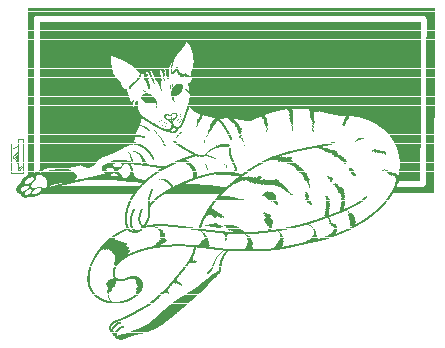
<source format=gts>
%MOIN*%
%OFA0B0*%
%FSLAX44Y44*%
%IPPOS*%
%LPD*%
%ADD10R,0.000428012570729587X0.000856025141459174*%
D10*
X00005515Y00003773D02*
X00005643Y00003773D01*
X00005489Y00003782D02*
X00005686Y00003782D01*
X00005464Y00003790D02*
X00005712Y00003790D01*
X00005455Y00003799D02*
X00005738Y00003799D01*
X00005438Y00003807D02*
X00005755Y00003807D01*
X00005429Y00003816D02*
X00005780Y00003816D01*
X00005421Y00003824D02*
X00005798Y00003824D01*
X00005412Y00003833D02*
X00005815Y00003833D01*
X00005404Y00003841D02*
X00005832Y00003841D01*
X00005404Y00003850D02*
X00005849Y00003850D01*
X00005395Y00003859D02*
X00005875Y00003859D01*
X00005387Y00003867D02*
X00005892Y00003867D01*
X00005378Y00003876D02*
X00005917Y00003876D01*
X00005370Y00003884D02*
X00005935Y00003884D01*
X00005352Y00003893D02*
X00005455Y00003893D01*
X00005464Y00003893D02*
X00005960Y00003893D01*
X00005344Y00003901D02*
X00005447Y00003901D01*
X00005472Y00003901D02*
X00005986Y00003901D01*
X00005335Y00003910D02*
X00005447Y00003910D01*
X00005489Y00003910D02*
X00006020Y00003910D01*
X00005327Y00003919D02*
X00005438Y00003919D01*
X00005498Y00003919D02*
X00006037Y00003919D01*
X00005318Y00003927D02*
X00005438Y00003927D01*
X00005532Y00003927D02*
X00006080Y00003927D01*
X00005318Y00003936D02*
X00005438Y00003936D01*
X00005549Y00003936D02*
X00006106Y00003936D01*
X00005310Y00003944D02*
X00005438Y00003944D01*
X00005601Y00003944D02*
X00006140Y00003944D01*
X00005310Y00003953D02*
X00005438Y00003953D01*
X00005678Y00003953D02*
X00006174Y00003953D01*
X00005301Y00003961D02*
X00005438Y00003961D01*
X00005712Y00003961D02*
X00006226Y00003961D01*
X00005301Y00003970D02*
X00005438Y00003970D01*
X00005729Y00003970D02*
X00006260Y00003970D01*
X00005292Y00003978D02*
X00005447Y00003978D01*
X00005755Y00003978D02*
X00006311Y00003978D01*
X00005275Y00003987D02*
X00005370Y00003987D01*
X00005378Y00003987D02*
X00005447Y00003987D01*
X00005780Y00003987D02*
X00006337Y00003987D01*
X00005258Y00003996D02*
X00005361Y00003996D01*
X00005387Y00003996D02*
X00005455Y00003996D01*
X00005806Y00003996D02*
X00006388Y00003996D01*
X00005250Y00004004D02*
X00005352Y00004004D01*
X00005387Y00004004D02*
X00005455Y00004004D01*
X00005823Y00004004D02*
X00006422Y00004004D01*
X00005250Y00004013D02*
X00005352Y00004013D01*
X00005387Y00004013D02*
X00005464Y00004013D01*
X00005849Y00004013D02*
X00006457Y00004013D01*
X00005241Y00004021D02*
X00005352Y00004021D01*
X00005395Y00004021D02*
X00005472Y00004021D01*
X00005866Y00004021D02*
X00006482Y00004021D01*
X00005233Y00004030D02*
X00005344Y00004030D01*
X00005395Y00004030D02*
X00005472Y00004030D01*
X00005892Y00004030D02*
X00006508Y00004030D01*
X00005224Y00004038D02*
X00005344Y00004038D01*
X00005404Y00004038D02*
X00005481Y00004038D01*
X00005909Y00004038D02*
X00006525Y00004038D01*
X00005224Y00004047D02*
X00005335Y00004047D01*
X00005412Y00004047D02*
X00005489Y00004047D01*
X00005934Y00004047D02*
X00006551Y00004047D01*
X00005215Y00004056D02*
X00005335Y00004056D01*
X00005412Y00004056D02*
X00005498Y00004056D01*
X00005960Y00004056D02*
X00006568Y00004056D01*
X00005215Y00004064D02*
X00005335Y00004064D01*
X00005421Y00004064D02*
X00005507Y00004064D01*
X00005977Y00004064D02*
X00006594Y00004064D01*
X00005215Y00004073D02*
X00005335Y00004073D01*
X00005429Y00004073D02*
X00005507Y00004073D01*
X00005994Y00004073D02*
X00006602Y00004073D01*
X00005207Y00004081D02*
X00005335Y00004081D01*
X00005438Y00004081D02*
X00005524Y00004081D01*
X00006020Y00004081D02*
X00006619Y00004081D01*
X00005207Y00004090D02*
X00005335Y00004090D01*
X00005438Y00004090D02*
X00005532Y00004090D01*
X00006046Y00004090D02*
X00006636Y00004090D01*
X00005207Y00004098D02*
X00005335Y00004098D01*
X00005447Y00004098D02*
X00005541Y00004098D01*
X00006071Y00004098D02*
X00006654Y00004098D01*
X00005207Y00004107D02*
X00005335Y00004107D01*
X00005455Y00004107D02*
X00005549Y00004107D01*
X00006089Y00004107D02*
X00006671Y00004107D01*
X00005198Y00004115D02*
X00005267Y00004115D01*
X00005275Y00004115D02*
X00005344Y00004115D01*
X00005464Y00004115D02*
X00005558Y00004115D01*
X00006114Y00004115D02*
X00006696Y00004115D01*
X00005198Y00004124D02*
X00005267Y00004124D01*
X00005275Y00004124D02*
X00005344Y00004124D01*
X00005472Y00004124D02*
X00005566Y00004124D01*
X00006131Y00004124D02*
X00006714Y00004124D01*
X00005198Y00004133D02*
X00005267Y00004133D01*
X00005284Y00004133D02*
X00005352Y00004133D01*
X00005481Y00004133D02*
X00005584Y00004133D01*
X00006157Y00004133D02*
X00006731Y00004133D01*
X00005198Y00004141D02*
X00005267Y00004141D01*
X00005284Y00004141D02*
X00005352Y00004141D01*
X00005489Y00004141D02*
X00005601Y00004141D01*
X00006174Y00004141D02*
X00006748Y00004141D01*
X00005198Y00004150D02*
X00005267Y00004150D01*
X00005292Y00004150D02*
X00005361Y00004150D01*
X00005498Y00004150D02*
X00005618Y00004150D01*
X00006200Y00004150D02*
X00006765Y00004150D01*
X00005198Y00004158D02*
X00005267Y00004158D01*
X00005292Y00004158D02*
X00005370Y00004158D01*
X00005506Y00004158D02*
X00005635Y00004158D01*
X00006217Y00004158D02*
X00006782Y00004158D01*
X00005198Y00004167D02*
X00005267Y00004167D01*
X00005301Y00004167D02*
X00005370Y00004167D01*
X00005524Y00004167D02*
X00005686Y00004167D01*
X00006234Y00004167D02*
X00006799Y00004167D01*
X00005198Y00004175D02*
X00005267Y00004175D01*
X00005301Y00004175D02*
X00005378Y00004175D01*
X00005532Y00004175D02*
X00005695Y00004175D01*
X00006251Y00004175D02*
X00006816Y00004175D01*
X00005198Y00004184D02*
X00005267Y00004184D01*
X00005310Y00004184D02*
X00005387Y00004184D01*
X00005549Y00004184D02*
X00005703Y00004184D01*
X00006277Y00004184D02*
X00006825Y00004184D01*
X00005198Y00004192D02*
X00005267Y00004192D01*
X00005310Y00004192D02*
X00005387Y00004192D01*
X00005558Y00004192D02*
X00005703Y00004192D01*
X00006294Y00004192D02*
X00006842Y00004192D01*
X00005198Y00004201D02*
X00005267Y00004201D01*
X00005318Y00004201D02*
X00005395Y00004201D01*
X00005584Y00004201D02*
X00005703Y00004201D01*
X00006311Y00004201D02*
X00006859Y00004201D01*
X00005207Y00004210D02*
X00005267Y00004210D01*
X00005318Y00004210D02*
X00005404Y00004210D01*
X00005601Y00004210D02*
X00005695Y00004210D01*
X00006328Y00004210D02*
X00006868Y00004210D01*
X00005207Y00004218D02*
X00005275Y00004218D01*
X00005327Y00004218D02*
X00005412Y00004218D01*
X00005626Y00004218D02*
X00005686Y00004218D01*
X00006345Y00004218D02*
X00006885Y00004218D01*
X00005207Y00004227D02*
X00005275Y00004227D01*
X00005335Y00004227D02*
X00005421Y00004227D01*
X00006362Y00004227D02*
X00006893Y00004227D01*
X00005215Y00004235D02*
X00005284Y00004235D01*
X00005344Y00004235D02*
X00005429Y00004235D01*
X00006380Y00004235D02*
X00006910Y00004235D01*
X00005215Y00004244D02*
X00005284Y00004244D01*
X00005352Y00004244D02*
X00005438Y00004244D01*
X00006397Y00004244D02*
X00006919Y00004244D01*
X00005215Y00004252D02*
X00005293Y00004252D01*
X00005361Y00004252D02*
X00005455Y00004252D01*
X00006414Y00004252D02*
X00006936Y00004252D01*
X00005224Y00004261D02*
X00005301Y00004261D01*
X00005370Y00004261D02*
X00005464Y00004261D01*
X00006431Y00004261D02*
X00006945Y00004261D01*
X00005233Y00004270D02*
X00005310Y00004270D01*
X00005370Y00004270D02*
X00005472Y00004270D01*
X00006448Y00004270D02*
X00006962Y00004270D01*
X00005233Y00004278D02*
X00005318Y00004278D01*
X00005378Y00004278D02*
X00005489Y00004278D01*
X00006457Y00004278D02*
X00006970Y00004278D01*
X00005241Y00004287D02*
X00005327Y00004287D01*
X00005387Y00004287D02*
X00005507Y00004287D01*
X00006474Y00004287D02*
X00006987Y00004287D01*
X00005250Y00004295D02*
X00005335Y00004295D01*
X00005404Y00004295D02*
X00005532Y00004295D01*
X00006482Y00004295D02*
X00006996Y00004295D01*
X00005250Y00004304D02*
X00005344Y00004304D01*
X00005412Y00004304D02*
X00005575Y00004304D01*
X00006499Y00004304D02*
X00007013Y00004304D01*
X00005258Y00004312D02*
X00005361Y00004312D01*
X00005421Y00004312D02*
X00005584Y00004312D01*
X00006508Y00004312D02*
X00007022Y00004312D01*
X00005267Y00004321D02*
X00005378Y00004321D01*
X00005438Y00004321D02*
X00005592Y00004321D01*
X00006517Y00004321D02*
X00007030Y00004321D01*
X00005275Y00004329D02*
X00005387Y00004329D01*
X00005447Y00004329D02*
X00005592Y00004329D01*
X00006534Y00004329D02*
X00007039Y00004329D01*
X00005284Y00004338D02*
X00005412Y00004338D01*
X00005472Y00004338D02*
X00005592Y00004338D01*
X00006542Y00004338D02*
X00007056Y00004338D01*
X00005292Y00004347D02*
X00005429Y00004347D01*
X00005489Y00004347D02*
X00005584Y00004347D01*
X00006551Y00004347D02*
X00007064Y00004347D01*
X00005310Y00004355D02*
X00005447Y00004355D01*
X00005532Y00004355D02*
X00005566Y00004355D01*
X00006568Y00004355D02*
X00007082Y00004355D01*
X00005318Y00004364D02*
X00005472Y00004364D01*
X00006576Y00004364D02*
X00007090Y00004364D01*
X00005335Y00004372D02*
X00005498Y00004372D01*
X00006585Y00004372D02*
X00007099Y00004372D01*
X00005344Y00004381D02*
X00005515Y00004381D01*
X00006594Y00004381D02*
X00007107Y00004381D01*
X00005361Y00004389D02*
X00005541Y00004389D01*
X00006611Y00004389D02*
X00007124Y00004389D01*
X00005378Y00004398D02*
X00005566Y00004398D01*
X00006619Y00004398D02*
X00007133Y00004398D01*
X00005404Y00004406D02*
X00005584Y00004406D01*
X00006628Y00004406D02*
X00007150Y00004406D01*
X00005421Y00004415D02*
X00005601Y00004415D01*
X00006636Y00004415D02*
X00007150Y00004415D01*
X00005438Y00004424D02*
X00005626Y00004424D01*
X00006654Y00004424D02*
X00007167Y00004424D01*
X00005464Y00004432D02*
X00005643Y00004432D01*
X00006662Y00004432D02*
X00007176Y00004432D01*
X00005481Y00004441D02*
X00005661Y00004441D01*
X00006671Y00004441D02*
X00007193Y00004441D01*
X00005506Y00004449D02*
X00005678Y00004449D01*
X00006679Y00004449D02*
X00007201Y00004449D01*
X00005532Y00004458D02*
X00005703Y00004458D01*
X00006696Y00004458D02*
X00007210Y00004458D01*
X00005549Y00004466D02*
X00005721Y00004466D01*
X00006705Y00004466D02*
X00007219Y00004466D01*
X00005575Y00004475D02*
X00005738Y00004475D01*
X00006713Y00004475D02*
X00007236Y00004475D01*
X00005592Y00004484D02*
X00005755Y00004484D01*
X00006722Y00004484D02*
X00007244Y00004484D01*
X00005609Y00004492D02*
X00005780Y00004492D01*
X00006731Y00004492D02*
X00007253Y00004492D01*
X00005626Y00004501D02*
X00005798Y00004501D01*
X00006739Y00004501D02*
X00007261Y00004501D01*
X00005652Y00004509D02*
X00005815Y00004509D01*
X00006748Y00004509D02*
X00007270Y00004509D01*
X00005669Y00004518D02*
X00005832Y00004518D01*
X00006756Y00004518D02*
X00007287Y00004518D01*
X00005686Y00004526D02*
X00005849Y00004526D01*
X00006765Y00004526D02*
X00007296Y00004526D01*
X00005703Y00004535D02*
X00005866Y00004535D01*
X00006782Y00004535D02*
X00007304Y00004535D01*
X00005729Y00004543D02*
X00005883Y00004543D01*
X00006791Y00004543D02*
X00007313Y00004543D01*
X00005738Y00004552D02*
X00005900Y00004552D01*
X00006799Y00004552D02*
X00007321Y00004552D01*
X00005763Y00004561D02*
X00005917Y00004561D01*
X00006808Y00004561D02*
X00007330Y00004561D01*
X00005780Y00004569D02*
X00005935Y00004569D01*
X00006816Y00004569D02*
X00007347Y00004569D01*
X00005798Y00004578D02*
X00005952Y00004578D01*
X00006833Y00004578D02*
X00007356Y00004578D01*
X00005806Y00004586D02*
X00005960Y00004586D01*
X00006842Y00004586D02*
X00007364Y00004586D01*
X00005832Y00004595D02*
X00005977Y00004595D01*
X00006850Y00004595D02*
X00007373Y00004595D01*
X00005849Y00004603D02*
X00005994Y00004603D01*
X00006859Y00004603D02*
X00007381Y00004603D01*
X00005866Y00004612D02*
X00006012Y00004612D01*
X00006868Y00004612D02*
X00007398Y00004612D01*
X00005883Y00004620D02*
X00006029Y00004620D01*
X00006876Y00004620D02*
X00007407Y00004620D01*
X00005900Y00004629D02*
X00006046Y00004629D01*
X00006885Y00004629D02*
X00007415Y00004629D01*
X00005917Y00004638D02*
X00006054Y00004638D01*
X00006893Y00004638D02*
X00007424Y00004638D01*
X00005934Y00004646D02*
X00006080Y00004646D01*
X00006902Y00004646D02*
X00007441Y00004646D01*
X00005943Y00004655D02*
X00006089Y00004655D01*
X00006910Y00004655D02*
X00007450Y00004655D01*
X00005969Y00004663D02*
X00006106Y00004663D01*
X00006919Y00004663D02*
X00007458Y00004663D01*
X00005986Y00004672D02*
X00006123Y00004672D01*
X00006927Y00004672D02*
X00007467Y00004672D01*
X00005994Y00004680D02*
X00006140Y00004680D01*
X00006936Y00004680D02*
X00007475Y00004680D01*
X00006012Y00004689D02*
X00006157Y00004689D01*
X00006945Y00004689D02*
X00007484Y00004689D01*
X00006029Y00004698D02*
X00006174Y00004698D01*
X00006962Y00004698D02*
X00007493Y00004698D01*
X00006046Y00004706D02*
X00006183Y00004706D01*
X00006970Y00004706D02*
X00007510Y00004706D01*
X00006063Y00004715D02*
X00006200Y00004715D01*
X00006979Y00004715D02*
X00007518Y00004715D01*
X00006071Y00004723D02*
X00006217Y00004723D01*
X00006987Y00004723D02*
X00007527Y00004723D01*
X00006097Y00004732D02*
X00006234Y00004732D01*
X00006996Y00004732D02*
X00007535Y00004732D01*
X00006106Y00004740D02*
X00006243Y00004740D01*
X00007005Y00004740D02*
X00007544Y00004740D01*
X00006123Y00004749D02*
X00006260Y00004749D01*
X00007013Y00004749D02*
X00007552Y00004749D01*
X00006140Y00004757D02*
X00006277Y00004757D01*
X00007022Y00004757D02*
X00007561Y00004757D01*
X00006157Y00004766D02*
X00006294Y00004766D01*
X00007030Y00004766D02*
X00007578Y00004766D01*
X00006166Y00004775D02*
X00006311Y00004775D01*
X00007047Y00004775D02*
X00007587Y00004775D01*
X00006183Y00004783D02*
X00006328Y00004783D01*
X00007056Y00004783D02*
X00007595Y00004783D01*
X00006200Y00004792D02*
X00006337Y00004792D01*
X00007064Y00004792D02*
X00007604Y00004792D01*
X00006217Y00004800D02*
X00006354Y00004800D01*
X00007073Y00004800D02*
X00007621Y00004800D01*
X00006226Y00004809D02*
X00006363Y00004809D01*
X00007082Y00004809D02*
X00007629Y00004809D01*
X00006243Y00004817D02*
X00006388Y00004817D01*
X00007090Y00004817D02*
X00007638Y00004817D01*
X00006260Y00004826D02*
X00006397Y00004826D01*
X00007099Y00004826D02*
X00007647Y00004826D01*
X00006277Y00004834D02*
X00006414Y00004834D01*
X00007116Y00004834D02*
X00007655Y00004834D01*
X00006285Y00004843D02*
X00006431Y00004843D01*
X00007124Y00004843D02*
X00007672Y00004843D01*
X00006303Y00004852D02*
X00006440Y00004852D01*
X00007133Y00004852D02*
X00007681Y00004852D01*
X00006320Y00004860D02*
X00006448Y00004860D01*
X00007141Y00004860D02*
X00007689Y00004860D01*
X00006337Y00004869D02*
X00006465Y00004869D01*
X00007150Y00004869D02*
X00007698Y00004869D01*
X00006345Y00004877D02*
X00006482Y00004877D01*
X00007167Y00004877D02*
X00007715Y00004877D01*
X00006362Y00004886D02*
X00006491Y00004886D01*
X00007176Y00004886D02*
X00007724Y00004886D01*
X00006380Y00004894D02*
X00006508Y00004894D01*
X00007184Y00004894D02*
X00007732Y00004894D01*
X00006397Y00004903D02*
X00006525Y00004903D01*
X00007193Y00004903D02*
X00007741Y00004903D01*
X00006414Y00004912D02*
X00006542Y00004912D01*
X00007201Y00004912D02*
X00007749Y00004912D01*
X00006431Y00004920D02*
X00006559Y00004920D01*
X00007219Y00004920D02*
X00007758Y00004920D01*
X00006440Y00004929D02*
X00006577Y00004929D01*
X00007227Y00004929D02*
X00007766Y00004929D01*
X00006457Y00004937D02*
X00006585Y00004937D01*
X00007236Y00004937D02*
X00007784Y00004937D01*
X00006465Y00004946D02*
X00006594Y00004946D01*
X00007253Y00004946D02*
X00007792Y00004946D01*
X00006482Y00004954D02*
X00006611Y00004954D01*
X00007261Y00004954D02*
X00007801Y00004954D01*
X00006491Y00004963D02*
X00006628Y00004963D01*
X00007270Y00004963D02*
X00007809Y00004963D01*
X00005275Y00004971D02*
X00005541Y00004971D01*
X00006508Y00004971D02*
X00006636Y00004971D01*
X00007287Y00004971D02*
X00007818Y00004971D01*
X00005215Y00004980D02*
X00005584Y00004980D01*
X00006517Y00004980D02*
X00006645Y00004980D01*
X00007296Y00004980D02*
X00007835Y00004980D01*
X00005164Y00004989D02*
X00005635Y00004989D01*
X00006534Y00004989D02*
X00006662Y00004989D01*
X00007304Y00004989D02*
X00007843Y00004989D01*
X00005138Y00004997D02*
X00005661Y00004997D01*
X00006542Y00004997D02*
X00006671Y00004997D01*
X00007313Y00004997D02*
X00007852Y00004997D01*
X00005104Y00005006D02*
X00005703Y00005006D01*
X00006559Y00005006D02*
X00006679Y00005006D01*
X00007330Y00005006D02*
X00007861Y00005006D01*
X00005078Y00005014D02*
X00005729Y00005014D01*
X00006568Y00005014D02*
X00006696Y00005014D01*
X00007338Y00005014D02*
X00007869Y00005014D01*
X00005053Y00005023D02*
X00005755Y00005023D01*
X00006576Y00005023D02*
X00006705Y00005023D01*
X00007347Y00005023D02*
X00007886Y00005023D01*
X00005027Y00005031D02*
X00005772Y00005031D01*
X00006585Y00005031D02*
X00006714Y00005031D01*
X00007364Y00005031D02*
X00007895Y00005031D01*
X00005001Y00005040D02*
X00005275Y00005040D01*
X00005549Y00005040D02*
X00005806Y00005040D01*
X00006594Y00005040D02*
X00006722Y00005040D01*
X00007373Y00005040D02*
X00007903Y00005040D01*
X00004984Y00005048D02*
X00005250Y00005048D01*
X00005584Y00005048D02*
X00005823Y00005048D01*
X00006602Y00005048D02*
X00006739Y00005048D01*
X00007390Y00005048D02*
X00007912Y00005048D01*
X00004967Y00005057D02*
X00005173Y00005057D01*
X00005215Y00005057D02*
X00005250Y00005057D01*
X00005626Y00005057D02*
X00005840Y00005057D01*
X00006611Y00005057D02*
X00006748Y00005057D01*
X00007398Y00005057D02*
X00007921Y00005057D01*
X00004950Y00005066D02*
X00005147Y00005066D01*
X00005215Y00005066D02*
X00005241Y00005066D01*
X00005661Y00005066D02*
X00005866Y00005066D01*
X00006619Y00005066D02*
X00006756Y00005066D01*
X00007407Y00005066D02*
X00007929Y00005066D01*
X00004933Y00005074D02*
X00005113Y00005074D01*
X00005215Y00005074D02*
X00005241Y00005074D01*
X00005695Y00005074D02*
X00005883Y00005074D01*
X00006636Y00005074D02*
X00006765Y00005074D01*
X00007424Y00005074D02*
X00007938Y00005074D01*
X00004916Y00005083D02*
X00005087Y00005083D01*
X00005207Y00005083D02*
X00005233Y00005083D01*
X00005720Y00005083D02*
X00005900Y00005083D01*
X00006645Y00005083D02*
X00006773Y00005083D01*
X00007433Y00005083D02*
X00007955Y00005083D01*
X00004899Y00005091D02*
X00005061Y00005091D01*
X00005198Y00005091D02*
X00005233Y00005091D01*
X00005746Y00005091D02*
X00005917Y00005091D01*
X00006654Y00005091D02*
X00006782Y00005091D01*
X00007441Y00005091D02*
X00007963Y00005091D01*
X00004882Y00005100D02*
X00005044Y00005100D01*
X00005198Y00005100D02*
X00005233Y00005100D01*
X00005772Y00005100D02*
X00005926Y00005100D01*
X00006662Y00005100D02*
X00006791Y00005100D01*
X00007458Y00005100D02*
X00007972Y00005100D01*
X00004873Y00005108D02*
X00005019Y00005108D01*
X00005198Y00005108D02*
X00005233Y00005108D01*
X00005789Y00005108D02*
X00005943Y00005108D01*
X00006679Y00005108D02*
X00006799Y00005108D01*
X00007467Y00005108D02*
X00007980Y00005108D01*
X00004856Y00005117D02*
X00005001Y00005117D01*
X00005190Y00005117D02*
X00005224Y00005117D01*
X00005806Y00005117D02*
X00005960Y00005117D01*
X00006688Y00005117D02*
X00006808Y00005117D01*
X00007484Y00005117D02*
X00007989Y00005117D01*
X00004839Y00005126D02*
X00004984Y00005126D01*
X00005190Y00005126D02*
X00005224Y00005126D01*
X00005832Y00005126D02*
X00005977Y00005126D01*
X00006696Y00005126D02*
X00006816Y00005126D01*
X00007492Y00005126D02*
X00008006Y00005126D01*
X00004830Y00005134D02*
X00004959Y00005134D01*
X00005181Y00005134D02*
X00005215Y00005134D01*
X00005849Y00005134D02*
X00005986Y00005134D01*
X00006705Y00005134D02*
X00006833Y00005134D01*
X00007510Y00005134D02*
X00008015Y00005134D01*
X00004813Y00005143D02*
X00004950Y00005143D01*
X00005181Y00005143D02*
X00005215Y00005143D01*
X00005866Y00005143D02*
X00006003Y00005143D01*
X00006713Y00005143D02*
X00006842Y00005143D01*
X00007518Y00005143D02*
X00008023Y00005143D01*
X00004805Y00005151D02*
X00004933Y00005151D01*
X00005173Y00005151D02*
X00005207Y00005151D01*
X00005883Y00005151D02*
X00006012Y00005151D01*
X00006722Y00005151D02*
X00006842Y00005151D01*
X00007535Y00005151D02*
X00008032Y00005151D01*
X00004796Y00005160D02*
X00004916Y00005160D01*
X00005173Y00005160D02*
X00005207Y00005160D01*
X00005900Y00005160D02*
X00006029Y00005160D01*
X00006739Y00005160D02*
X00006850Y00005160D01*
X00007544Y00005160D02*
X00008040Y00005160D01*
X00004779Y00005168D02*
X00004907Y00005168D01*
X00005173Y00005168D02*
X00005198Y00005168D01*
X00005909Y00005168D02*
X00006037Y00005168D01*
X00006748Y00005168D02*
X00006859Y00005168D01*
X00007561Y00005168D02*
X00008049Y00005168D01*
X00004770Y00005177D02*
X00004890Y00005177D01*
X00005164Y00005177D02*
X00005198Y00005177D01*
X00005926Y00005177D02*
X00006054Y00005177D01*
X00006756Y00005177D02*
X00006868Y00005177D01*
X00007569Y00005177D02*
X00008057Y00005177D01*
X00004762Y00005185D02*
X00004873Y00005185D01*
X00005164Y00005185D02*
X00005198Y00005185D01*
X00005943Y00005185D02*
X00006063Y00005185D01*
X00006765Y00005185D02*
X00006876Y00005185D01*
X00007587Y00005185D02*
X00008066Y00005185D01*
X00004745Y00005194D02*
X00004865Y00005194D01*
X00005164Y00005194D02*
X00005190Y00005194D01*
X00005952Y00005194D02*
X00006080Y00005194D01*
X00006773Y00005194D02*
X00006885Y00005194D01*
X00007595Y00005194D02*
X00008075Y00005194D01*
X00004736Y00005203D02*
X00004856Y00005203D01*
X00005164Y00005203D02*
X00005190Y00005203D01*
X00005969Y00005203D02*
X00006089Y00005203D01*
X00006782Y00005203D02*
X00006893Y00005203D01*
X00007612Y00005203D02*
X00008083Y00005203D01*
X00004727Y00005211D02*
X00004839Y00005211D01*
X00005164Y00005211D02*
X00005190Y00005211D01*
X00005986Y00005211D02*
X00006097Y00005211D01*
X00006791Y00005211D02*
X00006902Y00005211D01*
X00007621Y00005211D02*
X00008100Y00005211D01*
X00004719Y00005220D02*
X00004830Y00005220D01*
X00005155Y00005220D02*
X00005190Y00005220D01*
X00005994Y00005220D02*
X00006106Y00005220D01*
X00006808Y00005220D02*
X00006910Y00005220D01*
X00007638Y00005220D02*
X00008109Y00005220D01*
X00004710Y00005228D02*
X00004813Y00005228D01*
X00005155Y00005228D02*
X00005190Y00005228D01*
X00006012Y00005228D02*
X00006123Y00005228D01*
X00006816Y00005228D02*
X00006919Y00005228D01*
X00007647Y00005228D02*
X00008117Y00005228D01*
X00004702Y00005237D02*
X00004805Y00005237D01*
X00005147Y00005237D02*
X00005181Y00005237D01*
X00006020Y00005237D02*
X00006131Y00005237D01*
X00006825Y00005237D02*
X00006928Y00005237D01*
X00007664Y00005237D02*
X00008126Y00005237D01*
X00004693Y00005245D02*
X00004796Y00005245D01*
X00005147Y00005245D02*
X00005181Y00005245D01*
X00006029Y00005245D02*
X00006140Y00005245D01*
X00006833Y00005245D02*
X00006936Y00005245D01*
X00007193Y00005245D02*
X00007201Y00005245D01*
X00007681Y00005245D02*
X00008135Y00005245D01*
X00004685Y00005254D02*
X00004787Y00005254D01*
X00005138Y00005254D02*
X00005181Y00005254D01*
X00006046Y00005254D02*
X00006149Y00005254D01*
X00006842Y00005254D02*
X00006945Y00005254D01*
X00007193Y00005254D02*
X00007210Y00005254D01*
X00007689Y00005254D02*
X00008143Y00005254D01*
X00004676Y00005262D02*
X00004770Y00005262D01*
X00005130Y00005262D02*
X00005181Y00005262D01*
X00006054Y00005262D02*
X00006157Y00005262D01*
X00006850Y00005262D02*
X00006962Y00005262D01*
X00007201Y00005262D02*
X00007219Y00005262D01*
X00007706Y00005262D02*
X00008152Y00005262D01*
X00004668Y00005271D02*
X00004762Y00005271D01*
X00005130Y00005271D02*
X00005190Y00005271D01*
X00006063Y00005271D02*
X00006166Y00005271D01*
X00006859Y00005271D02*
X00006970Y00005271D01*
X00007201Y00005271D02*
X00007219Y00005271D01*
X00007715Y00005271D02*
X00008160Y00005271D01*
X00004659Y00005280D02*
X00004753Y00005280D01*
X00005138Y00005280D02*
X00005190Y00005280D01*
X00006063Y00005280D02*
X00006174Y00005280D01*
X00006876Y00005280D02*
X00006979Y00005280D01*
X00007184Y00005280D02*
X00007219Y00005280D01*
X00007732Y00005280D02*
X00008177Y00005280D01*
X00004650Y00005288D02*
X00004745Y00005288D01*
X00005138Y00005288D02*
X00005198Y00005288D01*
X00006071Y00005288D02*
X00006183Y00005288D01*
X00006885Y00005288D02*
X00006987Y00005288D01*
X00007176Y00005288D02*
X00007210Y00005288D01*
X00007749Y00005288D02*
X00008186Y00005288D01*
X00004642Y00005297D02*
X00004736Y00005297D01*
X00005147Y00005297D02*
X00005190Y00005297D01*
X00006071Y00005297D02*
X00006191Y00005297D01*
X00006893Y00005297D02*
X00006996Y00005297D01*
X00007176Y00005297D02*
X00007201Y00005297D01*
X00007758Y00005297D02*
X00008194Y00005297D01*
X00004633Y00005305D02*
X00004728Y00005305D01*
X00005147Y00005305D02*
X00005190Y00005305D01*
X00006080Y00005305D02*
X00006200Y00005305D01*
X00006902Y00005305D02*
X00007005Y00005305D01*
X00007167Y00005305D02*
X00007193Y00005305D01*
X00007775Y00005305D02*
X00008203Y00005305D01*
X00004625Y00005314D02*
X00004719Y00005314D01*
X00005130Y00005314D02*
X00005198Y00005314D01*
X00006089Y00005314D02*
X00006208Y00005314D01*
X00006910Y00005314D02*
X00007047Y00005314D01*
X00007124Y00005314D02*
X00007193Y00005314D01*
X00007792Y00005314D02*
X00008212Y00005314D01*
X00004625Y00005322D02*
X00004710Y00005322D01*
X00005130Y00005322D02*
X00005198Y00005322D01*
X00006089Y00005322D02*
X00006217Y00005322D01*
X00006919Y00005322D02*
X00007064Y00005322D01*
X00007124Y00005322D02*
X00007193Y00005322D01*
X00007801Y00005322D02*
X00008220Y00005322D01*
X00004616Y00005331D02*
X00004702Y00005331D01*
X00005121Y00005331D02*
X00005198Y00005331D01*
X00006097Y00005331D02*
X00006217Y00005331D01*
X00006927Y00005331D02*
X00007107Y00005331D01*
X00007116Y00005331D02*
X00007193Y00005331D01*
X00007818Y00005331D02*
X00008229Y00005331D01*
X00004608Y00005340D02*
X00004693Y00005340D01*
X00005130Y00005340D02*
X00005198Y00005340D01*
X00006106Y00005340D02*
X00006226Y00005340D01*
X00006936Y00005340D02*
X00007184Y00005340D01*
X00007835Y00005340D02*
X00008237Y00005340D01*
X00004599Y00005348D02*
X00004685Y00005348D01*
X00005130Y00005348D02*
X00005215Y00005348D01*
X00006106Y00005348D02*
X00006234Y00005348D01*
X00006953Y00005348D02*
X00007159Y00005348D01*
X00007843Y00005348D02*
X00008246Y00005348D01*
X00004599Y00005357D02*
X00004685Y00005357D01*
X00005130Y00005357D02*
X00005224Y00005357D01*
X00006106Y00005357D02*
X00006243Y00005357D01*
X00006962Y00005357D02*
X00007159Y00005357D01*
X00007861Y00005357D02*
X00008254Y00005357D01*
X00004591Y00005365D02*
X00004676Y00005365D01*
X00005121Y00005365D02*
X00005241Y00005365D01*
X00006106Y00005365D02*
X00006243Y00005365D01*
X00006970Y00005365D02*
X00007159Y00005365D01*
X00007878Y00005365D02*
X00008263Y00005365D01*
X00004582Y00005374D02*
X00004668Y00005374D01*
X00005121Y00005374D02*
X00005250Y00005374D01*
X00006106Y00005374D02*
X00006251Y00005374D01*
X00006979Y00005374D02*
X00007159Y00005374D01*
X00007895Y00005374D02*
X00008271Y00005374D01*
X00004582Y00005382D02*
X00004659Y00005382D01*
X00005121Y00005382D02*
X00005250Y00005382D01*
X00006106Y00005382D02*
X00006260Y00005382D01*
X00006987Y00005382D02*
X00007142Y00005382D01*
X00007912Y00005382D02*
X00008280Y00005382D01*
X00004573Y00005391D02*
X00004659Y00005391D01*
X00005121Y00005391D02*
X00005258Y00005391D01*
X00006114Y00005391D02*
X00006260Y00005391D01*
X00006996Y00005391D02*
X00007142Y00005391D01*
X00007920Y00005391D02*
X00008289Y00005391D01*
X00004565Y00005399D02*
X00004651Y00005399D01*
X00005130Y00005399D02*
X00005267Y00005399D01*
X00006123Y00005399D02*
X00006268Y00005399D01*
X00007005Y00005399D02*
X00007150Y00005399D01*
X00007938Y00005399D02*
X00008297Y00005399D01*
X00004565Y00005408D02*
X00004642Y00005408D01*
X00005130Y00005408D02*
X00005275Y00005408D01*
X00006123Y00005408D02*
X00006277Y00005408D01*
X00007013Y00005408D02*
X00007150Y00005408D01*
X00007946Y00005408D02*
X00008306Y00005408D01*
X00004565Y00005417D02*
X00004642Y00005417D01*
X00005138Y00005417D02*
X00005275Y00005417D01*
X00006114Y00005417D02*
X00006277Y00005417D01*
X00007022Y00005417D02*
X00007150Y00005417D01*
X00007963Y00005417D02*
X00008314Y00005417D01*
X00004556Y00005425D02*
X00004633Y00005425D01*
X00005147Y00005425D02*
X00005275Y00005425D01*
X00006106Y00005425D02*
X00006277Y00005425D01*
X00007030Y00005425D02*
X00007142Y00005425D01*
X00007972Y00005425D02*
X00008323Y00005425D01*
X00004548Y00005434D02*
X00004625Y00005434D01*
X00005147Y00005434D02*
X00005275Y00005434D01*
X00006089Y00005434D02*
X00006286Y00005434D01*
X00007039Y00005434D02*
X00007142Y00005434D01*
X00007997Y00005434D02*
X00008331Y00005434D01*
X00004548Y00005442D02*
X00004625Y00005442D01*
X00005147Y00005442D02*
X00005275Y00005442D01*
X00006089Y00005442D02*
X00006286Y00005442D01*
X00007047Y00005442D02*
X00007142Y00005442D01*
X00008006Y00005442D02*
X00008340Y00005442D01*
X00004539Y00005451D02*
X00004616Y00005451D01*
X00005155Y00005451D02*
X00005275Y00005451D01*
X00006089Y00005451D02*
X00006294Y00005451D01*
X00007056Y00005451D02*
X00007150Y00005451D01*
X00008015Y00005451D02*
X00008349Y00005451D01*
X00004539Y00005459D02*
X00004616Y00005459D01*
X00005155Y00005459D02*
X00005284Y00005459D01*
X00006089Y00005459D02*
X00006294Y00005459D01*
X00007064Y00005459D02*
X00007159Y00005459D01*
X00008032Y00005459D02*
X00008357Y00005459D01*
X00004531Y00005468D02*
X00004608Y00005468D01*
X00005155Y00005468D02*
X00005284Y00005468D01*
X00006089Y00005468D02*
X00006303Y00005468D01*
X00007073Y00005468D02*
X00007167Y00005468D01*
X00008040Y00005468D02*
X00008366Y00005468D01*
X00004531Y00005477D02*
X00004608Y00005477D01*
X00005155Y00005477D02*
X00005293Y00005477D01*
X00006089Y00005477D02*
X00006303Y00005477D01*
X00007082Y00005477D02*
X00007176Y00005477D01*
X00008057Y00005477D02*
X00008374Y00005477D01*
X00004531Y00005485D02*
X00004599Y00005485D01*
X00005147Y00005485D02*
X00005301Y00005485D01*
X00006097Y00005485D02*
X00006311Y00005485D01*
X00007090Y00005485D02*
X00007184Y00005485D01*
X00008066Y00005485D02*
X00008383Y00005485D01*
X00004522Y00005494D02*
X00004599Y00005494D01*
X00005155Y00005494D02*
X00005301Y00005494D01*
X00006097Y00005494D02*
X00006311Y00005494D01*
X00007099Y00005494D02*
X00007193Y00005494D01*
X00008075Y00005494D02*
X00008391Y00005494D01*
X00004522Y00005502D02*
X00004599Y00005502D01*
X00005147Y00005502D02*
X00005310Y00005502D01*
X00006106Y00005502D02*
X00006311Y00005502D01*
X00007107Y00005502D02*
X00007201Y00005502D01*
X00008092Y00005502D02*
X00008400Y00005502D01*
X00004522Y00005511D02*
X00004591Y00005511D01*
X00005147Y00005511D02*
X00005310Y00005511D01*
X00006114Y00005511D02*
X00006320Y00005511D01*
X00007116Y00005511D02*
X00007210Y00005511D01*
X00008100Y00005511D02*
X00008408Y00005511D01*
X00004513Y00005519D02*
X00004582Y00005519D01*
X00005138Y00005519D02*
X00005370Y00005519D01*
X00006123Y00005519D02*
X00006320Y00005519D01*
X00007124Y00005519D02*
X00007219Y00005519D01*
X00008117Y00005519D02*
X00008417Y00005519D01*
X00004513Y00005528D02*
X00004582Y00005528D01*
X00005138Y00005528D02*
X00005378Y00005528D01*
X00006131Y00005528D02*
X00006320Y00005528D01*
X00007133Y00005528D02*
X00007227Y00005528D01*
X00008126Y00005528D02*
X00008426Y00005528D01*
X00004513Y00005536D02*
X00004582Y00005536D01*
X00005138Y00005536D02*
X00005378Y00005536D01*
X00006140Y00005536D02*
X00006320Y00005536D01*
X00007133Y00005536D02*
X00007236Y00005536D01*
X00008134Y00005536D02*
X00008434Y00005536D01*
X00004505Y00005545D02*
X00004582Y00005545D01*
X00005138Y00005545D02*
X00005387Y00005545D01*
X00006148Y00005545D02*
X00006328Y00005545D01*
X00007141Y00005545D02*
X00007236Y00005545D01*
X00008143Y00005545D02*
X00008443Y00005545D01*
X00004505Y00005554D02*
X00004573Y00005554D01*
X00005138Y00005554D02*
X00005387Y00005554D01*
X00006148Y00005554D02*
X00006328Y00005554D01*
X00007150Y00005554D02*
X00007244Y00005554D01*
X00008160Y00005554D02*
X00008451Y00005554D01*
X00004505Y00005562D02*
X00004573Y00005562D01*
X00005138Y00005562D02*
X00005378Y00005562D01*
X00006157Y00005562D02*
X00006328Y00005562D01*
X00007159Y00005562D02*
X00007253Y00005562D01*
X00008169Y00005562D02*
X00008460Y00005562D01*
X00004496Y00005571D02*
X00004573Y00005571D01*
X00005121Y00005571D02*
X00005378Y00005571D01*
X00006148Y00005571D02*
X00006328Y00005571D01*
X00007167Y00005571D02*
X00007261Y00005571D01*
X00008177Y00005571D02*
X00008468Y00005571D01*
X00004496Y00005579D02*
X00004565Y00005579D01*
X00005113Y00005579D02*
X00005370Y00005579D01*
X00006140Y00005579D02*
X00006328Y00005579D01*
X00007176Y00005579D02*
X00007270Y00005579D01*
X00007544Y00005579D02*
X00007552Y00005579D01*
X00007595Y00005579D02*
X00007612Y00005579D01*
X00008194Y00005579D02*
X00008477Y00005579D01*
X00004496Y00005588D02*
X00004565Y00005588D01*
X00005104Y00005588D02*
X00005378Y00005588D01*
X00006131Y00005588D02*
X00006328Y00005588D01*
X00007184Y00005588D02*
X00007279Y00005588D01*
X00007535Y00005588D02*
X00007578Y00005588D01*
X00007595Y00005588D02*
X00007612Y00005588D01*
X00008203Y00005588D02*
X00008485Y00005588D01*
X00004496Y00005596D02*
X00004565Y00005596D01*
X00005104Y00005596D02*
X00005387Y00005596D01*
X00006123Y00005596D02*
X00006328Y00005596D01*
X00007193Y00005596D02*
X00007287Y00005596D01*
X00007518Y00005596D02*
X00007612Y00005596D01*
X00008212Y00005596D02*
X00008485Y00005596D01*
X00004488Y00005605D02*
X00004565Y00005605D01*
X00005096Y00005605D02*
X00005387Y00005605D01*
X00006114Y00005605D02*
X00006328Y00005605D01*
X00007201Y00005605D02*
X00007296Y00005605D01*
X00007510Y00005605D02*
X00007612Y00005605D01*
X00008229Y00005605D02*
X00008494Y00005605D01*
X00004488Y00005613D02*
X00004556Y00005613D01*
X00005096Y00005613D02*
X00005387Y00005613D01*
X00006114Y00005613D02*
X00006328Y00005613D01*
X00007210Y00005613D02*
X00007296Y00005613D01*
X00007484Y00005613D02*
X00007493Y00005613D01*
X00007510Y00005613D02*
X00007570Y00005613D01*
X00007578Y00005613D02*
X00007612Y00005613D01*
X00008237Y00005613D02*
X00008503Y00005613D01*
X00004488Y00005622D02*
X00004556Y00005622D01*
X00005096Y00005622D02*
X00005395Y00005622D01*
X00006106Y00005622D02*
X00006328Y00005622D01*
X00007219Y00005622D02*
X00007304Y00005622D01*
X00007458Y00005622D02*
X00007570Y00005622D01*
X00008246Y00005622D02*
X00008511Y00005622D01*
X00004488Y00005631D02*
X00004556Y00005631D01*
X00005104Y00005631D02*
X00005395Y00005631D01*
X00006106Y00005631D02*
X00006328Y00005631D01*
X00007227Y00005631D02*
X00007313Y00005631D01*
X00007441Y00005631D02*
X00007570Y00005631D01*
X00008254Y00005631D02*
X00008520Y00005631D01*
X00004479Y00005639D02*
X00004556Y00005639D01*
X00005104Y00005639D02*
X00005404Y00005639D01*
X00006106Y00005639D02*
X00006328Y00005639D01*
X00007227Y00005639D02*
X00007321Y00005639D01*
X00007398Y00005639D02*
X00007424Y00005639D01*
X00007441Y00005639D02*
X00007570Y00005639D01*
X00008271Y00005639D02*
X00008528Y00005639D01*
X00004479Y00005648D02*
X00004548Y00005648D01*
X00005113Y00005648D02*
X00005404Y00005648D01*
X00006106Y00005648D02*
X00006328Y00005648D01*
X00007236Y00005648D02*
X00007330Y00005648D01*
X00007373Y00005648D02*
X00007561Y00005648D01*
X00008280Y00005648D02*
X00008537Y00005648D01*
X00004479Y00005656D02*
X00004548Y00005656D01*
X00005130Y00005656D02*
X00005412Y00005656D01*
X00006106Y00005656D02*
X00006320Y00005656D01*
X00007244Y00005656D02*
X00007338Y00005656D01*
X00007364Y00005656D02*
X00007561Y00005656D01*
X00008289Y00005656D02*
X00008545Y00005656D01*
X00004479Y00005665D02*
X00004548Y00005665D01*
X00005130Y00005665D02*
X00005412Y00005665D01*
X00006106Y00005665D02*
X00006320Y00005665D01*
X00007253Y00005665D02*
X00007561Y00005665D01*
X00008297Y00005665D02*
X00008554Y00005665D01*
X00004479Y00005673D02*
X00004548Y00005673D01*
X00005130Y00005673D02*
X00005412Y00005673D01*
X00006106Y00005673D02*
X00006320Y00005673D01*
X00007261Y00005673D02*
X00007561Y00005673D01*
X00008306Y00005673D02*
X00008563Y00005673D01*
X00004479Y00005682D02*
X00004548Y00005682D01*
X00005130Y00005682D02*
X00005412Y00005682D01*
X00006097Y00005682D02*
X00006311Y00005682D01*
X00007270Y00005682D02*
X00007527Y00005682D01*
X00008314Y00005682D02*
X00008571Y00005682D01*
X00004479Y00005691D02*
X00004548Y00005691D01*
X00005130Y00005691D02*
X00005421Y00005691D01*
X00006089Y00005691D02*
X00006311Y00005691D01*
X00007278Y00005691D02*
X00007493Y00005691D01*
X00008331Y00005691D02*
X00008580Y00005691D01*
X00004479Y00005699D02*
X00004548Y00005699D01*
X00005138Y00005699D02*
X00005429Y00005699D01*
X00006089Y00005699D02*
X00006311Y00005699D01*
X00007278Y00005699D02*
X00007493Y00005699D01*
X00008340Y00005699D02*
X00008588Y00005699D01*
X00004471Y00005708D02*
X00004539Y00005708D01*
X00005147Y00005708D02*
X00005429Y00005708D01*
X00006089Y00005708D02*
X00006303Y00005708D01*
X00007287Y00005708D02*
X00007484Y00005708D01*
X00008348Y00005708D02*
X00008597Y00005708D01*
X00004471Y00005716D02*
X00004539Y00005716D01*
X00005155Y00005716D02*
X00005438Y00005716D01*
X00006097Y00005716D02*
X00006303Y00005716D01*
X00007296Y00005716D02*
X00007475Y00005716D01*
X00008357Y00005716D02*
X00008605Y00005716D01*
X00004471Y00005725D02*
X00004539Y00005725D01*
X00005173Y00005725D02*
X00005447Y00005725D01*
X00005489Y00005725D02*
X00005652Y00005725D01*
X00006097Y00005725D02*
X00006294Y00005725D01*
X00007304Y00005725D02*
X00007467Y00005725D01*
X00008366Y00005725D02*
X00008614Y00005725D01*
X00004471Y00005733D02*
X00004539Y00005733D01*
X00005173Y00005733D02*
X00005455Y00005733D01*
X00005472Y00005733D02*
X00005686Y00005733D01*
X00006097Y00005733D02*
X00006294Y00005733D01*
X00007313Y00005733D02*
X00007458Y00005733D01*
X00008374Y00005733D02*
X00008622Y00005733D01*
X00004471Y00005742D02*
X00004539Y00005742D01*
X00005173Y00005742D02*
X00005712Y00005742D01*
X00006089Y00005742D02*
X00006286Y00005742D01*
X00007321Y00005742D02*
X00007458Y00005742D01*
X00008391Y00005742D02*
X00008631Y00005742D01*
X00004471Y00005750D02*
X00004539Y00005750D01*
X00005181Y00005750D02*
X00005738Y00005750D01*
X00006089Y00005750D02*
X00006277Y00005750D01*
X00007321Y00005750D02*
X00007458Y00005750D01*
X00008400Y00005750D02*
X00008640Y00005750D01*
X00004471Y00005759D02*
X00004539Y00005759D01*
X00005181Y00005759D02*
X00005772Y00005759D01*
X00006080Y00005759D02*
X00006268Y00005759D01*
X00007330Y00005759D02*
X00007450Y00005759D01*
X00008408Y00005759D02*
X00008648Y00005759D01*
X00004471Y00005768D02*
X00004539Y00005768D01*
X00005190Y00005768D02*
X00005789Y00005768D01*
X00006071Y00005768D02*
X00006268Y00005768D01*
X00007338Y00005768D02*
X00007433Y00005768D01*
X00008417Y00005768D02*
X00008657Y00005768D01*
X00004471Y00005776D02*
X00004539Y00005776D01*
X00005224Y00005776D02*
X00005815Y00005776D01*
X00006054Y00005776D02*
X00006260Y00005776D01*
X00007347Y00005776D02*
X00007441Y00005776D01*
X00008434Y00005776D02*
X00008665Y00005776D01*
X00004471Y00005785D02*
X00004539Y00005785D01*
X00005233Y00005785D02*
X00005832Y00005785D01*
X00006029Y00005785D02*
X00006251Y00005785D01*
X00007355Y00005785D02*
X00007441Y00005785D01*
X00008443Y00005785D02*
X00008674Y00005785D01*
X00004471Y00005793D02*
X00004539Y00005793D01*
X00005241Y00005793D02*
X00005284Y00005793D01*
X00005310Y00005793D02*
X00005515Y00005793D01*
X00005661Y00005793D02*
X00005849Y00005793D01*
X00005994Y00005793D02*
X00006243Y00005793D01*
X00007364Y00005793D02*
X00007450Y00005793D01*
X00008451Y00005793D02*
X00008682Y00005793D01*
X00004471Y00005802D02*
X00004539Y00005802D01*
X00005318Y00005802D02*
X00005498Y00005802D01*
X00005678Y00005802D02*
X00005875Y00005802D01*
X00005909Y00005802D02*
X00006234Y00005802D01*
X00007364Y00005802D02*
X00007458Y00005802D01*
X00008460Y00005802D02*
X00008691Y00005802D01*
X00004471Y00005810D02*
X00004539Y00005810D01*
X00005327Y00005810D02*
X00005481Y00005810D01*
X00005712Y00005810D02*
X00006226Y00005810D01*
X00007373Y00005810D02*
X00007467Y00005810D01*
X00008477Y00005810D02*
X00008700Y00005810D01*
X00004471Y00005819D02*
X00004539Y00005819D01*
X00005335Y00005819D02*
X00005464Y00005819D01*
X00005729Y00005819D02*
X00006208Y00005819D01*
X00007381Y00005819D02*
X00007467Y00005819D01*
X00008485Y00005819D02*
X00008708Y00005819D01*
X00004471Y00005827D02*
X00004539Y00005827D01*
X00005344Y00005827D02*
X00005447Y00005827D01*
X00005755Y00005827D02*
X00006200Y00005827D01*
X00007390Y00005827D02*
X00007475Y00005827D01*
X00008494Y00005827D02*
X00008717Y00005827D01*
X00004471Y00005836D02*
X00004539Y00005836D01*
X00005344Y00005836D02*
X00005429Y00005836D01*
X00005772Y00005836D02*
X00006191Y00005836D01*
X00007398Y00005836D02*
X00007484Y00005836D01*
X00008503Y00005836D02*
X00008725Y00005836D01*
X00004471Y00005845D02*
X00004539Y00005845D01*
X00005344Y00005845D02*
X00005421Y00005845D01*
X00005798Y00005845D02*
X00006174Y00005845D01*
X00007407Y00005845D02*
X00007493Y00005845D01*
X00008511Y00005845D02*
X00008742Y00005845D01*
X00004471Y00005853D02*
X00004539Y00005853D01*
X00005335Y00005853D02*
X00005412Y00005853D01*
X00005815Y00005853D02*
X00006166Y00005853D01*
X00007407Y00005853D02*
X00007501Y00005853D01*
X00008520Y00005853D02*
X00008742Y00005853D01*
X00004471Y00005862D02*
X00004539Y00005862D01*
X00005335Y00005862D02*
X00005412Y00005862D01*
X00005840Y00005862D02*
X00006149Y00005862D01*
X00007415Y00005862D02*
X00007501Y00005862D01*
X00008528Y00005862D02*
X00008759Y00005862D01*
X00004471Y00005870D02*
X00004539Y00005870D01*
X00005327Y00005870D02*
X00005404Y00005870D01*
X00005857Y00005870D02*
X00006131Y00005870D01*
X00007424Y00005870D02*
X00007510Y00005870D01*
X00008545Y00005870D02*
X00008768Y00005870D01*
X00004471Y00005879D02*
X00004539Y00005879D01*
X00005327Y00005879D02*
X00005395Y00005879D01*
X00005883Y00005879D02*
X00006114Y00005879D01*
X00007433Y00005879D02*
X00007518Y00005879D01*
X00008554Y00005879D02*
X00008777Y00005879D01*
X00004471Y00005887D02*
X00004539Y00005887D01*
X00005327Y00005887D02*
X00005395Y00005887D01*
X00005917Y00005887D02*
X00006089Y00005887D01*
X00007441Y00005887D02*
X00007527Y00005887D01*
X00008562Y00005887D02*
X00008785Y00005887D01*
X00004479Y00005896D02*
X00004548Y00005896D01*
X00005318Y00005896D02*
X00005387Y00005896D01*
X00005969Y00005896D02*
X00006046Y00005896D01*
X00007441Y00005896D02*
X00007535Y00005896D01*
X00008571Y00005896D02*
X00008794Y00005896D01*
X00004479Y00005905D02*
X00004548Y00005905D01*
X00005318Y00005905D02*
X00005387Y00005905D01*
X00007450Y00005905D02*
X00007535Y00005905D01*
X00008588Y00005905D02*
X00008802Y00005905D01*
X00004479Y00005913D02*
X00004548Y00005913D01*
X00005318Y00005913D02*
X00005387Y00005913D01*
X00007458Y00005913D02*
X00007544Y00005913D01*
X00008597Y00005913D02*
X00008811Y00005913D01*
X00004479Y00005922D02*
X00004548Y00005922D01*
X00005318Y00005922D02*
X00005387Y00005922D01*
X00007467Y00005922D02*
X00007552Y00005922D01*
X00008605Y00005922D02*
X00008819Y00005922D01*
X00004479Y00005930D02*
X00004548Y00005930D01*
X00005310Y00005930D02*
X00005378Y00005930D01*
X00007475Y00005930D02*
X00007561Y00005930D01*
X00008622Y00005930D02*
X00008828Y00005930D01*
X00004479Y00005939D02*
X00004548Y00005939D01*
X00005310Y00005939D02*
X00005378Y00005939D01*
X00007475Y00005939D02*
X00007570Y00005939D01*
X00008631Y00005939D02*
X00008836Y00005939D01*
X00004479Y00005947D02*
X00004548Y00005947D01*
X00005310Y00005947D02*
X00005378Y00005947D01*
X00007484Y00005947D02*
X00007578Y00005947D01*
X00008648Y00005947D02*
X00008845Y00005947D01*
X00004479Y00005956D02*
X00004548Y00005956D01*
X00005310Y00005956D02*
X00005378Y00005956D01*
X00007492Y00005956D02*
X00007578Y00005956D01*
X00008460Y00005956D02*
X00008485Y00005956D01*
X00008657Y00005956D02*
X00008854Y00005956D01*
X00004479Y00005964D02*
X00004548Y00005964D01*
X00005310Y00005964D02*
X00005378Y00005964D01*
X00007501Y00005964D02*
X00007587Y00005964D01*
X00008443Y00005964D02*
X00008503Y00005964D01*
X00008674Y00005964D02*
X00008862Y00005964D01*
X00004479Y00005973D02*
X00004548Y00005973D01*
X00005310Y00005973D02*
X00005378Y00005973D01*
X00007510Y00005973D02*
X00007595Y00005973D01*
X00008443Y00005973D02*
X00008511Y00005973D01*
X00008682Y00005973D02*
X00008871Y00005973D01*
X00004488Y00005982D02*
X00004556Y00005982D01*
X00005310Y00005982D02*
X00005378Y00005982D01*
X00007518Y00005982D02*
X00007604Y00005982D01*
X00008443Y00005982D02*
X00008520Y00005982D01*
X00008699Y00005982D02*
X00008879Y00005982D01*
X00004488Y00005990D02*
X00004556Y00005990D01*
X00005310Y00005990D02*
X00005378Y00005990D01*
X00007527Y00005990D02*
X00007612Y00005990D01*
X00008451Y00005990D02*
X00008528Y00005990D01*
X00008708Y00005990D02*
X00008888Y00005990D01*
X00004488Y00005999D02*
X00004556Y00005999D01*
X00005310Y00005999D02*
X00005378Y00005999D01*
X00007527Y00005999D02*
X00007621Y00005999D01*
X00008451Y00005999D02*
X00008537Y00005999D01*
X00008734Y00005999D02*
X00008888Y00005999D01*
X00004488Y00006007D02*
X00004556Y00006007D01*
X00005310Y00006007D02*
X00005378Y00006007D01*
X00007535Y00006007D02*
X00007621Y00006007D01*
X00008468Y00006007D02*
X00008545Y00006007D01*
X00008742Y00006007D02*
X00008896Y00006007D01*
X00004488Y00006016D02*
X00004565Y00006016D01*
X00005310Y00006016D02*
X00005378Y00006016D01*
X00007544Y00006016D02*
X00007629Y00006016D01*
X00008477Y00006016D02*
X00008554Y00006016D01*
X00008759Y00006016D02*
X00008905Y00006016D01*
X00004496Y00006024D02*
X00004565Y00006024D01*
X00005310Y00006024D02*
X00005378Y00006024D01*
X00007552Y00006024D02*
X00007638Y00006024D01*
X00008485Y00006024D02*
X00008563Y00006024D01*
X00008768Y00006024D02*
X00008905Y00006024D01*
X00004496Y00006033D02*
X00004565Y00006033D01*
X00005310Y00006033D02*
X00005378Y00006033D01*
X00007561Y00006033D02*
X00007647Y00006033D01*
X00008494Y00006033D02*
X00008571Y00006033D01*
X00008794Y00006033D02*
X00008914Y00006033D01*
X00004496Y00006041D02*
X00004565Y00006041D01*
X00005310Y00006041D02*
X00005378Y00006041D01*
X00007561Y00006041D02*
X00007655Y00006041D01*
X00008503Y00006041D02*
X00008580Y00006041D01*
X00008802Y00006041D02*
X00008914Y00006041D01*
X00004496Y00006050D02*
X00004565Y00006050D01*
X00005310Y00006050D02*
X00005378Y00006050D01*
X00007569Y00006050D02*
X00007664Y00006050D01*
X00008511Y00006050D02*
X00008588Y00006050D01*
X00008836Y00006050D02*
X00008922Y00006050D01*
X00004496Y00006059D02*
X00004565Y00006059D01*
X00005310Y00006059D02*
X00005378Y00006059D01*
X00007578Y00006059D02*
X00007664Y00006059D01*
X00008520Y00006059D02*
X00008597Y00006059D01*
X00008845Y00006059D02*
X00008922Y00006059D01*
X00004496Y00006067D02*
X00004573Y00006067D01*
X00005318Y00006067D02*
X00005387Y00006067D01*
X00007587Y00006067D02*
X00007672Y00006067D01*
X00008528Y00006067D02*
X00008605Y00006067D01*
X00008854Y00006067D02*
X00008922Y00006067D01*
X00004505Y00006076D02*
X00004573Y00006076D01*
X00005318Y00006076D02*
X00005387Y00006076D01*
X00007595Y00006076D02*
X00007681Y00006076D01*
X00008537Y00006076D02*
X00008605Y00006076D01*
X00008854Y00006076D02*
X00008922Y00006076D01*
X00004505Y00006084D02*
X00004573Y00006084D01*
X00005318Y00006084D02*
X00005387Y00006084D01*
X00007604Y00006084D02*
X00007689Y00006084D01*
X00008545Y00006084D02*
X00008614Y00006084D01*
X00008854Y00006084D02*
X00008922Y00006084D01*
X00004505Y00006093D02*
X00004573Y00006093D01*
X00005318Y00006093D02*
X00005387Y00006093D01*
X00007612Y00006093D02*
X00007698Y00006093D01*
X00008554Y00006093D02*
X00008622Y00006093D01*
X00008862Y00006093D02*
X00008922Y00006093D01*
X00004513Y00006101D02*
X00004582Y00006101D01*
X00005318Y00006101D02*
X00005387Y00006101D01*
X00007612Y00006101D02*
X00007698Y00006101D01*
X00008562Y00006101D02*
X00008631Y00006101D01*
X00008862Y00006101D02*
X00008931Y00006101D01*
X00004513Y00006110D02*
X00004582Y00006110D01*
X00005318Y00006110D02*
X00005395Y00006110D01*
X00007621Y00006110D02*
X00007707Y00006110D01*
X00008571Y00006110D02*
X00008631Y00006110D01*
X00008862Y00006110D02*
X00008931Y00006110D01*
X00004513Y00006119D02*
X00004582Y00006119D01*
X00005327Y00006119D02*
X00005395Y00006119D01*
X00007629Y00006119D02*
X00007715Y00006119D01*
X00008580Y00006119D02*
X00008640Y00006119D01*
X00008862Y00006119D02*
X00008931Y00006119D01*
X00004513Y00006127D02*
X00004582Y00006127D01*
X00005327Y00006127D02*
X00005395Y00006127D01*
X00007629Y00006127D02*
X00007724Y00006127D01*
X00008580Y00006127D02*
X00008640Y00006127D01*
X00008862Y00006127D02*
X00008931Y00006127D01*
X00004522Y00006136D02*
X00004591Y00006136D01*
X00005327Y00006136D02*
X00005404Y00006136D01*
X00007638Y00006136D02*
X00007732Y00006136D01*
X00008588Y00006136D02*
X00008648Y00006136D01*
X00008862Y00006136D02*
X00008931Y00006136D01*
X00004522Y00006144D02*
X00004591Y00006144D01*
X00005335Y00006144D02*
X00005404Y00006144D01*
X00007647Y00006144D02*
X00007732Y00006144D01*
X00008597Y00006144D02*
X00008648Y00006144D01*
X00008862Y00006144D02*
X00008931Y00006144D01*
X00004522Y00006153D02*
X00004599Y00006153D01*
X00005335Y00006153D02*
X00005404Y00006153D01*
X00007655Y00006153D02*
X00007741Y00006153D01*
X00008597Y00006153D02*
X00008657Y00006153D01*
X00008862Y00006153D02*
X00008931Y00006153D01*
X00004531Y00006161D02*
X00004599Y00006161D01*
X00005335Y00006161D02*
X00005412Y00006161D01*
X00007664Y00006161D02*
X00007749Y00006161D01*
X00008605Y00006161D02*
X00008657Y00006161D01*
X00008862Y00006161D02*
X00008931Y00006161D01*
X00004531Y00006170D02*
X00004599Y00006170D01*
X00005344Y00006170D02*
X00005421Y00006170D01*
X00007672Y00006170D02*
X00007758Y00006170D01*
X00008614Y00006170D02*
X00008665Y00006170D01*
X00008862Y00006170D02*
X00008931Y00006170D01*
X00004531Y00006178D02*
X00004599Y00006178D01*
X00005344Y00006178D02*
X00005421Y00006178D01*
X00007672Y00006178D02*
X00007758Y00006178D01*
X00008614Y00006178D02*
X00008665Y00006178D01*
X00008862Y00006178D02*
X00008931Y00006178D01*
X00004531Y00006187D02*
X00004608Y00006187D01*
X00005352Y00006187D02*
X00005421Y00006187D01*
X00007681Y00006187D02*
X00007766Y00006187D01*
X00008622Y00006187D02*
X00008665Y00006187D01*
X00008862Y00006187D02*
X00008931Y00006187D01*
X00004539Y00006196D02*
X00004608Y00006196D01*
X00005352Y00006196D02*
X00005429Y00006196D01*
X00007689Y00006196D02*
X00007775Y00006196D01*
X00008622Y00006196D02*
X00008674Y00006196D01*
X00008862Y00006196D02*
X00008931Y00006196D01*
X00004539Y00006204D02*
X00004616Y00006204D01*
X00005361Y00006204D02*
X00005438Y00006204D01*
X00007698Y00006204D02*
X00007784Y00006204D01*
X00008622Y00006204D02*
X00008674Y00006204D01*
X00008862Y00006204D02*
X00008931Y00006204D01*
X00004548Y00006213D02*
X00004616Y00006213D01*
X00005361Y00006213D02*
X00005438Y00006213D01*
X00007698Y00006213D02*
X00007784Y00006213D01*
X00008631Y00006213D02*
X00008674Y00006213D01*
X00008871Y00006213D02*
X00008931Y00006213D01*
X00004548Y00006221D02*
X00004616Y00006221D01*
X00005370Y00006221D02*
X00005447Y00006221D01*
X00007706Y00006221D02*
X00007792Y00006221D01*
X00008631Y00006221D02*
X00008682Y00006221D01*
X00008871Y00006221D02*
X00008931Y00006221D01*
X00004548Y00006230D02*
X00004616Y00006230D01*
X00005370Y00006230D02*
X00005455Y00006230D01*
X00007715Y00006230D02*
X00007801Y00006230D01*
X00008640Y00006230D02*
X00008682Y00006230D01*
X00008871Y00006230D02*
X00008939Y00006230D01*
X00004556Y00006238D02*
X00004625Y00006238D01*
X00005378Y00006238D02*
X00005455Y00006238D01*
X00007724Y00006238D02*
X00007809Y00006238D01*
X00008640Y00006238D02*
X00008691Y00006238D01*
X00008871Y00006238D02*
X00008939Y00006238D01*
X00004556Y00006247D02*
X00004625Y00006247D01*
X00005378Y00006247D02*
X00005464Y00006247D01*
X00007732Y00006247D02*
X00007809Y00006247D01*
X00008640Y00006247D02*
X00008691Y00006247D01*
X00008871Y00006247D02*
X00008939Y00006247D01*
X00004556Y00006255D02*
X00004633Y00006255D01*
X00005387Y00006255D02*
X00005472Y00006255D01*
X00007732Y00006255D02*
X00007818Y00006255D01*
X00008648Y00006255D02*
X00008691Y00006255D01*
X00008871Y00006255D02*
X00008939Y00006255D01*
X00004565Y00006264D02*
X00004633Y00006264D01*
X00005378Y00006264D02*
X00005472Y00006264D01*
X00007741Y00006264D02*
X00007826Y00006264D01*
X00008648Y00006264D02*
X00008691Y00006264D01*
X00008871Y00006264D02*
X00008939Y00006264D01*
X00004565Y00006273D02*
X00004633Y00006273D01*
X00005352Y00006273D02*
X00005481Y00006273D01*
X00007749Y00006273D02*
X00007835Y00006273D01*
X00008657Y00006273D02*
X00008700Y00006273D01*
X00008871Y00006273D02*
X00008939Y00006273D01*
X00004565Y00006281D02*
X00004642Y00006281D01*
X00005352Y00006281D02*
X00005489Y00006281D01*
X00007749Y00006281D02*
X00007835Y00006281D01*
X00008657Y00006281D02*
X00008700Y00006281D01*
X00008871Y00006281D02*
X00008939Y00006281D01*
X00004573Y00006290D02*
X00004651Y00006290D01*
X00005344Y00006290D02*
X00005498Y00006290D01*
X00007758Y00006290D02*
X00007843Y00006290D01*
X00008657Y00006290D02*
X00008708Y00006290D01*
X00008879Y00006290D02*
X00008948Y00006290D01*
X00004573Y00006298D02*
X00004651Y00006298D01*
X00005344Y00006298D02*
X00005507Y00006298D01*
X00007766Y00006298D02*
X00007852Y00006298D01*
X00008665Y00006298D02*
X00008708Y00006298D01*
X00008879Y00006298D02*
X00008948Y00006298D01*
X00004582Y00006307D02*
X00004651Y00006307D01*
X00005344Y00006307D02*
X00005515Y00006307D01*
X00007775Y00006307D02*
X00007852Y00006307D01*
X00008665Y00006307D02*
X00008708Y00006307D01*
X00008879Y00006307D02*
X00008948Y00006307D01*
X00004582Y00006315D02*
X00004659Y00006315D01*
X00005352Y00006315D02*
X00005524Y00006315D01*
X00007783Y00006315D02*
X00007861Y00006315D01*
X00008674Y00006315D02*
X00008708Y00006315D01*
X00008879Y00006315D02*
X00008948Y00006315D01*
X00004591Y00006324D02*
X00004659Y00006324D01*
X00005352Y00006324D02*
X00005532Y00006324D01*
X00007783Y00006324D02*
X00007869Y00006324D01*
X00007886Y00006324D02*
X00007912Y00006324D01*
X00007938Y00006324D02*
X00007980Y00006324D01*
X00008006Y00006324D02*
X00008032Y00006324D01*
X00008674Y00006324D02*
X00008717Y00006324D01*
X00008879Y00006324D02*
X00008948Y00006324D01*
X00004591Y00006333D02*
X00004668Y00006333D01*
X00005361Y00006333D02*
X00005541Y00006333D01*
X00007792Y00006333D02*
X00007989Y00006333D01*
X00008006Y00006333D02*
X00008040Y00006333D01*
X00008674Y00006333D02*
X00008717Y00006333D01*
X00008879Y00006333D02*
X00008948Y00006333D01*
X00004591Y00006341D02*
X00004668Y00006341D01*
X00005370Y00006341D02*
X00005549Y00006341D01*
X00007801Y00006341D02*
X00008075Y00006341D01*
X00008109Y00006341D02*
X00008126Y00006341D01*
X00008682Y00006341D02*
X00008725Y00006341D01*
X00008888Y00006341D02*
X00008948Y00006341D01*
X00004599Y00006350D02*
X00004668Y00006350D01*
X00005378Y00006350D02*
X00005558Y00006350D01*
X00007801Y00006350D02*
X00008083Y00006350D01*
X00008109Y00006350D02*
X00008126Y00006350D01*
X00008682Y00006350D02*
X00008725Y00006350D01*
X00008888Y00006350D02*
X00008956Y00006350D01*
X00004599Y00006358D02*
X00004676Y00006358D01*
X00005387Y00006358D02*
X00005566Y00006358D01*
X00007809Y00006358D02*
X00008092Y00006358D01*
X00008109Y00006358D02*
X00008126Y00006358D01*
X00008691Y00006358D02*
X00008725Y00006358D01*
X00008888Y00006358D02*
X00008956Y00006358D01*
X00004599Y00006367D02*
X00004685Y00006367D01*
X00005395Y00006367D02*
X00005575Y00006367D01*
X00007818Y00006367D02*
X00008092Y00006367D01*
X00008109Y00006367D02*
X00008126Y00006367D01*
X00008691Y00006367D02*
X00008734Y00006367D01*
X00008888Y00006367D02*
X00008956Y00006367D01*
X00004608Y00006375D02*
X00004685Y00006375D01*
X00005404Y00006375D02*
X00005584Y00006375D01*
X00007818Y00006375D02*
X00008117Y00006375D01*
X00008691Y00006375D02*
X00008734Y00006375D01*
X00008896Y00006375D02*
X00008965Y00006375D01*
X00004616Y00006384D02*
X00004685Y00006384D01*
X00005404Y00006384D02*
X00005592Y00006384D01*
X00007826Y00006384D02*
X00008083Y00006384D01*
X00008092Y00006384D02*
X00008117Y00006384D01*
X00008699Y00006384D02*
X00008742Y00006384D01*
X00008896Y00006384D02*
X00008965Y00006384D01*
X00004616Y00006392D02*
X00004693Y00006392D01*
X00005404Y00006392D02*
X00005609Y00006392D01*
X00007835Y00006392D02*
X00008057Y00006392D01*
X00008699Y00006392D02*
X00008742Y00006392D01*
X00008896Y00006392D02*
X00008973Y00006392D01*
X00004625Y00006401D02*
X00004693Y00006401D01*
X00005404Y00006401D02*
X00005618Y00006401D01*
X00007835Y00006401D02*
X00007998Y00006401D01*
X00008006Y00006401D02*
X00008049Y00006401D01*
X00008708Y00006401D02*
X00008742Y00006401D01*
X00008905Y00006401D02*
X00008973Y00006401D01*
X00004625Y00006410D02*
X00004702Y00006410D01*
X00005404Y00006410D02*
X00005626Y00006410D01*
X00007843Y00006410D02*
X00007989Y00006410D01*
X00008023Y00006410D02*
X00008040Y00006410D01*
X00008708Y00006410D02*
X00008751Y00006410D01*
X00008905Y00006410D02*
X00008973Y00006410D01*
X00004633Y00006418D02*
X00004710Y00006418D01*
X00005404Y00006418D02*
X00005635Y00006418D01*
X00007843Y00006418D02*
X00007989Y00006418D01*
X00008708Y00006418D02*
X00008751Y00006418D01*
X00008913Y00006418D02*
X00008982Y00006418D01*
X00004633Y00006427D02*
X00004710Y00006427D01*
X00005404Y00006427D02*
X00005652Y00006427D01*
X00007852Y00006427D02*
X00007989Y00006427D01*
X00008717Y00006427D02*
X00008759Y00006427D01*
X00008913Y00006427D02*
X00008982Y00006427D01*
X00004633Y00006435D02*
X00004719Y00006435D01*
X00005404Y00006435D02*
X00005661Y00006435D01*
X00007861Y00006435D02*
X00007998Y00006435D01*
X00008725Y00006435D02*
X00008759Y00006435D01*
X00008913Y00006435D02*
X00008991Y00006435D01*
X00004642Y00006444D02*
X00004719Y00006444D01*
X00005395Y00006444D02*
X00005678Y00006444D01*
X00007861Y00006444D02*
X00007998Y00006444D01*
X00008725Y00006444D02*
X00008768Y00006444D01*
X00008922Y00006444D02*
X00008991Y00006444D01*
X00004650Y00006452D02*
X00004728Y00006452D01*
X00005387Y00006452D02*
X00005686Y00006452D01*
X00007869Y00006452D02*
X00007998Y00006452D01*
X00008734Y00006452D02*
X00008768Y00006452D01*
X00008922Y00006452D02*
X00008991Y00006452D01*
X00004650Y00006461D02*
X00004728Y00006461D01*
X00005387Y00006461D02*
X00005703Y00006461D01*
X00007869Y00006461D02*
X00007998Y00006461D01*
X00008742Y00006461D02*
X00008777Y00006461D01*
X00008931Y00006461D02*
X00008999Y00006461D01*
X00004659Y00006469D02*
X00004736Y00006469D01*
X00005387Y00006469D02*
X00005712Y00006469D01*
X00007878Y00006469D02*
X00007989Y00006469D01*
X00008742Y00006469D02*
X00008777Y00006469D01*
X00008931Y00006469D02*
X00008999Y00006469D01*
X00004659Y00006478D02*
X00004736Y00006478D01*
X00005387Y00006478D02*
X00005729Y00006478D01*
X00007886Y00006478D02*
X00007989Y00006478D01*
X00008751Y00006478D02*
X00008785Y00006478D01*
X00008931Y00006478D02*
X00009008Y00006478D01*
X00004668Y00006487D02*
X00004745Y00006487D01*
X00005387Y00006487D02*
X00005738Y00006487D01*
X00007886Y00006487D02*
X00007989Y00006487D01*
X00008751Y00006487D02*
X00008794Y00006487D01*
X00008939Y00006487D02*
X00009008Y00006487D01*
X00004668Y00006495D02*
X00004745Y00006495D01*
X00005387Y00006495D02*
X00005755Y00006495D01*
X00007895Y00006495D02*
X00007989Y00006495D01*
X00008759Y00006495D02*
X00008794Y00006495D01*
X00008939Y00006495D02*
X00009016Y00006495D01*
X00004668Y00006504D02*
X00004753Y00006504D01*
X00005395Y00006504D02*
X00005763Y00006504D01*
X00007895Y00006504D02*
X00007989Y00006504D01*
X00008759Y00006504D02*
X00008802Y00006504D01*
X00008948Y00006504D02*
X00009016Y00006504D01*
X00004676Y00006512D02*
X00004753Y00006512D01*
X00005387Y00006512D02*
X00005789Y00006512D01*
X00007903Y00006512D02*
X00007989Y00006512D01*
X00008768Y00006512D02*
X00008802Y00006512D01*
X00008948Y00006512D02*
X00009025Y00006512D01*
X00004685Y00006521D02*
X00004762Y00006521D01*
X00005387Y00006521D02*
X00005798Y00006521D01*
X00007903Y00006521D02*
X00007989Y00006521D01*
X00008776Y00006521D02*
X00008811Y00006521D01*
X00008956Y00006521D02*
X00009025Y00006521D01*
X00004685Y00006529D02*
X00004770Y00006529D01*
X00005387Y00006529D02*
X00005815Y00006529D01*
X00007912Y00006529D02*
X00007989Y00006529D01*
X00008776Y00006529D02*
X00008811Y00006529D01*
X00008956Y00006529D02*
X00009033Y00006529D01*
X00004693Y00006538D02*
X00004770Y00006538D01*
X00005378Y00006538D02*
X00005832Y00006538D01*
X00007912Y00006538D02*
X00007989Y00006538D01*
X00008785Y00006538D02*
X00008819Y00006538D01*
X00008965Y00006538D02*
X00009033Y00006538D01*
X00004702Y00006547D02*
X00004779Y00006547D01*
X00005387Y00006547D02*
X00005849Y00006547D01*
X00007920Y00006547D02*
X00007998Y00006547D01*
X00008794Y00006547D02*
X00008828Y00006547D01*
X00008965Y00006547D02*
X00009042Y00006547D01*
X00004702Y00006555D02*
X00004779Y00006555D01*
X00005387Y00006555D02*
X00005866Y00006555D01*
X00007920Y00006555D02*
X00007998Y00006555D01*
X00008802Y00006555D02*
X00008836Y00006555D01*
X00008973Y00006555D02*
X00009042Y00006555D01*
X00004710Y00006564D02*
X00004787Y00006564D01*
X00005387Y00006564D02*
X00005883Y00006564D01*
X00007929Y00006564D02*
X00008006Y00006564D01*
X00008811Y00006564D02*
X00008845Y00006564D01*
X00008973Y00006564D02*
X00009050Y00006564D01*
X00004710Y00006572D02*
X00004796Y00006572D01*
X00005387Y00006572D02*
X00005900Y00006572D01*
X00007929Y00006572D02*
X00008006Y00006572D01*
X00008811Y00006572D02*
X00008854Y00006572D01*
X00008982Y00006572D02*
X00009050Y00006572D01*
X00004719Y00006581D02*
X00004796Y00006581D01*
X00005378Y00006581D02*
X00005917Y00006581D01*
X00007938Y00006581D02*
X00008015Y00006581D01*
X00008819Y00006581D02*
X00008854Y00006581D01*
X00008982Y00006581D02*
X00009059Y00006581D01*
X00004719Y00006589D02*
X00004805Y00006589D01*
X00005370Y00006589D02*
X00005935Y00006589D01*
X00007938Y00006589D02*
X00008015Y00006589D01*
X00008828Y00006589D02*
X00008862Y00006589D01*
X00008990Y00006589D02*
X00009068Y00006589D01*
X00004727Y00006598D02*
X00004805Y00006598D01*
X00005361Y00006598D02*
X00005960Y00006598D01*
X00007946Y00006598D02*
X00008023Y00006598D01*
X00008836Y00006598D02*
X00008871Y00006598D01*
X00008999Y00006598D02*
X00009068Y00006598D01*
X00004736Y00006606D02*
X00004813Y00006606D01*
X00005344Y00006606D02*
X00005977Y00006606D01*
X00007946Y00006606D02*
X00008023Y00006606D01*
X00008845Y00006606D02*
X00008879Y00006606D01*
X00008999Y00006606D02*
X00009076Y00006606D01*
X00004736Y00006615D02*
X00004822Y00006615D01*
X00005335Y00006615D02*
X00005823Y00006615D01*
X00005840Y00006615D02*
X00005994Y00006615D01*
X00007955Y00006615D02*
X00008032Y00006615D01*
X00008854Y00006615D02*
X00008888Y00006615D01*
X00009008Y00006615D02*
X00009085Y00006615D01*
X00004745Y00006624D02*
X00004822Y00006624D01*
X00005327Y00006624D02*
X00005815Y00006624D01*
X00005849Y00006624D02*
X00006012Y00006624D01*
X00007955Y00006624D02*
X00008032Y00006624D01*
X00008854Y00006624D02*
X00008896Y00006624D01*
X00009008Y00006624D02*
X00009085Y00006624D01*
X00004753Y00006632D02*
X00004830Y00006632D01*
X00005318Y00006632D02*
X00005815Y00006632D01*
X00005866Y00006632D02*
X00006037Y00006632D01*
X00007955Y00006632D02*
X00008032Y00006632D01*
X00008871Y00006632D02*
X00008896Y00006632D01*
X00009016Y00006632D02*
X00009093Y00006632D01*
X00004753Y00006641D02*
X00004839Y00006641D01*
X00005310Y00006641D02*
X00005815Y00006641D01*
X00005883Y00006641D02*
X00006054Y00006641D01*
X00007963Y00006641D02*
X00008040Y00006641D01*
X00008879Y00006641D02*
X00008905Y00006641D01*
X00009025Y00006641D02*
X00009102Y00006641D01*
X00004762Y00006649D02*
X00004839Y00006649D01*
X00005310Y00006649D02*
X00005815Y00006649D01*
X00005900Y00006649D02*
X00006080Y00006649D01*
X00007972Y00006649D02*
X00008040Y00006649D01*
X00008879Y00006649D02*
X00008922Y00006649D01*
X00009033Y00006649D02*
X00009102Y00006649D01*
X00004770Y00006658D02*
X00004847Y00006658D01*
X00005301Y00006658D02*
X00005832Y00006658D01*
X00005917Y00006658D02*
X00006097Y00006658D01*
X00007972Y00006658D02*
X00008040Y00006658D01*
X00008896Y00006658D02*
X00008922Y00006658D01*
X00009033Y00006658D02*
X00009110Y00006658D01*
X00004770Y00006666D02*
X00004856Y00006666D01*
X00005292Y00006666D02*
X00005840Y00006666D01*
X00005943Y00006666D02*
X00006123Y00006666D01*
X00007972Y00006666D02*
X00008049Y00006666D01*
X00008905Y00006666D02*
X00008931Y00006666D01*
X00009042Y00006666D02*
X00009119Y00006666D01*
X00004779Y00006675D02*
X00004856Y00006675D01*
X00005292Y00006675D02*
X00005858Y00006675D01*
X00005960Y00006675D02*
X00006149Y00006675D01*
X00007980Y00006675D02*
X00008049Y00006675D01*
X00008913Y00006675D02*
X00008948Y00006675D01*
X00009042Y00006675D02*
X00009128Y00006675D01*
X00004787Y00006683D02*
X00004865Y00006683D01*
X00005284Y00006683D02*
X00005866Y00006683D01*
X00005977Y00006683D02*
X00006174Y00006683D01*
X00007980Y00006683D02*
X00008049Y00006683D01*
X00008931Y00006683D02*
X00008956Y00006683D01*
X00009050Y00006683D02*
X00009136Y00006683D01*
X00004787Y00006692D02*
X00004873Y00006692D01*
X00005284Y00006692D02*
X00005875Y00006692D01*
X00006003Y00006692D02*
X00006200Y00006692D01*
X00007989Y00006692D02*
X00008057Y00006692D01*
X00008931Y00006692D02*
X00008965Y00006692D01*
X00009059Y00006692D02*
X00009145Y00006692D01*
X00004796Y00006701D02*
X00004882Y00006701D01*
X00005284Y00006701D02*
X00005883Y00006701D01*
X00006029Y00006701D02*
X00006226Y00006701D01*
X00007989Y00006701D02*
X00008057Y00006701D01*
X00008956Y00006701D02*
X00008982Y00006701D01*
X00009068Y00006701D02*
X00009153Y00006701D01*
X00004805Y00006709D02*
X00004890Y00006709D01*
X00005284Y00006709D02*
X00005883Y00006709D01*
X00006046Y00006709D02*
X00006243Y00006709D01*
X00007989Y00006709D02*
X00008057Y00006709D01*
X00008965Y00006709D02*
X00008991Y00006709D01*
X00009076Y00006709D02*
X00009162Y00006709D01*
X00004805Y00006718D02*
X00004899Y00006718D01*
X00005275Y00006718D02*
X00005892Y00006718D01*
X00006071Y00006718D02*
X00006277Y00006718D01*
X00007989Y00006718D02*
X00008057Y00006718D01*
X00008982Y00006718D02*
X00008999Y00006718D01*
X00009076Y00006718D02*
X00009170Y00006718D01*
X00009418Y00006718D02*
X00010180Y00006718D01*
X00004813Y00006726D02*
X00004907Y00006726D01*
X00005267Y00006726D02*
X00005883Y00006726D01*
X00006089Y00006726D02*
X00006303Y00006726D01*
X00007997Y00006726D02*
X00008066Y00006726D01*
X00009085Y00006726D02*
X00009187Y00006726D01*
X00009213Y00006726D02*
X00010335Y00006726D01*
X00004822Y00006735D02*
X00004924Y00006735D01*
X00005250Y00006735D02*
X00005883Y00006735D01*
X00006114Y00006735D02*
X00006337Y00006735D01*
X00007997Y00006735D02*
X00008066Y00006735D01*
X00009068Y00006735D02*
X00010489Y00006735D01*
X00004830Y00006743D02*
X00004933Y00006743D01*
X00005233Y00006743D02*
X00005883Y00006743D01*
X00006140Y00006743D02*
X00006363Y00006743D01*
X00007997Y00006743D02*
X00008066Y00006743D01*
X00008982Y00006743D02*
X00010574Y00006743D01*
X00004830Y00006752D02*
X00004950Y00006752D01*
X00005215Y00006752D02*
X00005806Y00006752D01*
X00005815Y00006752D02*
X00005866Y00006752D01*
X00006157Y00006752D02*
X00006405Y00006752D01*
X00007997Y00006752D02*
X00008066Y00006752D01*
X00008888Y00006752D02*
X00010677Y00006752D01*
X00004839Y00006761D02*
X00004967Y00006761D01*
X00005207Y00006761D02*
X00005806Y00006761D01*
X00006183Y00006761D02*
X00006431Y00006761D01*
X00008006Y00006761D02*
X00008075Y00006761D01*
X00008819Y00006761D02*
X00010737Y00006761D01*
X00004847Y00006769D02*
X00004984Y00006769D01*
X00005198Y00006769D02*
X00005806Y00006769D01*
X00006217Y00006769D02*
X00006465Y00006769D01*
X00008006Y00006769D02*
X00008075Y00006769D01*
X00008742Y00006769D02*
X00010814Y00006769D01*
X00004856Y00006778D02*
X00005001Y00006778D01*
X00005036Y00006778D02*
X00005079Y00006778D01*
X00005130Y00006778D02*
X00005164Y00006778D01*
X00005181Y00006778D02*
X00005815Y00006778D01*
X00006234Y00006778D02*
X00006491Y00006778D01*
X00008006Y00006778D02*
X00008075Y00006778D01*
X00008682Y00006778D02*
X00010874Y00006778D01*
X00004856Y00006786D02*
X00005087Y00006786D01*
X00005121Y00006786D02*
X00005832Y00006786D01*
X00006277Y00006786D02*
X00006534Y00006786D01*
X00008006Y00006786D02*
X00008075Y00006786D01*
X00008614Y00006786D02*
X00009393Y00006786D01*
X00009650Y00006786D02*
X00009966Y00006786D01*
X00010189Y00006786D02*
X00010934Y00006786D01*
X00004864Y00006795D02*
X00005104Y00006795D01*
X00005113Y00006795D02*
X00005840Y00006795D01*
X00006294Y00006795D02*
X00006568Y00006795D01*
X00008006Y00006795D02*
X00008075Y00006795D01*
X00008554Y00006795D02*
X00009213Y00006795D01*
X00009675Y00006795D02*
X00009975Y00006795D01*
X00010326Y00006795D02*
X00010977Y00006795D01*
X00004873Y00006803D02*
X00005849Y00006803D01*
X00006328Y00006803D02*
X00006619Y00006803D01*
X00008015Y00006803D02*
X00008083Y00006803D01*
X00008485Y00006803D02*
X00009068Y00006803D01*
X00009701Y00006803D02*
X00009992Y00006803D01*
X00010489Y00006803D02*
X00011036Y00006803D01*
X00004882Y00006812D02*
X00005849Y00006812D01*
X00006362Y00006812D02*
X00006662Y00006812D01*
X00008015Y00006812D02*
X00008083Y00006812D01*
X00008426Y00006812D02*
X00008982Y00006812D01*
X00009727Y00006812D02*
X00009992Y00006812D01*
X00010583Y00006812D02*
X00011071Y00006812D01*
X00004882Y00006820D02*
X00005849Y00006820D01*
X00006397Y00006820D02*
X00006722Y00006820D01*
X00008015Y00006820D02*
X00008083Y00006820D01*
X00008348Y00006820D02*
X00008888Y00006820D01*
X00009744Y00006820D02*
X00010001Y00006820D01*
X00010660Y00006820D02*
X00011122Y00006820D01*
X00004890Y00006829D02*
X00005849Y00006829D01*
X00006422Y00006829D02*
X00006765Y00006829D01*
X00008015Y00006829D02*
X00008083Y00006829D01*
X00008289Y00006829D02*
X00008819Y00006829D01*
X00009752Y00006829D02*
X00010001Y00006829D01*
X00010668Y00006829D02*
X00011156Y00006829D01*
X00004899Y00006838D02*
X00005849Y00006838D01*
X00006465Y00006838D02*
X00006833Y00006838D01*
X00008023Y00006838D02*
X00008092Y00006838D01*
X00008203Y00006838D02*
X00008734Y00006838D01*
X00009752Y00006838D02*
X00010001Y00006838D01*
X00010677Y00006838D02*
X00011208Y00006838D01*
X00004907Y00006846D02*
X00005840Y00006846D01*
X00006491Y00006846D02*
X00006893Y00006846D01*
X00008023Y00006846D02*
X00008092Y00006846D01*
X00008126Y00006846D02*
X00008691Y00006846D01*
X00009752Y00006846D02*
X00009992Y00006846D01*
X00010694Y00006846D02*
X00011242Y00006846D01*
X00004916Y00006855D02*
X00005823Y00006855D01*
X00006534Y00006855D02*
X00007005Y00006855D01*
X00008015Y00006855D02*
X00008614Y00006855D01*
X00009752Y00006855D02*
X00009992Y00006855D01*
X00010703Y00006855D02*
X00011285Y00006855D01*
X00004924Y00006863D02*
X00005798Y00006863D01*
X00006568Y00006863D02*
X00007099Y00006863D01*
X00007920Y00006863D02*
X00008571Y00006863D01*
X00009752Y00006863D02*
X00009984Y00006863D01*
X00010703Y00006863D02*
X00010959Y00006863D01*
X00010976Y00006863D02*
X00011319Y00006863D01*
X00004924Y00006872D02*
X00005789Y00006872D01*
X00006619Y00006872D02*
X00007287Y00006872D01*
X00007741Y00006872D02*
X00008520Y00006872D01*
X00009752Y00006872D02*
X00009966Y00006872D01*
X00010720Y00006872D02*
X00010968Y00006872D01*
X00011028Y00006872D02*
X00011370Y00006872D01*
X00004933Y00006880D02*
X00005772Y00006880D01*
X00006654Y00006880D02*
X00008520Y00006880D01*
X00009752Y00006880D02*
X00009966Y00006880D01*
X00010737Y00006880D02*
X00010968Y00006880D01*
X00011062Y00006880D02*
X00011405Y00006880D01*
X00004941Y00006889D02*
X00005763Y00006889D01*
X00006671Y00006889D02*
X00008528Y00006889D01*
X00009761Y00006889D02*
X00009966Y00006889D01*
X00010754Y00006889D02*
X00010968Y00006889D01*
X00011122Y00006889D02*
X00011447Y00006889D01*
X00004950Y00006898D02*
X00005755Y00006898D01*
X00006679Y00006898D02*
X00008528Y00006898D01*
X00009769Y00006898D02*
X00009975Y00006898D01*
X00010754Y00006898D02*
X00010968Y00006898D01*
X00011156Y00006898D02*
X00011482Y00006898D01*
X00004959Y00006906D02*
X00005755Y00006906D01*
X00006688Y00006906D02*
X00008537Y00006906D01*
X00009787Y00006906D02*
X00009966Y00006906D01*
X00010754Y00006906D02*
X00010977Y00006906D01*
X00011199Y00006906D02*
X00011533Y00006906D01*
X00004959Y00006915D02*
X00005755Y00006915D01*
X00006696Y00006915D02*
X00008537Y00006915D01*
X00009787Y00006915D02*
X00009966Y00006915D01*
X00010754Y00006915D02*
X00010977Y00006915D01*
X00011233Y00006915D02*
X00011567Y00006915D01*
X00004967Y00006923D02*
X00005772Y00006923D01*
X00006713Y00006923D02*
X00006910Y00006923D01*
X00007005Y00006923D02*
X00008015Y00006923D01*
X00008186Y00006923D02*
X00008537Y00006923D01*
X00009787Y00006923D02*
X00009975Y00006923D01*
X00010762Y00006923D02*
X00010985Y00006923D01*
X00011285Y00006923D02*
X00011601Y00006923D01*
X00004976Y00006932D02*
X00005772Y00006932D01*
X00006739Y00006932D02*
X00006919Y00006932D01*
X00007090Y00006932D02*
X00007921Y00006932D01*
X00008203Y00006932D02*
X00008528Y00006932D01*
X00009787Y00006932D02*
X00009975Y00006932D01*
X00010762Y00006932D02*
X00010994Y00006932D01*
X00011319Y00006932D02*
X00011636Y00006932D01*
X00004993Y00006940D02*
X00005780Y00006940D01*
X00006748Y00006940D02*
X00006936Y00006940D01*
X00007287Y00006940D02*
X00007715Y00006940D01*
X00008203Y00006940D02*
X00008520Y00006940D01*
X00009795Y00006940D02*
X00009975Y00006940D01*
X00010771Y00006940D02*
X00011002Y00006940D01*
X00011362Y00006940D02*
X00011687Y00006940D01*
X00004993Y00006949D02*
X00005780Y00006949D01*
X00006756Y00006949D02*
X00006953Y00006949D01*
X00008203Y00006949D02*
X00008520Y00006949D01*
X00009795Y00006949D02*
X00009984Y00006949D01*
X00010797Y00006949D02*
X00011002Y00006949D01*
X00011396Y00006949D02*
X00011713Y00006949D01*
X00005001Y00006957D02*
X00005780Y00006957D01*
X00006765Y00006957D02*
X00006970Y00006957D01*
X00008203Y00006957D02*
X00008520Y00006957D01*
X00009804Y00006957D02*
X00009975Y00006957D01*
X00010797Y00006957D02*
X00011002Y00006957D01*
X00011447Y00006957D02*
X00011756Y00006957D01*
X00005010Y00006966D02*
X00005780Y00006966D01*
X00006765Y00006966D02*
X00006987Y00006966D01*
X00008203Y00006966D02*
X00008520Y00006966D01*
X00009812Y00006966D02*
X00009975Y00006966D01*
X00010797Y00006966D02*
X00011002Y00006966D01*
X00011482Y00006966D02*
X00011790Y00006966D01*
X00005019Y00006975D02*
X00005772Y00006975D01*
X00006773Y00006975D02*
X00006987Y00006975D01*
X00008212Y00006975D02*
X00008528Y00006975D01*
X00009804Y00006975D02*
X00009975Y00006975D01*
X00010797Y00006975D02*
X00010994Y00006975D01*
X00011533Y00006975D02*
X00011833Y00006975D01*
X00005027Y00006983D02*
X00005695Y00006983D01*
X00005712Y00006983D02*
X00005763Y00006983D01*
X00006782Y00006983D02*
X00006996Y00006983D01*
X00008212Y00006983D02*
X00008528Y00006983D01*
X00009804Y00006983D02*
X00009975Y00006983D01*
X00010797Y00006983D02*
X00010994Y00006983D01*
X00011559Y00006983D02*
X00011858Y00006983D01*
X00005036Y00006992D02*
X00005695Y00006992D01*
X00006782Y00006992D02*
X00007013Y00006992D01*
X00008229Y00006992D02*
X00008528Y00006992D01*
X00009812Y00006992D02*
X00009966Y00006992D01*
X00010805Y00006992D02*
X00010994Y00006992D01*
X00011601Y00006992D02*
X00011901Y00006992D01*
X00005044Y00007000D02*
X00005695Y00007000D01*
X00006791Y00007000D02*
X00007030Y00007000D01*
X00008246Y00007000D02*
X00008528Y00007000D01*
X00009821Y00007000D02*
X00009975Y00007000D01*
X00010814Y00007000D02*
X00010994Y00007000D01*
X00011627Y00007000D02*
X00011918Y00007000D01*
X00005053Y00007009D02*
X00005695Y00007009D01*
X00006791Y00007009D02*
X00007039Y00007009D01*
X00008246Y00007009D02*
X00008520Y00007009D01*
X00009829Y00007009D02*
X00009975Y00007009D01*
X00010822Y00007009D02*
X00010994Y00007009D01*
X00011670Y00007009D02*
X00011978Y00007009D01*
X00005061Y00007017D02*
X00005592Y00007017D01*
X00005609Y00007017D02*
X00005695Y00007017D01*
X00006799Y00007017D02*
X00007039Y00007017D01*
X00008246Y00007017D02*
X00008511Y00007017D01*
X00009829Y00007017D02*
X00009966Y00007017D01*
X00010822Y00007017D02*
X00011002Y00007017D01*
X00011713Y00007017D02*
X00012021Y00007017D01*
X00005070Y00007026D02*
X00005592Y00007026D01*
X00005626Y00007026D02*
X00005686Y00007026D01*
X00006808Y00007026D02*
X00007047Y00007026D01*
X00008254Y00007026D02*
X00008511Y00007026D01*
X00009829Y00007026D02*
X00009958Y00007026D01*
X00010822Y00007026D02*
X00011011Y00007026D01*
X00011755Y00007026D02*
X00012072Y00007026D01*
X00005078Y00007034D02*
X00005592Y00007034D01*
X00005635Y00007034D02*
X00005678Y00007034D01*
X00006833Y00007034D02*
X00007073Y00007034D01*
X00008254Y00007034D02*
X00008511Y00007034D01*
X00009829Y00007034D02*
X00009949Y00007034D01*
X00010822Y00007034D02*
X00011011Y00007034D01*
X00011773Y00007034D02*
X00012106Y00007034D01*
X00005087Y00007043D02*
X00005584Y00007043D01*
X00006842Y00007043D02*
X00007090Y00007043D01*
X00008263Y00007043D02*
X00008511Y00007043D01*
X00009829Y00007043D02*
X00009941Y00007043D01*
X00010831Y00007043D02*
X00011011Y00007043D01*
X00011773Y00007043D02*
X00012141Y00007043D01*
X00005096Y00007052D02*
X00005584Y00007052D01*
X00006850Y00007052D02*
X00007107Y00007052D01*
X00008289Y00007052D02*
X00008511Y00007052D01*
X00009821Y00007052D02*
X00009941Y00007052D01*
X00010840Y00007052D02*
X00011011Y00007052D01*
X00011773Y00007052D02*
X00012175Y00007052D01*
X00005113Y00007060D02*
X00005515Y00007060D01*
X00005524Y00007060D02*
X00005566Y00007060D01*
X00006850Y00007060D02*
X00007107Y00007060D01*
X00008289Y00007060D02*
X00008503Y00007060D01*
X00009821Y00007060D02*
X00009941Y00007060D01*
X00010848Y00007060D02*
X00011002Y00007060D01*
X00011781Y00007060D02*
X00012218Y00007060D01*
X00005121Y00007069D02*
X00005507Y00007069D01*
X00006859Y00007069D02*
X00007116Y00007069D01*
X00008297Y00007069D02*
X00008503Y00007069D01*
X00009821Y00007069D02*
X00009941Y00007069D01*
X00010848Y00007069D02*
X00011002Y00007069D01*
X00011790Y00007069D02*
X00012243Y00007069D01*
X00005130Y00007077D02*
X00005489Y00007077D01*
X00006868Y00007077D02*
X00007116Y00007077D01*
X00008297Y00007077D02*
X00008494Y00007077D01*
X00009068Y00007077D02*
X00009102Y00007077D01*
X00009812Y00007077D02*
X00009941Y00007077D01*
X00010848Y00007077D02*
X00010994Y00007077D01*
X00011807Y00007077D02*
X00012278Y00007077D01*
X00005138Y00007086D02*
X00005438Y00007086D01*
X00006902Y00007086D02*
X00007116Y00007086D01*
X00008314Y00007086D02*
X00008485Y00007086D01*
X00009068Y00007086D02*
X00009102Y00007086D01*
X00009804Y00007086D02*
X00009941Y00007086D01*
X00010857Y00007086D02*
X00010994Y00007086D01*
X00011841Y00007086D02*
X00012303Y00007086D01*
X00005147Y00007094D02*
X00005421Y00007094D01*
X00006910Y00007094D02*
X00007107Y00007094D01*
X00008331Y00007094D02*
X00008477Y00007094D01*
X00009059Y00007094D02*
X00009110Y00007094D01*
X00009804Y00007094D02*
X00009941Y00007094D01*
X00010865Y00007094D02*
X00010994Y00007094D01*
X00011867Y00007094D02*
X00012346Y00007094D01*
X00005155Y00007103D02*
X00005412Y00007103D01*
X00006919Y00007103D02*
X00007107Y00007103D01*
X00008340Y00007103D02*
X00008477Y00007103D01*
X00009059Y00007103D02*
X00009119Y00007103D01*
X00009804Y00007103D02*
X00009941Y00007103D01*
X00010874Y00007103D02*
X00011002Y00007103D01*
X00011875Y00007103D02*
X00012372Y00007103D01*
X00005164Y00007112D02*
X00005395Y00007112D01*
X00006919Y00007112D02*
X00007099Y00007112D01*
X00008348Y00007112D02*
X00008477Y00007112D01*
X00009059Y00007112D02*
X00009119Y00007112D01*
X00009804Y00007112D02*
X00009932Y00007112D01*
X00010874Y00007112D02*
X00011002Y00007112D01*
X00011875Y00007112D02*
X00012406Y00007112D01*
X00005181Y00007120D02*
X00005395Y00007120D01*
X00006910Y00007120D02*
X00007090Y00007120D01*
X00008357Y00007120D02*
X00008477Y00007120D01*
X00009059Y00007120D02*
X00009119Y00007120D01*
X00009804Y00007120D02*
X00009924Y00007120D01*
X00010874Y00007120D02*
X00011011Y00007120D01*
X00011875Y00007120D02*
X00012432Y00007120D01*
X00005190Y00007129D02*
X00005395Y00007129D01*
X00006893Y00007129D02*
X00007064Y00007129D01*
X00008366Y00007129D02*
X00008477Y00007129D01*
X00009059Y00007129D02*
X00009128Y00007129D01*
X00009804Y00007129D02*
X00009924Y00007129D01*
X00010874Y00007129D02*
X00011011Y00007129D01*
X00011884Y00007129D02*
X00012457Y00007129D01*
X00005198Y00007137D02*
X00005387Y00007137D01*
X00006893Y00007137D02*
X00007056Y00007137D01*
X00008366Y00007137D02*
X00008477Y00007137D01*
X00009068Y00007137D02*
X00009128Y00007137D01*
X00009804Y00007137D02*
X00009924Y00007137D01*
X00010882Y00007137D02*
X00011011Y00007137D01*
X00011892Y00007137D02*
X00012149Y00007137D01*
X00012183Y00007137D02*
X00012492Y00007137D01*
X00005207Y00007146D02*
X00005378Y00007146D01*
X00006885Y00007146D02*
X00007056Y00007146D01*
X00008374Y00007146D02*
X00008477Y00007146D01*
X00009068Y00007146D02*
X00009128Y00007146D01*
X00009804Y00007146D02*
X00009915Y00007146D01*
X00010882Y00007146D02*
X00011011Y00007146D01*
X00011918Y00007146D02*
X00012149Y00007146D01*
X00012226Y00007146D02*
X00012517Y00007146D01*
X00005215Y00007154D02*
X00005370Y00007154D01*
X00006885Y00007154D02*
X00007047Y00007154D01*
X00008374Y00007154D02*
X00008468Y00007154D01*
X00009068Y00007154D02*
X00009128Y00007154D01*
X00009804Y00007154D02*
X00009907Y00007154D01*
X00010874Y00007154D02*
X00011011Y00007154D01*
X00011927Y00007154D02*
X00012141Y00007154D01*
X00012261Y00007154D02*
X00012543Y00007154D01*
X00005233Y00007163D02*
X00005344Y00007163D01*
X00006885Y00007163D02*
X00007047Y00007163D01*
X00008366Y00007163D02*
X00008460Y00007163D01*
X00009068Y00007163D02*
X00009128Y00007163D01*
X00009812Y00007163D02*
X00009898Y00007163D01*
X00010874Y00007163D02*
X00011011Y00007163D01*
X00011927Y00007163D02*
X00012132Y00007163D01*
X00012295Y00007163D02*
X00012569Y00007163D01*
X00005241Y00007171D02*
X00005352Y00007171D01*
X00006885Y00007171D02*
X00007047Y00007171D01*
X00008366Y00007171D02*
X00008451Y00007171D01*
X00009068Y00007171D02*
X00009128Y00007171D01*
X00009812Y00007171D02*
X00009898Y00007171D01*
X00010874Y00007171D02*
X00011002Y00007171D01*
X00011927Y00007171D02*
X00012132Y00007171D01*
X00012312Y00007171D02*
X00012594Y00007171D01*
X00005250Y00007180D02*
X00005361Y00007180D01*
X00006885Y00007180D02*
X00007047Y00007180D01*
X00008366Y00007180D02*
X00008443Y00007180D01*
X00009068Y00007180D02*
X00009128Y00007180D01*
X00009812Y00007180D02*
X00009898Y00007180D01*
X00010882Y00007180D02*
X00010985Y00007180D01*
X00011935Y00007180D02*
X00012132Y00007180D01*
X00012320Y00007180D02*
X00012620Y00007180D01*
X00005267Y00007189D02*
X00005378Y00007189D01*
X00006893Y00007189D02*
X00007047Y00007189D01*
X00008357Y00007189D02*
X00008443Y00007189D01*
X00009068Y00007189D02*
X00009128Y00007189D01*
X00009812Y00007189D02*
X00009898Y00007189D01*
X00010891Y00007189D02*
X00010977Y00007189D01*
X00011935Y00007189D02*
X00012132Y00007189D01*
X00012338Y00007189D02*
X00012646Y00007189D01*
X00005275Y00007197D02*
X00005387Y00007197D01*
X00006893Y00007197D02*
X00007047Y00007197D01*
X00008348Y00007197D02*
X00008443Y00007197D01*
X00009068Y00007197D02*
X00009128Y00007197D01*
X00009795Y00007197D02*
X00009889Y00007197D01*
X00010891Y00007197D02*
X00010977Y00007197D01*
X00011944Y00007197D02*
X00012132Y00007197D01*
X00012363Y00007197D02*
X00012671Y00007197D01*
X00005284Y00007206D02*
X00005395Y00007206D01*
X00006893Y00007206D02*
X00007047Y00007206D01*
X00008348Y00007206D02*
X00008443Y00007206D01*
X00009059Y00007206D02*
X00009128Y00007206D01*
X00009787Y00007206D02*
X00009872Y00007206D01*
X00010891Y00007206D02*
X00010977Y00007206D01*
X00011944Y00007206D02*
X00012132Y00007206D01*
X00012389Y00007206D02*
X00012697Y00007206D01*
X00005301Y00007214D02*
X00005412Y00007214D01*
X00006893Y00007214D02*
X00007047Y00007214D01*
X00008340Y00007214D02*
X00008443Y00007214D01*
X00009059Y00007214D02*
X00009128Y00007214D01*
X00009769Y00007214D02*
X00009855Y00007214D01*
X00010882Y00007214D02*
X00010977Y00007214D01*
X00011952Y00007214D02*
X00012124Y00007214D01*
X00012415Y00007214D02*
X00012714Y00007214D01*
X00005310Y00007223D02*
X00005421Y00007223D01*
X00006893Y00007223D02*
X00007047Y00007223D01*
X00008348Y00007223D02*
X00008443Y00007223D01*
X00009050Y00007223D02*
X00009128Y00007223D01*
X00009769Y00007223D02*
X00009847Y00007223D01*
X00010882Y00007223D02*
X00010968Y00007223D01*
X00011961Y00007223D02*
X00012124Y00007223D01*
X00012440Y00007223D02*
X00012731Y00007223D01*
X00005327Y00007231D02*
X00005438Y00007231D01*
X00006893Y00007231D02*
X00007047Y00007231D01*
X00008348Y00007231D02*
X00008434Y00007231D01*
X00009050Y00007231D02*
X00009119Y00007231D01*
X00009761Y00007231D02*
X00009829Y00007231D01*
X00010891Y00007231D02*
X00010968Y00007231D01*
X00011969Y00007231D02*
X00012124Y00007231D01*
X00012466Y00007231D02*
X00012766Y00007231D01*
X00005335Y00007240D02*
X00005447Y00007240D01*
X00006893Y00007240D02*
X00007047Y00007240D01*
X00008357Y00007240D02*
X00008417Y00007240D01*
X00009050Y00007240D02*
X00009119Y00007240D01*
X00009752Y00007240D02*
X00009812Y00007240D01*
X00010891Y00007240D02*
X00010968Y00007240D01*
X00011978Y00007240D02*
X00012115Y00007240D01*
X00012483Y00007240D02*
X00012783Y00007240D01*
X00005344Y00007248D02*
X00005464Y00007248D01*
X00006902Y00007248D02*
X00007047Y00007248D01*
X00008348Y00007248D02*
X00008400Y00007248D01*
X00009042Y00007248D02*
X00009119Y00007248D01*
X00009744Y00007248D02*
X00009795Y00007248D01*
X00010891Y00007248D02*
X00010968Y00007248D01*
X00011978Y00007248D02*
X00012115Y00007248D01*
X00012492Y00007248D02*
X00012808Y00007248D01*
X00005361Y00007257D02*
X00005472Y00007257D01*
X00006910Y00007257D02*
X00007047Y00007257D01*
X00008348Y00007257D02*
X00008400Y00007257D01*
X00009033Y00007257D02*
X00009128Y00007257D01*
X00009735Y00007257D02*
X00009787Y00007257D01*
X00010891Y00007257D02*
X00010968Y00007257D01*
X00011987Y00007257D02*
X00012115Y00007257D01*
X00012500Y00007257D02*
X00012826Y00007257D01*
X00005370Y00007266D02*
X00005489Y00007266D01*
X00006910Y00007266D02*
X00007047Y00007266D01*
X00008348Y00007266D02*
X00008391Y00007266D01*
X00009025Y00007266D02*
X00009128Y00007266D01*
X00009718Y00007266D02*
X00009770Y00007266D01*
X00010899Y00007266D02*
X00010959Y00007266D01*
X00012004Y00007266D02*
X00012106Y00007266D01*
X00012509Y00007266D02*
X00012851Y00007266D01*
X00005378Y00007274D02*
X00005507Y00007274D01*
X00006902Y00007274D02*
X00007039Y00007274D01*
X00008340Y00007274D02*
X00008383Y00007274D01*
X00009016Y00007274D02*
X00009145Y00007274D01*
X00009718Y00007274D02*
X00009761Y00007274D01*
X00010899Y00007274D02*
X00010951Y00007274D01*
X00012012Y00007274D02*
X00012098Y00007274D01*
X00012526Y00007274D02*
X00012868Y00007274D01*
X00005395Y00007283D02*
X00005515Y00007283D01*
X00006902Y00007283D02*
X00007047Y00007283D01*
X00008340Y00007283D02*
X00008383Y00007283D01*
X00008990Y00007283D02*
X00009153Y00007283D01*
X00009701Y00007283D02*
X00009744Y00007283D01*
X00010891Y00007283D02*
X00010951Y00007283D01*
X00012012Y00007283D02*
X00012098Y00007283D01*
X00012552Y00007283D02*
X00012894Y00007283D01*
X00005404Y00007291D02*
X00005532Y00007291D01*
X00006893Y00007291D02*
X00007047Y00007291D01*
X00008340Y00007291D02*
X00008383Y00007291D01*
X00008982Y00007291D02*
X00009170Y00007291D01*
X00009376Y00007291D02*
X00009847Y00007291D01*
X00010891Y00007291D02*
X00010951Y00007291D01*
X00012012Y00007291D02*
X00012098Y00007291D01*
X00012577Y00007291D02*
X00012903Y00007291D01*
X00005421Y00007300D02*
X00005549Y00007300D01*
X00006885Y00007300D02*
X00007047Y00007300D01*
X00008331Y00007300D02*
X00008374Y00007300D01*
X00008982Y00007300D02*
X00010069Y00007300D01*
X00010882Y00007300D02*
X00010942Y00007300D01*
X00012012Y00007300D02*
X00012098Y00007300D01*
X00012594Y00007300D02*
X00012740Y00007300D01*
X00012748Y00007300D02*
X00012928Y00007300D01*
X00005429Y00007308D02*
X00005558Y00007308D01*
X00006885Y00007308D02*
X00007047Y00007308D01*
X00008323Y00007308D02*
X00008374Y00007308D01*
X00008982Y00007308D02*
X00010172Y00007308D01*
X00010874Y00007308D02*
X00010934Y00007308D01*
X00012012Y00007308D02*
X00012098Y00007308D01*
X00012603Y00007308D02*
X00012740Y00007308D01*
X00012774Y00007308D02*
X00012945Y00007308D01*
X00005455Y00007317D02*
X00005575Y00007317D01*
X00006885Y00007317D02*
X00007039Y00007317D01*
X00008314Y00007317D02*
X00008366Y00007317D01*
X00008956Y00007317D02*
X00010275Y00007317D01*
X00010865Y00007317D02*
X00010917Y00007317D01*
X00012021Y00007317D02*
X00012089Y00007317D01*
X00012611Y00007317D02*
X00012749Y00007317D01*
X00012791Y00007317D02*
X00012971Y00007317D01*
X00005464Y00007326D02*
X00005592Y00007326D01*
X00006885Y00007326D02*
X00007030Y00007326D01*
X00008297Y00007326D02*
X00008357Y00007326D01*
X00008871Y00007326D02*
X00010352Y00007326D01*
X00010865Y00007326D02*
X00010917Y00007326D01*
X00012021Y00007326D02*
X00012089Y00007326D01*
X00012620Y00007326D02*
X00012749Y00007326D01*
X00012808Y00007326D02*
X00012988Y00007326D01*
X00005481Y00007334D02*
X00005609Y00007334D01*
X00005969Y00007334D02*
X00006046Y00007334D01*
X00006893Y00007334D02*
X00007005Y00007334D01*
X00008289Y00007334D02*
X00008340Y00007334D01*
X00008776Y00007334D02*
X00010429Y00007334D01*
X00010857Y00007334D02*
X00010891Y00007334D01*
X00012029Y00007334D02*
X00012098Y00007334D01*
X00012637Y00007334D02*
X00012749Y00007334D01*
X00012834Y00007334D02*
X00013005Y00007334D01*
X00005489Y00007343D02*
X00005626Y00007343D01*
X00005943Y00007343D02*
X00006149Y00007343D01*
X00006885Y00007343D02*
X00006996Y00007343D01*
X00008280Y00007343D02*
X00008331Y00007343D01*
X00008708Y00007343D02*
X00010497Y00007343D01*
X00010848Y00007343D02*
X00010882Y00007343D01*
X00012038Y00007343D02*
X00012098Y00007343D01*
X00012637Y00007343D02*
X00012749Y00007343D01*
X00012851Y00007343D02*
X00013022Y00007343D01*
X00005506Y00007351D02*
X00005643Y00007351D01*
X00005909Y00007351D02*
X00006183Y00007351D01*
X00006876Y00007351D02*
X00006996Y00007351D01*
X00008271Y00007351D02*
X00008323Y00007351D01*
X00008631Y00007351D02*
X00010574Y00007351D01*
X00010840Y00007351D02*
X00010874Y00007351D01*
X00012029Y00007351D02*
X00012098Y00007351D01*
X00012637Y00007351D02*
X00012757Y00007351D01*
X00012877Y00007351D02*
X00013048Y00007351D01*
X00005524Y00007360D02*
X00005661Y00007360D01*
X00005892Y00007360D02*
X00006208Y00007360D01*
X00006876Y00007360D02*
X00006996Y00007360D01*
X00008263Y00007360D02*
X00008314Y00007360D01*
X00008562Y00007360D02*
X00009675Y00007360D01*
X00009864Y00007360D02*
X00010626Y00007360D01*
X00010831Y00007360D02*
X00010865Y00007360D01*
X00012029Y00007360D02*
X00012089Y00007360D01*
X00012646Y00007360D02*
X00012766Y00007360D01*
X00012894Y00007360D02*
X00013065Y00007360D01*
X00005541Y00007368D02*
X00005678Y00007368D01*
X00005875Y00007368D02*
X00006217Y00007368D01*
X00006876Y00007368D02*
X00006987Y00007368D01*
X00008254Y00007368D02*
X00008297Y00007368D01*
X00008485Y00007368D02*
X00009162Y00007368D01*
X00009324Y00007368D02*
X00009675Y00007368D01*
X00010078Y00007368D02*
X00010694Y00007368D01*
X00010831Y00007368D02*
X00010857Y00007368D01*
X00012029Y00007368D02*
X00012081Y00007368D01*
X00012646Y00007368D02*
X00012774Y00007368D01*
X00012920Y00007368D02*
X00013082Y00007368D01*
X00005549Y00007377D02*
X00005686Y00007377D01*
X00005866Y00007377D02*
X00006234Y00007377D01*
X00006876Y00007377D02*
X00006979Y00007377D01*
X00008246Y00007377D02*
X00008289Y00007377D01*
X00008434Y00007377D02*
X00009068Y00007377D01*
X00009324Y00007377D02*
X00009675Y00007377D01*
X00010172Y00007377D02*
X00010745Y00007377D01*
X00010822Y00007377D02*
X00010848Y00007377D01*
X00012029Y00007377D02*
X00012072Y00007377D01*
X00012654Y00007377D02*
X00012774Y00007377D01*
X00012937Y00007377D02*
X00013099Y00007377D01*
X00005566Y00007385D02*
X00005712Y00007385D01*
X00005849Y00007385D02*
X00006243Y00007385D01*
X00006859Y00007385D02*
X00006979Y00007385D01*
X00008229Y00007385D02*
X00008280Y00007385D01*
X00008357Y00007385D02*
X00008948Y00007385D01*
X00009299Y00007385D02*
X00009675Y00007385D01*
X00010275Y00007385D02*
X00010848Y00007385D01*
X00012021Y00007385D02*
X00012072Y00007385D01*
X00012663Y00007385D02*
X00012783Y00007385D01*
X00012954Y00007385D02*
X00013125Y00007385D01*
X00005584Y00007394D02*
X00005729Y00007394D01*
X00005840Y00007394D02*
X00006251Y00007394D01*
X00006850Y00007394D02*
X00006979Y00007394D01*
X00008212Y00007394D02*
X00008280Y00007394D01*
X00008297Y00007394D02*
X00008871Y00007394D01*
X00009282Y00007394D02*
X00009675Y00007394D01*
X00010352Y00007394D02*
X00010848Y00007394D01*
X00012012Y00007394D02*
X00012072Y00007394D01*
X00012671Y00007394D02*
X00012783Y00007394D01*
X00012971Y00007394D02*
X00013134Y00007394D01*
X00005601Y00007403D02*
X00005746Y00007403D01*
X00005832Y00007403D02*
X00005977Y00007403D01*
X00006003Y00007403D02*
X00006268Y00007403D01*
X00006842Y00007403D02*
X00006979Y00007403D01*
X00008194Y00007403D02*
X00008785Y00007403D01*
X00009273Y00007403D02*
X00009667Y00007403D01*
X00010437Y00007403D02*
X00010908Y00007403D01*
X00012012Y00007403D02*
X00012064Y00007403D01*
X00012663Y00007403D02*
X00012783Y00007403D01*
X00012997Y00007403D02*
X00013159Y00007403D01*
X00005618Y00007411D02*
X00005763Y00007411D01*
X00005823Y00007411D02*
X00005943Y00007411D01*
X00006003Y00007411D02*
X00006277Y00007411D01*
X00006842Y00007411D02*
X00006970Y00007411D01*
X00008169Y00007411D02*
X00008708Y00007411D01*
X00009179Y00007411D02*
X00009222Y00007411D01*
X00009264Y00007411D02*
X00009658Y00007411D01*
X00010480Y00007411D02*
X00010951Y00007411D01*
X00012012Y00007411D02*
X00012064Y00007411D01*
X00012663Y00007411D02*
X00012783Y00007411D01*
X00013014Y00007411D02*
X00013177Y00007411D01*
X00005635Y00007420D02*
X00005917Y00007420D01*
X00005994Y00007420D02*
X00006106Y00007420D01*
X00006166Y00007420D02*
X00006286Y00007420D01*
X00006842Y00007420D02*
X00006953Y00007420D01*
X00008100Y00007420D02*
X00008622Y00007420D01*
X00009170Y00007420D02*
X00009239Y00007420D01*
X00009247Y00007420D02*
X00009650Y00007420D01*
X00010489Y00007420D02*
X00011002Y00007420D01*
X00012012Y00007420D02*
X00012055Y00007420D01*
X00012663Y00007420D02*
X00012783Y00007420D01*
X00013031Y00007420D02*
X00013194Y00007420D01*
X00005652Y00007428D02*
X00005909Y00007428D01*
X00005986Y00007428D02*
X00006097Y00007428D01*
X00006183Y00007428D02*
X00006294Y00007428D01*
X00006842Y00007428D02*
X00006928Y00007428D01*
X00008040Y00007428D02*
X00008571Y00007428D01*
X00009162Y00007428D02*
X00009598Y00007428D01*
X00010497Y00007428D02*
X00010583Y00007428D01*
X00010625Y00007428D02*
X00011045Y00007428D01*
X00012004Y00007428D02*
X00012047Y00007428D01*
X00012671Y00007428D02*
X00012783Y00007428D01*
X00013048Y00007428D02*
X00013211Y00007428D01*
X00005678Y00007437D02*
X00005900Y00007437D01*
X00005969Y00007437D02*
X00006072Y00007437D01*
X00006200Y00007437D02*
X00006294Y00007437D01*
X00006842Y00007437D02*
X00006928Y00007437D01*
X00007972Y00007437D02*
X00008494Y00007437D01*
X00009162Y00007437D02*
X00009590Y00007437D01*
X00010497Y00007437D02*
X00010591Y00007437D01*
X00010694Y00007437D02*
X00011088Y00007437D01*
X00012004Y00007437D02*
X00012047Y00007437D01*
X00012671Y00007437D02*
X00012791Y00007437D01*
X00013074Y00007437D02*
X00013228Y00007437D01*
X00005686Y00007445D02*
X00005883Y00007445D01*
X00005969Y00007445D02*
X00006063Y00007445D01*
X00006208Y00007445D02*
X00006303Y00007445D01*
X00006833Y00007445D02*
X00006928Y00007445D01*
X00007929Y00007445D02*
X00008434Y00007445D01*
X00009153Y00007445D02*
X00009573Y00007445D01*
X00010506Y00007445D02*
X00010591Y00007445D01*
X00010745Y00007445D02*
X00011122Y00007445D01*
X00011995Y00007445D02*
X00012038Y00007445D01*
X00012680Y00007445D02*
X00012800Y00007445D01*
X00013091Y00007445D02*
X00013245Y00007445D01*
X00005712Y00007454D02*
X00005875Y00007454D01*
X00005960Y00007454D02*
X00006054Y00007454D01*
X00006217Y00007454D02*
X00006311Y00007454D01*
X00006816Y00007454D02*
X00006919Y00007454D01*
X00007861Y00007454D02*
X00008366Y00007454D01*
X00009153Y00007454D02*
X00009547Y00007454D01*
X00010506Y00007454D02*
X00010591Y00007454D01*
X00010797Y00007454D02*
X00011173Y00007454D01*
X00011995Y00007454D02*
X00012038Y00007454D01*
X00012680Y00007454D02*
X00012808Y00007454D01*
X00013108Y00007454D02*
X00013262Y00007454D01*
X00005729Y00007462D02*
X00005866Y00007462D01*
X00005952Y00007462D02*
X00006037Y00007462D01*
X00006226Y00007462D02*
X00006311Y00007462D01*
X00006799Y00007462D02*
X00006910Y00007462D01*
X00007809Y00007462D02*
X00008306Y00007462D01*
X00009145Y00007462D02*
X00009547Y00007462D01*
X00010514Y00007462D02*
X00010600Y00007462D01*
X00010848Y00007462D02*
X00011208Y00007462D01*
X00011987Y00007462D02*
X00012029Y00007462D01*
X00012680Y00007462D02*
X00012808Y00007462D01*
X00013125Y00007462D02*
X00013279Y00007462D01*
X00005755Y00007471D02*
X00005866Y00007471D01*
X00005943Y00007471D02*
X00006029Y00007471D01*
X00006234Y00007471D02*
X00006328Y00007471D01*
X00006791Y00007471D02*
X00006902Y00007471D01*
X00007741Y00007471D02*
X00008263Y00007471D01*
X00009127Y00007471D02*
X00009547Y00007471D01*
X00010523Y00007471D02*
X00010600Y00007471D01*
X00010908Y00007471D02*
X00011250Y00007471D01*
X00011978Y00007471D02*
X00012021Y00007471D01*
X00012671Y00007471D02*
X00012808Y00007471D01*
X00013142Y00007471D02*
X00013296Y00007471D01*
X00005772Y00007480D02*
X00005858Y00007480D01*
X00005943Y00007480D02*
X00006020Y00007480D01*
X00006243Y00007480D02*
X00006345Y00007480D01*
X00006791Y00007480D02*
X00006885Y00007480D01*
X00007689Y00007480D02*
X00008143Y00007480D01*
X00008177Y00007480D02*
X00008254Y00007480D01*
X00008811Y00007480D02*
X00008854Y00007480D01*
X00009119Y00007480D02*
X00009547Y00007480D01*
X00010523Y00007480D02*
X00010608Y00007480D01*
X00010942Y00007480D02*
X00011285Y00007480D01*
X00011978Y00007480D02*
X00012012Y00007480D01*
X00012680Y00007480D02*
X00012800Y00007480D01*
X00013159Y00007480D02*
X00013305Y00007480D01*
X00005772Y00007488D02*
X00005849Y00007488D01*
X00005934Y00007488D02*
X00006012Y00007488D01*
X00006251Y00007488D02*
X00006363Y00007488D01*
X00006748Y00007488D02*
X00006842Y00007488D01*
X00007621Y00007488D02*
X00008100Y00007488D01*
X00008177Y00007488D02*
X00008254Y00007488D01*
X00008759Y00007488D02*
X00008896Y00007488D01*
X00009119Y00007488D02*
X00009538Y00007488D01*
X00010523Y00007488D02*
X00010608Y00007488D01*
X00011002Y00007488D02*
X00011328Y00007488D01*
X00011969Y00007488D02*
X00012012Y00007488D01*
X00012680Y00007488D02*
X00012800Y00007488D01*
X00013176Y00007488D02*
X00013331Y00007488D01*
X00005772Y00007497D02*
X00005849Y00007497D01*
X00005926Y00007497D02*
X00006003Y00007497D01*
X00006251Y00007497D02*
X00006388Y00007497D01*
X00006739Y00007497D02*
X00006833Y00007497D01*
X00007561Y00007497D02*
X00008049Y00007497D01*
X00008177Y00007497D02*
X00008263Y00007497D01*
X00008751Y00007497D02*
X00008914Y00007497D01*
X00009102Y00007497D02*
X00009530Y00007497D01*
X00010523Y00007497D02*
X00010608Y00007497D01*
X00011036Y00007497D02*
X00011362Y00007497D01*
X00011961Y00007497D02*
X00012004Y00007497D01*
X00012680Y00007497D02*
X00012791Y00007497D01*
X00013194Y00007497D02*
X00013339Y00007497D01*
X00005763Y00007505D02*
X00005840Y00007505D01*
X00005917Y00007505D02*
X00006003Y00007505D01*
X00006251Y00007505D02*
X00006431Y00007505D01*
X00006713Y00007505D02*
X00006816Y00007505D01*
X00007492Y00007505D02*
X00007980Y00007505D01*
X00008186Y00007505D02*
X00008263Y00007505D01*
X00008742Y00007505D02*
X00008922Y00007505D01*
X00009093Y00007505D02*
X00009513Y00007505D01*
X00010531Y00007505D02*
X00010608Y00007505D01*
X00011079Y00007505D02*
X00011405Y00007505D01*
X00011952Y00007505D02*
X00011995Y00007505D01*
X00012680Y00007505D02*
X00012791Y00007505D01*
X00013211Y00007505D02*
X00013356Y00007505D01*
X00005763Y00007514D02*
X00005840Y00007514D01*
X00005917Y00007514D02*
X00005994Y00007514D01*
X00006260Y00007514D02*
X00006465Y00007514D01*
X00006688Y00007514D02*
X00006791Y00007514D01*
X00007424Y00007514D02*
X00007929Y00007514D01*
X00008186Y00007514D02*
X00008263Y00007514D01*
X00008605Y00007514D02*
X00008631Y00007514D01*
X00008657Y00007514D02*
X00008682Y00007514D01*
X00008734Y00007514D02*
X00008931Y00007514D01*
X00009093Y00007514D02*
X00009504Y00007514D01*
X00010523Y00007514D02*
X00010608Y00007514D01*
X00011122Y00007514D02*
X00011439Y00007514D01*
X00011952Y00007514D02*
X00011987Y00007514D01*
X00012680Y00007514D02*
X00012791Y00007514D01*
X00013228Y00007514D02*
X00013373Y00007514D01*
X00005763Y00007522D02*
X00005832Y00007522D01*
X00005909Y00007522D02*
X00005986Y00007522D01*
X00006260Y00007522D02*
X00006517Y00007522D01*
X00006636Y00007522D02*
X00006765Y00007522D01*
X00007347Y00007522D02*
X00007869Y00007522D01*
X00008194Y00007522D02*
X00008263Y00007522D01*
X00008597Y00007522D02*
X00008691Y00007522D01*
X00008717Y00007522D02*
X00008931Y00007522D01*
X00009093Y00007522D02*
X00009496Y00007522D01*
X00010523Y00007522D02*
X00010617Y00007522D01*
X00011173Y00007522D02*
X00011473Y00007522D01*
X00011935Y00007522D02*
X00011978Y00007522D01*
X00012671Y00007522D02*
X00012791Y00007522D01*
X00013245Y00007522D02*
X00013391Y00007522D01*
X00005755Y00007531D02*
X00005832Y00007531D01*
X00005909Y00007531D02*
X00005977Y00007531D01*
X00006260Y00007531D02*
X00006559Y00007531D01*
X00006611Y00007531D02*
X00006748Y00007531D01*
X00007270Y00007531D02*
X00007818Y00007531D01*
X00008194Y00007531D02*
X00008271Y00007531D01*
X00008597Y00007531D02*
X00008939Y00007531D01*
X00009085Y00007531D02*
X00009470Y00007531D01*
X00010523Y00007531D02*
X00010608Y00007531D01*
X00011199Y00007531D02*
X00011507Y00007531D01*
X00011927Y00007531D02*
X00011970Y00007531D01*
X00012663Y00007531D02*
X00012791Y00007531D01*
X00013262Y00007531D02*
X00013399Y00007531D01*
X00005755Y00007540D02*
X00005823Y00007540D01*
X00005900Y00007540D02*
X00005977Y00007540D01*
X00006260Y00007540D02*
X00006722Y00007540D01*
X00007167Y00007540D02*
X00007741Y00007540D01*
X00008194Y00007540D02*
X00008271Y00007540D01*
X00008554Y00007540D02*
X00008982Y00007540D01*
X00009085Y00007540D02*
X00009453Y00007540D01*
X00010523Y00007540D02*
X00010608Y00007540D01*
X00011250Y00007540D02*
X00011550Y00007540D01*
X00011910Y00007540D02*
X00011961Y00007540D01*
X00012663Y00007540D02*
X00012791Y00007540D01*
X00013279Y00007540D02*
X00013416Y00007540D01*
X00005755Y00007548D02*
X00005823Y00007548D01*
X00005900Y00007548D02*
X00005969Y00007548D01*
X00006260Y00007548D02*
X00006722Y00007548D01*
X00007064Y00007548D02*
X00007689Y00007548D01*
X00008194Y00007548D02*
X00008271Y00007548D01*
X00008400Y00007548D02*
X00008426Y00007548D01*
X00008545Y00007548D02*
X00008991Y00007548D01*
X00009085Y00007548D02*
X00009444Y00007548D01*
X00010514Y00007548D02*
X00010608Y00007548D01*
X00011285Y00007548D02*
X00011576Y00007548D01*
X00011901Y00007548D02*
X00011944Y00007548D01*
X00012671Y00007548D02*
X00012783Y00007548D01*
X00013288Y00007548D02*
X00013433Y00007548D01*
X00005746Y00007557D02*
X00005815Y00007557D01*
X00005900Y00007557D02*
X00005969Y00007557D01*
X00006260Y00007557D02*
X00006850Y00007557D01*
X00006885Y00007557D02*
X00007621Y00007557D01*
X00008194Y00007557D02*
X00008280Y00007557D01*
X00008400Y00007557D02*
X00008451Y00007557D01*
X00008477Y00007557D02*
X00008485Y00007557D01*
X00008520Y00007557D02*
X00008939Y00007557D01*
X00008973Y00007557D02*
X00009025Y00007557D01*
X00009059Y00007557D02*
X00009068Y00007557D01*
X00009076Y00007557D02*
X00009419Y00007557D01*
X00010489Y00007557D02*
X00010617Y00007557D01*
X00011327Y00007557D02*
X00011610Y00007557D01*
X00011892Y00007557D02*
X00011935Y00007557D01*
X00012671Y00007557D02*
X00012757Y00007557D01*
X00013288Y00007557D02*
X00013450Y00007557D01*
X00005746Y00007565D02*
X00005815Y00007565D01*
X00005892Y00007565D02*
X00005960Y00007565D01*
X00006251Y00007565D02*
X00007561Y00007565D01*
X00008203Y00007565D02*
X00008280Y00007565D01*
X00008400Y00007565D02*
X00008931Y00007565D01*
X00008982Y00007565D02*
X00009042Y00007565D01*
X00009050Y00007565D02*
X00009410Y00007565D01*
X00010480Y00007565D02*
X00010617Y00007565D01*
X00011362Y00007565D02*
X00011636Y00007565D01*
X00011875Y00007565D02*
X00011927Y00007565D01*
X00012611Y00007565D02*
X00012749Y00007565D01*
X00013279Y00007565D02*
X00013468Y00007565D01*
X00005746Y00007574D02*
X00005815Y00007574D01*
X00005892Y00007574D02*
X00005960Y00007574D01*
X00006243Y00007574D02*
X00006422Y00007574D01*
X00006457Y00007574D02*
X00007484Y00007574D01*
X00008203Y00007574D02*
X00008280Y00007574D01*
X00008400Y00007574D02*
X00008905Y00007574D01*
X00009008Y00007574D02*
X00009359Y00007574D01*
X00010471Y00007574D02*
X00010617Y00007574D01*
X00011404Y00007574D02*
X00011670Y00007574D01*
X00011867Y00007574D02*
X00011910Y00007574D01*
X00012594Y00007574D02*
X00012749Y00007574D01*
X00013228Y00007574D02*
X00013485Y00007574D01*
X00005746Y00007582D02*
X00005815Y00007582D01*
X00005892Y00007582D02*
X00005952Y00007582D01*
X00006234Y00007582D02*
X00006422Y00007582D01*
X00006482Y00007582D02*
X00007433Y00007582D01*
X00008212Y00007582D02*
X00008280Y00007582D01*
X00008451Y00007582D02*
X00008836Y00007582D01*
X00008871Y00007582D02*
X00008879Y00007582D01*
X00009025Y00007582D02*
X00009264Y00007582D01*
X00009307Y00007582D02*
X00009342Y00007582D01*
X00010471Y00007582D02*
X00010626Y00007582D01*
X00011430Y00007582D02*
X00011704Y00007582D01*
X00011858Y00007582D02*
X00011901Y00007582D01*
X00012586Y00007582D02*
X00012749Y00007582D01*
X00013228Y00007582D02*
X00013493Y00007582D01*
X00005738Y00007591D02*
X00005806Y00007591D01*
X00005883Y00007591D02*
X00005952Y00007591D01*
X00006226Y00007591D02*
X00006431Y00007591D01*
X00006534Y00007591D02*
X00007347Y00007591D01*
X00008212Y00007591D02*
X00008289Y00007591D01*
X00008460Y00007591D02*
X00008468Y00007591D01*
X00008485Y00007591D02*
X00008828Y00007591D01*
X00009085Y00007591D02*
X00009162Y00007591D01*
X00009179Y00007591D02*
X00009196Y00007591D01*
X00009222Y00007591D02*
X00009239Y00007591D01*
X00010471Y00007591D02*
X00010626Y00007591D01*
X00011464Y00007591D02*
X00011730Y00007591D01*
X00011832Y00007591D02*
X00011884Y00007591D01*
X00012586Y00007591D02*
X00012749Y00007591D01*
X00013219Y00007591D02*
X00013510Y00007591D01*
X00005738Y00007599D02*
X00005806Y00007599D01*
X00005883Y00007599D02*
X00005952Y00007599D01*
X00006217Y00007599D02*
X00006431Y00007599D01*
X00006576Y00007599D02*
X00007279Y00007599D01*
X00008212Y00007599D02*
X00008289Y00007599D01*
X00008503Y00007599D02*
X00008819Y00007599D01*
X00009136Y00007599D02*
X00009153Y00007599D01*
X00010463Y00007599D02*
X00010626Y00007599D01*
X00011499Y00007599D02*
X00011764Y00007599D01*
X00011824Y00007599D02*
X00011875Y00007599D01*
X00012586Y00007599D02*
X00012749Y00007599D01*
X00013219Y00007599D02*
X00013527Y00007599D01*
X00005738Y00007608D02*
X00005806Y00007608D01*
X00005883Y00007608D02*
X00005952Y00007608D01*
X00006208Y00007608D02*
X00006303Y00007608D01*
X00006354Y00007608D02*
X00006440Y00007608D01*
X00006654Y00007608D02*
X00007167Y00007608D01*
X00008220Y00007608D02*
X00008289Y00007608D01*
X00008537Y00007608D02*
X00008640Y00007608D01*
X00008648Y00007608D02*
X00008819Y00007608D01*
X00010463Y00007608D02*
X00010634Y00007608D01*
X00011541Y00007608D02*
X00011850Y00007608D01*
X00012577Y00007608D02*
X00012740Y00007608D01*
X00013219Y00007608D02*
X00013391Y00007608D01*
X00013399Y00007608D02*
X00013536Y00007608D01*
X00005738Y00007617D02*
X00005806Y00007617D01*
X00005883Y00007617D02*
X00005943Y00007617D01*
X00006208Y00007617D02*
X00006294Y00007617D01*
X00006362Y00007617D02*
X00006448Y00007617D01*
X00006713Y00007617D02*
X00007073Y00007617D01*
X00008220Y00007617D02*
X00008297Y00007617D01*
X00008562Y00007617D02*
X00008640Y00007617D01*
X00008657Y00007617D02*
X00008811Y00007617D01*
X00010454Y00007617D02*
X00010643Y00007617D01*
X00011567Y00007617D02*
X00011841Y00007617D01*
X00012552Y00007617D02*
X00012654Y00007617D01*
X00012680Y00007617D02*
X00012723Y00007617D01*
X00013219Y00007617D02*
X00013391Y00007617D01*
X00013416Y00007617D02*
X00013553Y00007617D01*
X00005729Y00007625D02*
X00005798Y00007625D01*
X00005883Y00007625D02*
X00005943Y00007625D01*
X00006200Y00007625D02*
X00006277Y00007625D01*
X00006371Y00007625D02*
X00006448Y00007625D01*
X00008229Y00007625D02*
X00008297Y00007625D01*
X00008571Y00007625D02*
X00008631Y00007625D01*
X00008657Y00007625D02*
X00008802Y00007625D01*
X00010446Y00007625D02*
X00010651Y00007625D01*
X00011601Y00007625D02*
X00011850Y00007625D01*
X00012534Y00007625D02*
X00012654Y00007625D01*
X00013228Y00007625D02*
X00013391Y00007625D01*
X00013425Y00007625D02*
X00013570Y00007625D01*
X00005729Y00007634D02*
X00005798Y00007634D01*
X00005875Y00007634D02*
X00005943Y00007634D01*
X00006200Y00007634D02*
X00006277Y00007634D01*
X00006371Y00007634D02*
X00006457Y00007634D01*
X00008229Y00007634D02*
X00008297Y00007634D01*
X00008571Y00007634D02*
X00008597Y00007634D01*
X00008605Y00007634D02*
X00008622Y00007634D01*
X00008665Y00007634D02*
X00008794Y00007634D01*
X00010446Y00007634D02*
X00010651Y00007634D01*
X00011636Y00007634D02*
X00011867Y00007634D01*
X00012534Y00007634D02*
X00012646Y00007634D01*
X00013236Y00007634D02*
X00013399Y00007634D01*
X00013450Y00007634D02*
X00013579Y00007634D01*
X00005729Y00007642D02*
X00005798Y00007642D01*
X00005875Y00007642D02*
X00005943Y00007642D01*
X00006191Y00007642D02*
X00006268Y00007642D01*
X00006380Y00007642D02*
X00006465Y00007642D01*
X00008229Y00007642D02*
X00008306Y00007642D01*
X00008674Y00007642D02*
X00008777Y00007642D01*
X00010437Y00007642D02*
X00010651Y00007642D01*
X00011670Y00007642D02*
X00011910Y00007642D01*
X00012534Y00007642D02*
X00012637Y00007642D01*
X00013236Y00007642D02*
X00013399Y00007642D01*
X00013459Y00007642D02*
X00013596Y00007642D01*
X00005729Y00007651D02*
X00005798Y00007651D01*
X00005875Y00007651D02*
X00005943Y00007651D01*
X00006191Y00007651D02*
X00006260Y00007651D01*
X00006380Y00007651D02*
X00006465Y00007651D01*
X00008229Y00007651D02*
X00008306Y00007651D01*
X00008682Y00007651D02*
X00008742Y00007651D01*
X00010429Y00007651D02*
X00010651Y00007651D01*
X00011687Y00007651D02*
X00011927Y00007651D01*
X00012534Y00007651D02*
X00012629Y00007651D01*
X00013236Y00007651D02*
X00013399Y00007651D01*
X00013476Y00007651D02*
X00013613Y00007651D01*
X00005729Y00007659D02*
X00005798Y00007659D01*
X00005875Y00007659D02*
X00005943Y00007659D01*
X00006183Y00007659D02*
X00006260Y00007659D01*
X00006388Y00007659D02*
X00006465Y00007659D01*
X00008237Y00007659D02*
X00008314Y00007659D01*
X00010420Y00007659D02*
X00010651Y00007659D01*
X00011721Y00007659D02*
X00011961Y00007659D01*
X00012543Y00007659D02*
X00012603Y00007659D01*
X00013236Y00007659D02*
X00013408Y00007659D01*
X00013493Y00007659D02*
X00013622Y00007659D01*
X00005729Y00007668D02*
X00005798Y00007668D01*
X00005875Y00007668D02*
X00005943Y00007668D01*
X00006183Y00007668D02*
X00006251Y00007668D01*
X00006397Y00007668D02*
X00006474Y00007668D01*
X00008237Y00007668D02*
X00008314Y00007668D01*
X00010411Y00007668D02*
X00010651Y00007668D01*
X00011747Y00007668D02*
X00011987Y00007668D01*
X00012552Y00007668D02*
X00012603Y00007668D01*
X00013236Y00007668D02*
X00013416Y00007668D01*
X00013510Y00007668D02*
X00013639Y00007668D01*
X00005729Y00007676D02*
X00005789Y00007676D01*
X00005875Y00007676D02*
X00005943Y00007676D01*
X00006183Y00007676D02*
X00006251Y00007676D01*
X00006397Y00007676D02*
X00006482Y00007676D01*
X00008246Y00007676D02*
X00008314Y00007676D01*
X00010403Y00007676D02*
X00010660Y00007676D01*
X00011781Y00007676D02*
X00012012Y00007676D01*
X00012552Y00007676D02*
X00012603Y00007676D01*
X00013236Y00007676D02*
X00013416Y00007676D01*
X00013519Y00007676D02*
X00013647Y00007676D01*
X00005720Y00007685D02*
X00005789Y00007685D01*
X00005875Y00007685D02*
X00005943Y00007685D01*
X00006174Y00007685D02*
X00006251Y00007685D01*
X00006405Y00007685D02*
X00006482Y00007685D01*
X00008246Y00007685D02*
X00008323Y00007685D01*
X00010394Y00007685D02*
X00010660Y00007685D01*
X00011807Y00007685D02*
X00012038Y00007685D01*
X00012543Y00007685D02*
X00012603Y00007685D01*
X00013236Y00007685D02*
X00013425Y00007685D01*
X00013536Y00007685D02*
X00013664Y00007685D01*
X00005720Y00007694D02*
X00005789Y00007694D01*
X00005875Y00007694D02*
X00005943Y00007694D01*
X00006174Y00007694D02*
X00006243Y00007694D01*
X00006414Y00007694D02*
X00006491Y00007694D01*
X00008246Y00007694D02*
X00008323Y00007694D01*
X00010394Y00007694D02*
X00010668Y00007694D01*
X00011841Y00007694D02*
X00012064Y00007694D01*
X00012526Y00007694D02*
X00012603Y00007694D01*
X00013228Y00007694D02*
X00013425Y00007694D01*
X00013553Y00007694D02*
X00013673Y00007694D01*
X00005720Y00007702D02*
X00005789Y00007702D01*
X00005875Y00007702D02*
X00005943Y00007702D01*
X00006174Y00007702D02*
X00006243Y00007702D01*
X00006414Y00007702D02*
X00006491Y00007702D01*
X00008254Y00007702D02*
X00008331Y00007702D01*
X00010386Y00007702D02*
X00010660Y00007702D01*
X00011867Y00007702D02*
X00012089Y00007702D01*
X00012526Y00007702D02*
X00012594Y00007702D01*
X00013228Y00007702D02*
X00013425Y00007702D01*
X00013562Y00007702D02*
X00013690Y00007702D01*
X00005720Y00007711D02*
X00005789Y00007711D01*
X00005875Y00007711D02*
X00005943Y00007711D01*
X00006174Y00007711D02*
X00006243Y00007711D01*
X00006414Y00007711D02*
X00006500Y00007711D01*
X00008254Y00007711D02*
X00008331Y00007711D01*
X00010377Y00007711D02*
X00010660Y00007711D01*
X00011892Y00007711D02*
X00012124Y00007711D01*
X00012517Y00007711D02*
X00012586Y00007711D01*
X00013219Y00007711D02*
X00013425Y00007711D01*
X00013579Y00007711D02*
X00013707Y00007711D01*
X00005720Y00007719D02*
X00005789Y00007719D01*
X00005875Y00007719D02*
X00005943Y00007719D01*
X00006174Y00007719D02*
X00006243Y00007719D01*
X00006422Y00007719D02*
X00006500Y00007719D01*
X00008263Y00007719D02*
X00008331Y00007719D01*
X00010377Y00007719D02*
X00010660Y00007719D01*
X00011918Y00007719D02*
X00012149Y00007719D01*
X00012517Y00007719D02*
X00012569Y00007719D01*
X00013219Y00007719D02*
X00013416Y00007719D01*
X00013587Y00007719D02*
X00013716Y00007719D01*
X00005720Y00007728D02*
X00005789Y00007728D01*
X00005875Y00007728D02*
X00005943Y00007728D01*
X00006174Y00007728D02*
X00006243Y00007728D01*
X00006422Y00007728D02*
X00006500Y00007728D01*
X00008263Y00007728D02*
X00008340Y00007728D01*
X00010369Y00007728D02*
X00010651Y00007728D01*
X00011944Y00007728D02*
X00012175Y00007728D01*
X00012526Y00007728D02*
X00012560Y00007728D01*
X00013211Y00007728D02*
X00013408Y00007728D01*
X00013604Y00007728D02*
X00013733Y00007728D01*
X00005720Y00007736D02*
X00005789Y00007736D01*
X00005875Y00007736D02*
X00005943Y00007736D01*
X00006166Y00007736D02*
X00006234Y00007736D01*
X00006431Y00007736D02*
X00006508Y00007736D01*
X00008271Y00007736D02*
X00008349Y00007736D01*
X00010369Y00007736D02*
X00010643Y00007736D01*
X00011978Y00007736D02*
X00012201Y00007736D01*
X00012526Y00007736D02*
X00012569Y00007736D01*
X00013211Y00007736D02*
X00013399Y00007736D01*
X00013622Y00007736D02*
X00013741Y00007736D01*
X00005720Y00007745D02*
X00005789Y00007745D01*
X00005875Y00007745D02*
X00005943Y00007745D01*
X00006166Y00007745D02*
X00006234Y00007745D01*
X00006431Y00007745D02*
X00006517Y00007745D01*
X00008271Y00007745D02*
X00008349Y00007745D01*
X00010360Y00007745D02*
X00010643Y00007745D01*
X00012004Y00007745D02*
X00012226Y00007745D01*
X00012534Y00007745D02*
X00012577Y00007745D01*
X00013211Y00007745D02*
X00013391Y00007745D01*
X00013630Y00007745D02*
X00013759Y00007745D01*
X00005720Y00007754D02*
X00005789Y00007754D01*
X00005875Y00007754D02*
X00005943Y00007754D01*
X00006166Y00007754D02*
X00006234Y00007754D01*
X00006431Y00007754D02*
X00006517Y00007754D01*
X00008280Y00007754D02*
X00008349Y00007754D01*
X00010360Y00007754D02*
X00010634Y00007754D01*
X00012029Y00007754D02*
X00012252Y00007754D01*
X00012534Y00007754D02*
X00012577Y00007754D01*
X00013202Y00007754D02*
X00013382Y00007754D01*
X00013647Y00007754D02*
X00013767Y00007754D01*
X00005720Y00007762D02*
X00005789Y00007762D01*
X00005883Y00007762D02*
X00005943Y00007762D01*
X00006166Y00007762D02*
X00006234Y00007762D01*
X00006440Y00007762D02*
X00006517Y00007762D01*
X00008280Y00007762D02*
X00008357Y00007762D01*
X00010360Y00007762D02*
X00010626Y00007762D01*
X00012055Y00007762D02*
X00012278Y00007762D01*
X00012517Y00007762D02*
X00012577Y00007762D01*
X00013202Y00007762D02*
X00013382Y00007762D01*
X00013656Y00007762D02*
X00013784Y00007762D01*
X00005720Y00007771D02*
X00005789Y00007771D01*
X00005883Y00007771D02*
X00005952Y00007771D01*
X00006166Y00007771D02*
X00006234Y00007771D01*
X00006448Y00007771D02*
X00006517Y00007771D01*
X00008289Y00007771D02*
X00008357Y00007771D01*
X00010360Y00007771D02*
X00010626Y00007771D01*
X00012081Y00007771D02*
X00012303Y00007771D01*
X00012509Y00007771D02*
X00012569Y00007771D01*
X00013202Y00007771D02*
X00013382Y00007771D01*
X00013673Y00007771D02*
X00013793Y00007771D01*
X00005720Y00007779D02*
X00005789Y00007779D01*
X00005883Y00007779D02*
X00005952Y00007779D01*
X00006166Y00007779D02*
X00006234Y00007779D01*
X00006448Y00007779D02*
X00006525Y00007779D01*
X00008289Y00007779D02*
X00008366Y00007779D01*
X00010369Y00007779D02*
X00010626Y00007779D01*
X00012115Y00007779D02*
X00012329Y00007779D01*
X00012509Y00007779D02*
X00012560Y00007779D01*
X00013202Y00007779D02*
X00013382Y00007779D01*
X00013682Y00007779D02*
X00013810Y00007779D01*
X00005720Y00007788D02*
X00005789Y00007788D01*
X00005883Y00007788D02*
X00005952Y00007788D01*
X00006166Y00007788D02*
X00006234Y00007788D01*
X00006457Y00007788D02*
X00006525Y00007788D01*
X00008297Y00007788D02*
X00008366Y00007788D01*
X00010369Y00007788D02*
X00010626Y00007788D01*
X00012132Y00007788D02*
X00012346Y00007788D01*
X00012500Y00007788D02*
X00012552Y00007788D01*
X00013202Y00007788D02*
X00013391Y00007788D01*
X00013699Y00007788D02*
X00013819Y00007788D01*
X00005720Y00007796D02*
X00005789Y00007796D01*
X00005883Y00007796D02*
X00005952Y00007796D01*
X00006166Y00007796D02*
X00006234Y00007796D01*
X00006457Y00007796D02*
X00006534Y00007796D01*
X00008297Y00007796D02*
X00008374Y00007796D01*
X00010377Y00007796D02*
X00010617Y00007796D01*
X00012166Y00007796D02*
X00012380Y00007796D01*
X00012492Y00007796D02*
X00012543Y00007796D01*
X00013202Y00007796D02*
X00013391Y00007796D01*
X00013707Y00007796D02*
X00013827Y00007796D01*
X00005720Y00007805D02*
X00005789Y00007805D01*
X00005883Y00007805D02*
X00005952Y00007805D01*
X00006166Y00007805D02*
X00006234Y00007805D01*
X00006465Y00007805D02*
X00006534Y00007805D01*
X00008306Y00007805D02*
X00008383Y00007805D01*
X00008982Y00007805D02*
X00008999Y00007805D01*
X00010386Y00007805D02*
X00010600Y00007805D01*
X00012192Y00007805D02*
X00012398Y00007805D01*
X00012483Y00007805D02*
X00012543Y00007805D01*
X00013202Y00007805D02*
X00013391Y00007805D01*
X00013724Y00007805D02*
X00013844Y00007805D01*
X00005720Y00007813D02*
X00005789Y00007813D01*
X00005883Y00007813D02*
X00005952Y00007813D01*
X00006166Y00007813D02*
X00006234Y00007813D01*
X00006465Y00007813D02*
X00006534Y00007813D01*
X00008306Y00007813D02*
X00008383Y00007813D01*
X00008982Y00007813D02*
X00008999Y00007813D01*
X00010394Y00007813D02*
X00010557Y00007813D01*
X00012218Y00007813D02*
X00012432Y00007813D01*
X00012483Y00007813D02*
X00012543Y00007813D01*
X00013194Y00007813D02*
X00013391Y00007813D01*
X00013733Y00007813D02*
X00013853Y00007813D01*
X00005720Y00007822D02*
X00005789Y00007822D01*
X00005892Y00007822D02*
X00005960Y00007822D01*
X00006166Y00007822D02*
X00006234Y00007822D01*
X00006465Y00007822D02*
X00006534Y00007822D01*
X00008314Y00007822D02*
X00008391Y00007822D01*
X00008982Y00007822D02*
X00008999Y00007822D01*
X00010403Y00007822D02*
X00010557Y00007822D01*
X00012243Y00007822D02*
X00012534Y00007822D01*
X00013194Y00007822D02*
X00013382Y00007822D01*
X00013750Y00007822D02*
X00013870Y00007822D01*
X00005720Y00007831D02*
X00005789Y00007831D01*
X00005892Y00007831D02*
X00005960Y00007831D01*
X00006166Y00007831D02*
X00006234Y00007831D01*
X00006465Y00007831D02*
X00006534Y00007831D01*
X00008314Y00007831D02*
X00008400Y00007831D01*
X00008708Y00007831D02*
X00008742Y00007831D01*
X00008905Y00007831D02*
X00008931Y00007831D01*
X00008939Y00007831D02*
X00008948Y00007831D01*
X00008982Y00007831D02*
X00008999Y00007831D01*
X00010411Y00007831D02*
X00010557Y00007831D01*
X00012269Y00007831D02*
X00012534Y00007831D01*
X00013194Y00007831D02*
X00013382Y00007831D01*
X00013759Y00007831D02*
X00013878Y00007831D01*
X00005720Y00007839D02*
X00005789Y00007839D01*
X00005892Y00007839D02*
X00005960Y00007839D01*
X00006166Y00007839D02*
X00006234Y00007839D01*
X00006474Y00007839D02*
X00006542Y00007839D01*
X00008323Y00007839D02*
X00008408Y00007839D01*
X00008691Y00007839D02*
X00008751Y00007839D01*
X00008905Y00007839D02*
X00008965Y00007839D01*
X00008982Y00007839D02*
X00009008Y00007839D01*
X00010420Y00007839D02*
X00010557Y00007839D01*
X00012286Y00007839D02*
X00012534Y00007839D01*
X00013194Y00007839D02*
X00013373Y00007839D01*
X00013776Y00007839D02*
X00013887Y00007839D01*
X00005720Y00007848D02*
X00005789Y00007848D01*
X00005900Y00007848D02*
X00005969Y00007848D01*
X00006166Y00007848D02*
X00006234Y00007848D01*
X00006474Y00007848D02*
X00006542Y00007848D01*
X00008323Y00007848D02*
X00008417Y00007848D01*
X00008691Y00007848D02*
X00008751Y00007848D01*
X00008836Y00007848D02*
X00008862Y00007848D01*
X00008905Y00007848D02*
X00008973Y00007848D01*
X00008982Y00007848D02*
X00009008Y00007848D01*
X00010429Y00007848D02*
X00010566Y00007848D01*
X00012320Y00007848D02*
X00012534Y00007848D01*
X00013194Y00007848D02*
X00013373Y00007848D01*
X00013784Y00007848D02*
X00013904Y00007848D01*
X00005720Y00007856D02*
X00005789Y00007856D01*
X00005900Y00007856D02*
X00005969Y00007856D01*
X00006174Y00007856D02*
X00006243Y00007856D01*
X00006474Y00007856D02*
X00006551Y00007856D01*
X00008331Y00007856D02*
X00008417Y00007856D01*
X00008682Y00007856D02*
X00008759Y00007856D01*
X00008819Y00007856D02*
X00008871Y00007856D01*
X00008905Y00007856D02*
X00009008Y00007856D01*
X00010420Y00007856D02*
X00010574Y00007856D01*
X00012338Y00007856D02*
X00012543Y00007856D01*
X00013185Y00007856D02*
X00013365Y00007856D01*
X00013793Y00007856D02*
X00013913Y00007856D01*
X00005720Y00007865D02*
X00005789Y00007865D01*
X00005900Y00007865D02*
X00005969Y00007865D01*
X00006174Y00007865D02*
X00006243Y00007865D01*
X00006474Y00007865D02*
X00006551Y00007865D01*
X00008331Y00007865D02*
X00008417Y00007865D01*
X00008657Y00007865D02*
X00008768Y00007865D01*
X00008811Y00007865D02*
X00009016Y00007865D01*
X00010403Y00007865D02*
X00010574Y00007865D01*
X00012363Y00007865D02*
X00012569Y00007865D01*
X00013185Y00007865D02*
X00013365Y00007865D01*
X00013810Y00007865D02*
X00013921Y00007865D01*
X00005720Y00007873D02*
X00005789Y00007873D01*
X00005900Y00007873D02*
X00005969Y00007873D01*
X00006174Y00007873D02*
X00006243Y00007873D01*
X00006482Y00007873D02*
X00006551Y00007873D01*
X00008340Y00007873D02*
X00008426Y00007873D01*
X00008648Y00007873D02*
X00008785Y00007873D01*
X00008811Y00007873D02*
X00009008Y00007873D01*
X00010394Y00007873D02*
X00010574Y00007873D01*
X00012380Y00007873D02*
X00012586Y00007873D01*
X00013185Y00007873D02*
X00013365Y00007873D01*
X00013818Y00007873D02*
X00013938Y00007873D01*
X00005720Y00007882D02*
X00005789Y00007882D01*
X00005900Y00007882D02*
X00005969Y00007882D01*
X00006174Y00007882D02*
X00006243Y00007882D01*
X00006482Y00007882D02*
X00006551Y00007882D01*
X00008348Y00007882D02*
X00008434Y00007882D01*
X00008640Y00007882D02*
X00008794Y00007882D01*
X00008802Y00007882D02*
X00008956Y00007882D01*
X00008982Y00007882D02*
X00008999Y00007882D01*
X00010386Y00007882D02*
X00010574Y00007882D01*
X00012380Y00007882D02*
X00012612Y00007882D01*
X00013159Y00007882D02*
X00013365Y00007882D01*
X00013836Y00007882D02*
X00013947Y00007882D01*
X00005720Y00007890D02*
X00005789Y00007890D01*
X00005900Y00007890D02*
X00005977Y00007890D01*
X00006174Y00007890D02*
X00006243Y00007890D01*
X00006482Y00007890D02*
X00006551Y00007890D01*
X00008348Y00007890D02*
X00008443Y00007890D01*
X00008640Y00007890D02*
X00008956Y00007890D01*
X00010377Y00007890D02*
X00010574Y00007890D01*
X00012380Y00007890D02*
X00012637Y00007890D01*
X00013151Y00007890D02*
X00013356Y00007890D01*
X00013844Y00007890D02*
X00013955Y00007890D01*
X00005720Y00007899D02*
X00005789Y00007899D01*
X00005909Y00007899D02*
X00005977Y00007899D01*
X00006183Y00007899D02*
X00006251Y00007899D01*
X00006482Y00007899D02*
X00006551Y00007899D01*
X00008348Y00007899D02*
X00008477Y00007899D01*
X00008640Y00007899D02*
X00008956Y00007899D01*
X00010377Y00007899D02*
X00010574Y00007899D01*
X00012372Y00007899D02*
X00012663Y00007899D01*
X00013151Y00007899D02*
X00013356Y00007899D01*
X00013853Y00007899D02*
X00013964Y00007899D01*
X00005720Y00007908D02*
X00005789Y00007908D01*
X00005909Y00007908D02*
X00005977Y00007908D01*
X00006183Y00007908D02*
X00006251Y00007908D01*
X00006482Y00007908D02*
X00006551Y00007908D01*
X00008357Y00007908D02*
X00008485Y00007908D01*
X00008631Y00007908D02*
X00008956Y00007908D01*
X00010369Y00007908D02*
X00010574Y00007908D01*
X00012372Y00007908D02*
X00012680Y00007908D01*
X00013159Y00007908D02*
X00013356Y00007908D01*
X00013870Y00007908D02*
X00013981Y00007908D01*
X00005720Y00007916D02*
X00005789Y00007916D01*
X00005917Y00007916D02*
X00005986Y00007916D01*
X00006183Y00007916D02*
X00006251Y00007916D01*
X00006482Y00007916D02*
X00006551Y00007916D01*
X00008366Y00007916D02*
X00008520Y00007916D01*
X00008614Y00007916D02*
X00008956Y00007916D01*
X00010369Y00007916D02*
X00010566Y00007916D01*
X00012380Y00007916D02*
X00012706Y00007916D01*
X00013168Y00007916D02*
X00013356Y00007916D01*
X00013878Y00007916D02*
X00013990Y00007916D01*
X00005729Y00007925D02*
X00005798Y00007925D01*
X00005917Y00007925D02*
X00005986Y00007925D01*
X00006183Y00007925D02*
X00006260Y00007925D01*
X00006482Y00007925D02*
X00006559Y00007925D01*
X00008366Y00007925D02*
X00008528Y00007925D01*
X00008605Y00007925D02*
X00008965Y00007925D01*
X00010369Y00007925D02*
X00010557Y00007925D01*
X00012380Y00007925D02*
X00012509Y00007925D01*
X00012534Y00007925D02*
X00012723Y00007925D01*
X00013168Y00007925D02*
X00013348Y00007925D01*
X00013887Y00007925D02*
X00013998Y00007925D01*
X00005729Y00007933D02*
X00005798Y00007933D01*
X00005917Y00007933D02*
X00005986Y00007933D01*
X00006191Y00007933D02*
X00006260Y00007933D01*
X00006491Y00007933D02*
X00006559Y00007933D01*
X00008374Y00007933D02*
X00008537Y00007933D01*
X00008597Y00007933D02*
X00008956Y00007933D01*
X00010377Y00007933D02*
X00010557Y00007933D01*
X00012389Y00007933D02*
X00012509Y00007933D01*
X00012560Y00007933D02*
X00012749Y00007933D01*
X00013159Y00007933D02*
X00013348Y00007933D01*
X00013904Y00007933D02*
X00014015Y00007933D01*
X00005729Y00007942D02*
X00005798Y00007942D01*
X00005917Y00007942D02*
X00005994Y00007942D01*
X00006191Y00007942D02*
X00006260Y00007942D01*
X00006491Y00007942D02*
X00006559Y00007942D01*
X00008374Y00007942D02*
X00008537Y00007942D01*
X00008562Y00007942D02*
X00008914Y00007942D01*
X00008939Y00007942D02*
X00008948Y00007942D01*
X00010386Y00007942D02*
X00010549Y00007942D01*
X00012397Y00007942D02*
X00012509Y00007942D01*
X00012577Y00007942D02*
X00012766Y00007942D01*
X00013159Y00007942D02*
X00013331Y00007942D01*
X00013913Y00007942D02*
X00014024Y00007942D01*
X00005729Y00007950D02*
X00005798Y00007950D01*
X00005926Y00007950D02*
X00005994Y00007950D01*
X00006191Y00007950D02*
X00006260Y00007950D01*
X00006491Y00007950D02*
X00006559Y00007950D01*
X00008383Y00007950D02*
X00008905Y00007950D01*
X00010394Y00007950D02*
X00010523Y00007950D01*
X00012406Y00007950D02*
X00012509Y00007950D01*
X00012603Y00007950D02*
X00012791Y00007950D01*
X00013159Y00007950D02*
X00013322Y00007950D01*
X00013921Y00007950D02*
X00014033Y00007950D01*
X00005729Y00007959D02*
X00005798Y00007959D01*
X00005926Y00007959D02*
X00005994Y00007959D01*
X00006191Y00007959D02*
X00006268Y00007959D01*
X00006491Y00007959D02*
X00006559Y00007959D01*
X00008383Y00007959D02*
X00008896Y00007959D01*
X00010343Y00007959D02*
X00010360Y00007959D01*
X00010394Y00007959D02*
X00010446Y00007959D01*
X00010454Y00007959D02*
X00010480Y00007959D01*
X00012406Y00007959D02*
X00012509Y00007959D01*
X00012620Y00007959D02*
X00012808Y00007959D01*
X00013168Y00007959D02*
X00013313Y00007959D01*
X00013930Y00007959D02*
X00014041Y00007959D01*
X00005729Y00007968D02*
X00005798Y00007968D01*
X00005926Y00007968D02*
X00005994Y00007968D01*
X00006200Y00007968D02*
X00006268Y00007968D01*
X00006491Y00007968D02*
X00006559Y00007968D01*
X00008391Y00007968D02*
X00008896Y00007968D01*
X00010334Y00007968D02*
X00010446Y00007968D01*
X00012406Y00007968D02*
X00012509Y00007968D01*
X00012646Y00007968D02*
X00012834Y00007968D01*
X00013176Y00007968D02*
X00013271Y00007968D01*
X00013947Y00007968D02*
X00014050Y00007968D01*
X00005729Y00007976D02*
X00005798Y00007976D01*
X00005934Y00007976D02*
X00006003Y00007976D01*
X00006200Y00007976D02*
X00006268Y00007976D01*
X00006491Y00007976D02*
X00006559Y00007976D01*
X00008400Y00007976D02*
X00008871Y00007976D01*
X00010326Y00007976D02*
X00010446Y00007976D01*
X00012406Y00007976D02*
X00012509Y00007976D01*
X00012671Y00007976D02*
X00012860Y00007976D01*
X00013176Y00007976D02*
X00013271Y00007976D01*
X00013955Y00007976D02*
X00014067Y00007976D01*
X00005729Y00007985D02*
X00005798Y00007985D01*
X00005934Y00007985D02*
X00006003Y00007985D01*
X00006200Y00007985D02*
X00006277Y00007985D01*
X00006491Y00007985D02*
X00006559Y00007985D01*
X00008400Y00007985D02*
X00008862Y00007985D01*
X00010334Y00007985D02*
X00010377Y00007985D01*
X00010403Y00007985D02*
X00010437Y00007985D01*
X00012397Y00007985D02*
X00012509Y00007985D01*
X00012697Y00007985D02*
X00012877Y00007985D01*
X00013159Y00007985D02*
X00013236Y00007985D01*
X00013964Y00007985D02*
X00014075Y00007985D01*
X00005729Y00007993D02*
X00005806Y00007993D01*
X00005934Y00007993D02*
X00006003Y00007993D01*
X00006208Y00007993D02*
X00006277Y00007993D01*
X00006491Y00007993D02*
X00006559Y00007993D01*
X00008400Y00007993D02*
X00008845Y00007993D01*
X00010334Y00007993D02*
X00010369Y00007993D01*
X00012389Y00007993D02*
X00012509Y00007993D01*
X00012714Y00007993D02*
X00012894Y00007993D01*
X00013151Y00007993D02*
X00013228Y00007993D01*
X00013973Y00007993D02*
X00014084Y00007993D01*
X00005738Y00008002D02*
X00005806Y00008002D01*
X00005934Y00008002D02*
X00006012Y00008002D01*
X00006208Y00008002D02*
X00006277Y00008002D01*
X00006491Y00008002D02*
X00006559Y00008002D01*
X00008408Y00008002D02*
X00008828Y00008002D01*
X00010343Y00008002D02*
X00010369Y00008002D01*
X00012380Y00008002D02*
X00012509Y00008002D01*
X00012740Y00008002D02*
X00012920Y00008002D01*
X00013151Y00008002D02*
X00013202Y00008002D01*
X00013990Y00008002D02*
X00014092Y00008002D01*
X00005738Y00008010D02*
X00005806Y00008010D01*
X00005943Y00008010D02*
X00006012Y00008010D01*
X00006208Y00008010D02*
X00006286Y00008010D01*
X00006491Y00008010D02*
X00006559Y00008010D01*
X00008417Y00008010D02*
X00008828Y00008010D01*
X00010343Y00008010D02*
X00010377Y00008010D01*
X00012380Y00008010D02*
X00012509Y00008010D01*
X00012757Y00008010D02*
X00012945Y00008010D01*
X00013151Y00008010D02*
X00013185Y00008010D01*
X00013998Y00008010D02*
X00014101Y00008010D01*
X00005738Y00008019D02*
X00005806Y00008019D01*
X00005943Y00008019D02*
X00006012Y00008019D01*
X00006217Y00008019D02*
X00006286Y00008019D01*
X00006491Y00008019D02*
X00006559Y00008019D01*
X00008417Y00008019D02*
X00008828Y00008019D01*
X00010343Y00008019D02*
X00010377Y00008019D01*
X00012372Y00008019D02*
X00012509Y00008019D01*
X00012783Y00008019D02*
X00012963Y00008019D01*
X00013151Y00008019D02*
X00013194Y00008019D01*
X00014007Y00008019D02*
X00014118Y00008019D01*
X00005738Y00008027D02*
X00005806Y00008027D01*
X00005952Y00008027D02*
X00006020Y00008027D01*
X00006217Y00008027D02*
X00006286Y00008027D01*
X00006491Y00008027D02*
X00006559Y00008027D01*
X00008426Y00008027D02*
X00008819Y00008027D01*
X00012372Y00008027D02*
X00012500Y00008027D01*
X00012800Y00008027D02*
X00012980Y00008027D01*
X00013151Y00008027D02*
X00013185Y00008027D01*
X00014015Y00008027D02*
X00014127Y00008027D01*
X00005738Y00008036D02*
X00005815Y00008036D01*
X00005952Y00008036D02*
X00006020Y00008036D01*
X00006217Y00008036D02*
X00006294Y00008036D01*
X00006491Y00008036D02*
X00006559Y00008036D01*
X00008426Y00008036D02*
X00008802Y00008036D01*
X00012380Y00008036D02*
X00012500Y00008036D01*
X00012825Y00008036D02*
X00012997Y00008036D01*
X00013151Y00008036D02*
X00013177Y00008036D01*
X00014032Y00008036D02*
X00014135Y00008036D01*
X00005746Y00008045D02*
X00005815Y00008045D01*
X00005952Y00008045D02*
X00006020Y00008045D01*
X00006226Y00008045D02*
X00006294Y00008045D01*
X00006491Y00008045D02*
X00006559Y00008045D01*
X00008434Y00008045D02*
X00008785Y00008045D01*
X00012380Y00008045D02*
X00012509Y00008045D01*
X00012843Y00008045D02*
X00013022Y00008045D01*
X00013142Y00008045D02*
X00013177Y00008045D01*
X00014041Y00008045D02*
X00014144Y00008045D01*
X00005746Y00008053D02*
X00005815Y00008053D01*
X00005952Y00008053D02*
X00006029Y00008053D01*
X00006226Y00008053D02*
X00006294Y00008053D01*
X00006491Y00008053D02*
X00006559Y00008053D01*
X00008434Y00008053D02*
X00008759Y00008053D01*
X00012389Y00008053D02*
X00012517Y00008053D01*
X00012868Y00008053D02*
X00013040Y00008053D01*
X00013108Y00008053D02*
X00013177Y00008053D01*
X00014050Y00008053D02*
X00014152Y00008053D01*
X00005746Y00008062D02*
X00005815Y00008062D01*
X00005960Y00008062D02*
X00006029Y00008062D01*
X00006226Y00008062D02*
X00006303Y00008062D01*
X00006491Y00008062D02*
X00006559Y00008062D01*
X00008443Y00008062D02*
X00008742Y00008062D01*
X00012397Y00008062D02*
X00012517Y00008062D01*
X00012877Y00008062D02*
X00013057Y00008062D01*
X00013082Y00008062D02*
X00013091Y00008062D01*
X00013099Y00008062D02*
X00013168Y00008062D01*
X00014058Y00008062D02*
X00014161Y00008062D01*
X00005746Y00008070D02*
X00005815Y00008070D01*
X00005960Y00008070D02*
X00006037Y00008070D01*
X00006234Y00008070D02*
X00006303Y00008070D01*
X00006491Y00008070D02*
X00006559Y00008070D01*
X00008451Y00008070D02*
X00008734Y00008070D01*
X00012415Y00008070D02*
X00012517Y00008070D01*
X00012885Y00008070D02*
X00013134Y00008070D01*
X00014067Y00008070D02*
X00014170Y00008070D01*
X00005746Y00008079D02*
X00005823Y00008079D01*
X00005969Y00008079D02*
X00006037Y00008079D01*
X00006234Y00008079D02*
X00006303Y00008079D01*
X00006491Y00008079D02*
X00006559Y00008079D01*
X00008451Y00008079D02*
X00008725Y00008079D01*
X00012415Y00008079D02*
X00012517Y00008079D01*
X00012885Y00008079D02*
X00013125Y00008079D01*
X00014075Y00008079D02*
X00014178Y00008079D01*
X00005755Y00008087D02*
X00005823Y00008087D01*
X00005969Y00008087D02*
X00006037Y00008087D01*
X00006243Y00008087D02*
X00006311Y00008087D01*
X00006491Y00008087D02*
X00006559Y00008087D01*
X00008460Y00008087D02*
X00008691Y00008087D01*
X00012406Y00008087D02*
X00012517Y00008087D01*
X00012894Y00008087D02*
X00013125Y00008087D01*
X00014084Y00008087D02*
X00014187Y00008087D01*
X00005755Y00008096D02*
X00005823Y00008096D01*
X00005977Y00008096D02*
X00006037Y00008096D01*
X00006243Y00008096D02*
X00006311Y00008096D01*
X00006482Y00008096D02*
X00006551Y00008096D01*
X00008468Y00008096D02*
X00008682Y00008096D01*
X00012406Y00008096D02*
X00012517Y00008096D01*
X00012903Y00008096D02*
X00013134Y00008096D01*
X00014101Y00008096D02*
X00014195Y00008096D01*
X00005755Y00008105D02*
X00005823Y00008105D01*
X00005977Y00008105D02*
X00006046Y00008105D01*
X00006243Y00008105D02*
X00006311Y00008105D01*
X00006482Y00008105D02*
X00006551Y00008105D01*
X00008468Y00008105D02*
X00008674Y00008105D01*
X00012406Y00008105D02*
X00012517Y00008105D01*
X00012903Y00008105D02*
X00013159Y00008105D01*
X00014110Y00008105D02*
X00014212Y00008105D01*
X00005763Y00008113D02*
X00005832Y00008113D01*
X00005986Y00008113D02*
X00006037Y00008113D01*
X00006251Y00008113D02*
X00006311Y00008113D01*
X00006482Y00008113D02*
X00006551Y00008113D01*
X00008477Y00008113D02*
X00008665Y00008113D01*
X00012406Y00008113D02*
X00012526Y00008113D01*
X00012903Y00008113D02*
X00013168Y00008113D01*
X00014118Y00008113D02*
X00014221Y00008113D01*
X00005763Y00008122D02*
X00005832Y00008122D01*
X00005986Y00008122D02*
X00006029Y00008122D01*
X00006260Y00008122D02*
X00006303Y00008122D01*
X00006482Y00008122D02*
X00006551Y00008122D01*
X00008485Y00008122D02*
X00008640Y00008122D01*
X00012415Y00008122D02*
X00012534Y00008122D01*
X00012903Y00008122D02*
X00013014Y00008122D01*
X00013031Y00008122D02*
X00013194Y00008122D01*
X00014127Y00008122D02*
X00014229Y00008122D01*
X00005763Y00008130D02*
X00005832Y00008130D01*
X00006482Y00008130D02*
X00006551Y00008130D01*
X00008485Y00008130D02*
X00008631Y00008130D01*
X00012415Y00008130D02*
X00012534Y00008130D01*
X00012903Y00008130D02*
X00013014Y00008130D01*
X00013048Y00008130D02*
X00013211Y00008130D01*
X00014135Y00008130D02*
X00014238Y00008130D01*
X00005763Y00008139D02*
X00005832Y00008139D01*
X00006482Y00008139D02*
X00006551Y00008139D01*
X00008494Y00008139D02*
X00008631Y00008139D01*
X00012423Y00008139D02*
X00012543Y00008139D01*
X00012894Y00008139D02*
X00013022Y00008139D01*
X00013065Y00008139D02*
X00013228Y00008139D01*
X00014144Y00008139D02*
X00014247Y00008139D01*
X00005772Y00008147D02*
X00005840Y00008147D01*
X00006482Y00008147D02*
X00006551Y00008147D01*
X00008494Y00008147D02*
X00008631Y00008147D01*
X00012423Y00008147D02*
X00012543Y00008147D01*
X00012885Y00008147D02*
X00013022Y00008147D01*
X00013082Y00008147D02*
X00013245Y00008147D01*
X00014152Y00008147D02*
X00014255Y00008147D01*
X00005772Y00008156D02*
X00005840Y00008156D01*
X00006482Y00008156D02*
X00006559Y00008156D01*
X00008503Y00008156D02*
X00008631Y00008156D01*
X00012415Y00008156D02*
X00012543Y00008156D01*
X00012885Y00008156D02*
X00013022Y00008156D01*
X00013108Y00008156D02*
X00013262Y00008156D01*
X00014161Y00008156D02*
X00014264Y00008156D01*
X00005772Y00008164D02*
X00005849Y00008164D01*
X00006482Y00008164D02*
X00006559Y00008164D01*
X00008511Y00008164D02*
X00008631Y00008164D01*
X00012415Y00008164D02*
X00012543Y00008164D01*
X00012885Y00008164D02*
X00013022Y00008164D01*
X00013125Y00008164D02*
X00013279Y00008164D01*
X00014169Y00008164D02*
X00014272Y00008164D01*
X00005780Y00008173D02*
X00005849Y00008173D01*
X00006474Y00008173D02*
X00006559Y00008173D01*
X00008511Y00008173D02*
X00008631Y00008173D01*
X00012415Y00008173D02*
X00012534Y00008173D01*
X00012894Y00008173D02*
X00013022Y00008173D01*
X00013142Y00008173D02*
X00013296Y00008173D01*
X00014178Y00008173D02*
X00014281Y00008173D01*
X00005780Y00008182D02*
X00005849Y00008182D01*
X00006474Y00008182D02*
X00006568Y00008182D01*
X00008520Y00008182D02*
X00008631Y00008182D01*
X00012415Y00008182D02*
X00012534Y00008182D01*
X00012894Y00008182D02*
X00013022Y00008182D01*
X00013159Y00008182D02*
X00013313Y00008182D01*
X00014187Y00008182D02*
X00014289Y00008182D01*
X00005780Y00008190D02*
X00005849Y00008190D01*
X00006474Y00008190D02*
X00006568Y00008190D01*
X00008528Y00008190D02*
X00008622Y00008190D01*
X00012423Y00008190D02*
X00012534Y00008190D01*
X00012903Y00008190D02*
X00013022Y00008190D01*
X00013176Y00008190D02*
X00013331Y00008190D01*
X00014195Y00008190D02*
X00014298Y00008190D01*
X00005789Y00008199D02*
X00005858Y00008199D01*
X00006474Y00008199D02*
X00006577Y00008199D01*
X00008528Y00008199D02*
X00008622Y00008199D01*
X00012423Y00008199D02*
X00012543Y00008199D01*
X00012911Y00008199D02*
X00013031Y00008199D01*
X00013194Y00008199D02*
X00013348Y00008199D01*
X00014204Y00008199D02*
X00014306Y00008199D01*
X00005789Y00008207D02*
X00005858Y00008207D01*
X00006474Y00008207D02*
X00006577Y00008207D01*
X00008537Y00008207D02*
X00008622Y00008207D01*
X00012432Y00008207D02*
X00012543Y00008207D01*
X00012920Y00008207D02*
X00013031Y00008207D01*
X00013211Y00008207D02*
X00013365Y00008207D01*
X00014212Y00008207D02*
X00014306Y00008207D01*
X00005789Y00008216D02*
X00005866Y00008216D01*
X00006474Y00008216D02*
X00006585Y00008216D01*
X00008545Y00008216D02*
X00008631Y00008216D01*
X00012432Y00008216D02*
X00012543Y00008216D01*
X00012920Y00008216D02*
X00013040Y00008216D01*
X00013228Y00008216D02*
X00013373Y00008216D01*
X00014221Y00008216D02*
X00014324Y00008216D01*
X00005798Y00008224D02*
X00005866Y00008224D01*
X00006474Y00008224D02*
X00006585Y00008224D01*
X00008554Y00008224D02*
X00008640Y00008224D01*
X00012423Y00008224D02*
X00012552Y00008224D01*
X00012920Y00008224D02*
X00013040Y00008224D01*
X00013245Y00008224D02*
X00013399Y00008224D01*
X00014238Y00008224D02*
X00014324Y00008224D01*
X00005798Y00008233D02*
X00005866Y00008233D01*
X00006474Y00008233D02*
X00006594Y00008233D01*
X00008554Y00008233D02*
X00008640Y00008233D01*
X00012423Y00008233D02*
X00012543Y00008233D01*
X00012920Y00008233D02*
X00013040Y00008233D01*
X00013262Y00008233D02*
X00013408Y00008233D01*
X00014238Y00008233D02*
X00014332Y00008233D01*
X00005798Y00008241D02*
X00005875Y00008241D01*
X00006474Y00008241D02*
X00006594Y00008241D01*
X00008562Y00008241D02*
X00008648Y00008241D01*
X00012423Y00008241D02*
X00012543Y00008241D01*
X00012911Y00008241D02*
X00013040Y00008241D01*
X00013279Y00008241D02*
X00013425Y00008241D01*
X00014246Y00008241D02*
X00014341Y00008241D01*
X00005806Y00008250D02*
X00005875Y00008250D01*
X00006474Y00008250D02*
X00006602Y00008250D01*
X00008571Y00008250D02*
X00008657Y00008250D01*
X00010780Y00008250D02*
X00010805Y00008250D01*
X00012423Y00008250D02*
X00012543Y00008250D01*
X00012911Y00008250D02*
X00013040Y00008250D01*
X00013296Y00008250D02*
X00013442Y00008250D01*
X00014255Y00008250D02*
X00014349Y00008250D01*
X00005806Y00008259D02*
X00005875Y00008259D01*
X00006474Y00008259D02*
X00006602Y00008259D01*
X00008571Y00008259D02*
X00008657Y00008259D01*
X00010762Y00008259D02*
X00010814Y00008259D01*
X00012423Y00008259D02*
X00012534Y00008259D01*
X00012920Y00008259D02*
X00013040Y00008259D01*
X00013313Y00008259D02*
X00013459Y00008259D01*
X00014272Y00008259D02*
X00014358Y00008259D01*
X00005815Y00008267D02*
X00005883Y00008267D01*
X00006474Y00008267D02*
X00006611Y00008267D01*
X00008580Y00008267D02*
X00008665Y00008267D01*
X00010754Y00008267D02*
X00010822Y00008267D01*
X00012423Y00008267D02*
X00012534Y00008267D01*
X00012928Y00008267D02*
X00013048Y00008267D01*
X00013331Y00008267D02*
X00013468Y00008267D01*
X00014272Y00008267D02*
X00014366Y00008267D01*
X00005815Y00008276D02*
X00005883Y00008276D01*
X00006474Y00008276D02*
X00006619Y00008276D01*
X00008588Y00008276D02*
X00008674Y00008276D01*
X00010754Y00008276D02*
X00010822Y00008276D01*
X00011892Y00008276D02*
X00011944Y00008276D01*
X00012432Y00008276D02*
X00012543Y00008276D01*
X00012937Y00008276D02*
X00013057Y00008276D01*
X00013348Y00008276D02*
X00013485Y00008276D01*
X00014281Y00008276D02*
X00014375Y00008276D01*
X00005815Y00008284D02*
X00005883Y00008284D01*
X00006474Y00008284D02*
X00006619Y00008284D01*
X00008597Y00008284D02*
X00008674Y00008284D01*
X00010754Y00008284D02*
X00010822Y00008284D01*
X00011884Y00008284D02*
X00011944Y00008284D01*
X00012432Y00008284D02*
X00012543Y00008284D01*
X00012937Y00008284D02*
X00013057Y00008284D01*
X00013365Y00008284D02*
X00013502Y00008284D01*
X00014289Y00008284D02*
X00014384Y00008284D01*
X00005823Y00008293D02*
X00005892Y00008293D01*
X00006474Y00008293D02*
X00006534Y00008293D01*
X00006551Y00008293D02*
X00006628Y00008293D01*
X00008597Y00008293D02*
X00008682Y00008293D01*
X00010745Y00008293D02*
X00010822Y00008293D01*
X00011875Y00008293D02*
X00011952Y00008293D01*
X00012423Y00008293D02*
X00012543Y00008293D01*
X00012937Y00008293D02*
X00013065Y00008293D01*
X00013382Y00008293D02*
X00013519Y00008293D01*
X00014298Y00008293D02*
X00014392Y00008293D01*
X00005823Y00008301D02*
X00005892Y00008301D01*
X00006474Y00008301D02*
X00006534Y00008301D01*
X00006559Y00008301D02*
X00006636Y00008301D01*
X00008605Y00008301D02*
X00008691Y00008301D01*
X00010745Y00008301D02*
X00010822Y00008301D01*
X00011875Y00008301D02*
X00011952Y00008301D01*
X00012423Y00008301D02*
X00012543Y00008301D01*
X00012937Y00008301D02*
X00013065Y00008301D01*
X00013390Y00008301D02*
X00013527Y00008301D01*
X00014306Y00008301D02*
X00014401Y00008301D01*
X00005832Y00008310D02*
X00005900Y00008310D01*
X00006474Y00008310D02*
X00006542Y00008310D01*
X00006568Y00008310D02*
X00006645Y00008310D01*
X00008614Y00008310D02*
X00008700Y00008310D01*
X00010737Y00008310D02*
X00010822Y00008310D01*
X00011858Y00008310D02*
X00011952Y00008310D01*
X00012423Y00008310D02*
X00012543Y00008310D01*
X00012928Y00008310D02*
X00013065Y00008310D01*
X00013408Y00008310D02*
X00013545Y00008310D01*
X00014315Y00008310D02*
X00014409Y00008310D01*
X00005832Y00008319D02*
X00005900Y00008319D01*
X00006474Y00008319D02*
X00006542Y00008319D01*
X00006568Y00008319D02*
X00006654Y00008319D01*
X00008622Y00008319D02*
X00008708Y00008319D01*
X00010737Y00008319D02*
X00010822Y00008319D01*
X00011858Y00008319D02*
X00011944Y00008319D01*
X00012423Y00008319D02*
X00012534Y00008319D01*
X00012928Y00008319D02*
X00013065Y00008319D01*
X00013425Y00008319D02*
X00013553Y00008319D01*
X00014324Y00008319D02*
X00014409Y00008319D01*
X00005832Y00008327D02*
X00005909Y00008327D01*
X00006474Y00008327D02*
X00006542Y00008327D01*
X00006576Y00008327D02*
X00006662Y00008327D01*
X00008622Y00008327D02*
X00008717Y00008327D01*
X00010737Y00008327D02*
X00010814Y00008327D01*
X00011850Y00008327D02*
X00011944Y00008327D01*
X00012423Y00008327D02*
X00012526Y00008327D01*
X00012928Y00008327D02*
X00013065Y00008327D01*
X00013442Y00008327D02*
X00013570Y00008327D01*
X00014332Y00008327D02*
X00014418Y00008327D01*
X00005840Y00008336D02*
X00005909Y00008336D01*
X00006474Y00008336D02*
X00006542Y00008336D01*
X00006585Y00008336D02*
X00006671Y00008336D01*
X00008631Y00008336D02*
X00008725Y00008336D01*
X00010728Y00008336D02*
X00010814Y00008336D01*
X00011832Y00008336D02*
X00011944Y00008336D01*
X00012423Y00008336D02*
X00012517Y00008336D01*
X00012928Y00008336D02*
X00013065Y00008336D01*
X00013450Y00008336D02*
X00013587Y00008336D01*
X00014332Y00008336D02*
X00014426Y00008336D01*
X00005840Y00008344D02*
X00005917Y00008344D01*
X00006474Y00008344D02*
X00006542Y00008344D01*
X00006594Y00008344D02*
X00006679Y00008344D01*
X00008640Y00008344D02*
X00008725Y00008344D01*
X00010685Y00008344D02*
X00010814Y00008344D01*
X00011807Y00008344D02*
X00011935Y00008344D01*
X00012432Y00008344D02*
X00012526Y00008344D01*
X00012937Y00008344D02*
X00013057Y00008344D01*
X00013467Y00008344D02*
X00013596Y00008344D01*
X00014349Y00008344D02*
X00014435Y00008344D01*
X00005849Y00008353D02*
X00005917Y00008353D01*
X00006474Y00008353D02*
X00006542Y00008353D01*
X00006602Y00008353D02*
X00006688Y00008353D01*
X00008648Y00008353D02*
X00008734Y00008353D01*
X00010668Y00008353D02*
X00010805Y00008353D01*
X00011790Y00008353D02*
X00011927Y00008353D01*
X00012440Y00008353D02*
X00012526Y00008353D01*
X00012937Y00008353D02*
X00013048Y00008353D01*
X00013485Y00008353D02*
X00013613Y00008353D01*
X00014349Y00008353D02*
X00014443Y00008353D01*
X00005849Y00008361D02*
X00005926Y00008361D01*
X00006474Y00008361D02*
X00006542Y00008361D01*
X00006602Y00008361D02*
X00006696Y00008361D01*
X00008657Y00008361D02*
X00008742Y00008361D01*
X00010660Y00008361D02*
X00010805Y00008361D01*
X00011790Y00008361D02*
X00011918Y00008361D01*
X00012440Y00008361D02*
X00012526Y00008361D01*
X00012945Y00008361D02*
X00013057Y00008361D01*
X00013502Y00008361D02*
X00013622Y00008361D01*
X00014358Y00008361D02*
X00014443Y00008361D01*
X00005849Y00008370D02*
X00005926Y00008370D01*
X00006474Y00008370D02*
X00006542Y00008370D01*
X00006611Y00008370D02*
X00006705Y00008370D01*
X00008657Y00008370D02*
X00008751Y00008370D01*
X00010651Y00008370D02*
X00010797Y00008370D01*
X00011781Y00008370D02*
X00011918Y00008370D01*
X00012440Y00008370D02*
X00012534Y00008370D01*
X00012954Y00008370D02*
X00013057Y00008370D01*
X00013510Y00008370D02*
X00013630Y00008370D01*
X00014366Y00008370D02*
X00014452Y00008370D01*
X00005857Y00008378D02*
X00005935Y00008378D01*
X00006474Y00008378D02*
X00006542Y00008378D01*
X00006619Y00008378D02*
X00006714Y00008378D01*
X00008665Y00008378D02*
X00008759Y00008378D01*
X00010591Y00008378D02*
X00010617Y00008378D01*
X00010643Y00008378D02*
X00010797Y00008378D01*
X00011781Y00008378D02*
X00011910Y00008378D01*
X00012440Y00008378D02*
X00012543Y00008378D01*
X00012954Y00008378D02*
X00013065Y00008378D01*
X00013527Y00008378D02*
X00013647Y00008378D01*
X00014375Y00008378D02*
X00014461Y00008378D01*
X00005866Y00008387D02*
X00005935Y00008387D01*
X00006474Y00008387D02*
X00006551Y00008387D01*
X00006628Y00008387D02*
X00006722Y00008387D01*
X00008674Y00008387D02*
X00008759Y00008387D01*
X00009341Y00008387D02*
X00009384Y00008387D01*
X00009461Y00008387D02*
X00009478Y00008387D01*
X00009787Y00008387D02*
X00009821Y00008387D01*
X00010574Y00008387D02*
X00010797Y00008387D01*
X00011773Y00008387D02*
X00011901Y00008387D01*
X00012440Y00008387D02*
X00012543Y00008387D01*
X00012945Y00008387D02*
X00013065Y00008387D01*
X00013536Y00008387D02*
X00013656Y00008387D01*
X00014383Y00008387D02*
X00014469Y00008387D01*
X00005866Y00008396D02*
X00005935Y00008396D01*
X00006482Y00008396D02*
X00006551Y00008396D01*
X00006636Y00008396D02*
X00006731Y00008396D01*
X00008682Y00008396D02*
X00008768Y00008396D01*
X00008888Y00008396D02*
X00008914Y00008396D01*
X00009110Y00008396D02*
X00009136Y00008396D01*
X00009324Y00008396D02*
X00009419Y00008396D01*
X00009444Y00008396D02*
X00009496Y00008396D01*
X00009718Y00008396D02*
X00009812Y00008396D01*
X00010566Y00008396D02*
X00010788Y00008396D01*
X00011764Y00008396D02*
X00011892Y00008396D01*
X00012440Y00008396D02*
X00012552Y00008396D01*
X00012937Y00008396D02*
X00013065Y00008396D01*
X00013553Y00008396D02*
X00013673Y00008396D01*
X00014383Y00008396D02*
X00014478Y00008396D01*
X00005866Y00008404D02*
X00005943Y00008404D01*
X00006482Y00008404D02*
X00006551Y00008404D01*
X00006645Y00008404D02*
X00006739Y00008404D01*
X00008691Y00008404D02*
X00008777Y00008404D01*
X00008879Y00008404D02*
X00008931Y00008404D01*
X00009093Y00008404D02*
X00009162Y00008404D01*
X00009213Y00008404D02*
X00009264Y00008404D01*
X00009324Y00008404D02*
X00009513Y00008404D01*
X00009675Y00008404D02*
X00009795Y00008404D01*
X00010566Y00008404D02*
X00010788Y00008404D01*
X00011755Y00008404D02*
X00011875Y00008404D01*
X00012440Y00008404D02*
X00012552Y00008404D01*
X00012928Y00008404D02*
X00013065Y00008404D01*
X00013562Y00008404D02*
X00013682Y00008404D01*
X00014392Y00008404D02*
X00014486Y00008404D01*
X00005875Y00008413D02*
X00005943Y00008413D01*
X00006482Y00008413D02*
X00006551Y00008413D01*
X00006654Y00008413D02*
X00006756Y00008413D01*
X00008699Y00008413D02*
X00008794Y00008413D01*
X00008871Y00008413D02*
X00008948Y00008413D01*
X00008999Y00008413D02*
X00009008Y00008413D01*
X00009050Y00008413D02*
X00009179Y00008413D01*
X00009196Y00008413D02*
X00009282Y00008413D01*
X00009316Y00008413D02*
X00009778Y00008413D01*
X00010506Y00008413D02*
X00010780Y00008413D01*
X00011747Y00008413D02*
X00011858Y00008413D01*
X00012449Y00008413D02*
X00012552Y00008413D01*
X00012920Y00008413D02*
X00013057Y00008413D01*
X00013579Y00008413D02*
X00013699Y00008413D01*
X00014401Y00008413D02*
X00014495Y00008413D01*
X00005875Y00008421D02*
X00005952Y00008421D01*
X00006482Y00008421D02*
X00006551Y00008421D01*
X00006662Y00008421D02*
X00006765Y00008421D01*
X00008699Y00008421D02*
X00008802Y00008421D01*
X00008854Y00008421D02*
X00008956Y00008421D01*
X00008982Y00008421D02*
X00009033Y00008421D01*
X00009042Y00008421D02*
X00009752Y00008421D01*
X00010506Y00008421D02*
X00010763Y00008421D01*
X00011747Y00008421D02*
X00011858Y00008421D01*
X00012457Y00008421D02*
X00012560Y00008421D01*
X00012911Y00008421D02*
X00013057Y00008421D01*
X00013587Y00008421D02*
X00013707Y00008421D01*
X00014409Y00008421D02*
X00014495Y00008421D01*
X00005883Y00008430D02*
X00005952Y00008430D01*
X00006482Y00008430D02*
X00006551Y00008430D01*
X00006671Y00008430D02*
X00006773Y00008430D01*
X00008708Y00008430D02*
X00008811Y00008430D01*
X00008836Y00008430D02*
X00009727Y00008430D01*
X00010497Y00008430D02*
X00010754Y00008430D01*
X00011738Y00008430D02*
X00011858Y00008430D01*
X00012457Y00008430D02*
X00012569Y00008430D01*
X00012911Y00008430D02*
X00013048Y00008430D01*
X00013604Y00008430D02*
X00013716Y00008430D01*
X00014418Y00008430D02*
X00014503Y00008430D01*
X00005883Y00008438D02*
X00005960Y00008438D01*
X00006482Y00008438D02*
X00006551Y00008438D01*
X00006679Y00008438D02*
X00006782Y00008438D01*
X00008717Y00008438D02*
X00008819Y00008438D01*
X00008828Y00008438D02*
X00009692Y00008438D01*
X00010489Y00008438D02*
X00010745Y00008438D01*
X00011738Y00008438D02*
X00011850Y00008438D01*
X00012432Y00008438D02*
X00012569Y00008438D01*
X00012911Y00008438D02*
X00013040Y00008438D01*
X00013613Y00008438D02*
X00013733Y00008438D01*
X00014426Y00008438D02*
X00014512Y00008438D01*
X00005892Y00008447D02*
X00005960Y00008447D01*
X00006482Y00008447D02*
X00006559Y00008447D01*
X00006688Y00008447D02*
X00006791Y00008447D01*
X00008725Y00008447D02*
X00009658Y00008447D01*
X00010480Y00008447D02*
X00010745Y00008447D01*
X00011738Y00008447D02*
X00011850Y00008447D01*
X00012415Y00008447D02*
X00012569Y00008447D01*
X00012911Y00008447D02*
X00013022Y00008447D01*
X00013630Y00008447D02*
X00013741Y00008447D01*
X00014435Y00008447D02*
X00014512Y00008447D01*
X00005892Y00008455D02*
X00005969Y00008455D01*
X00006491Y00008455D02*
X00006559Y00008455D01*
X00006696Y00008455D02*
X00006799Y00008455D01*
X00008734Y00008455D02*
X00009615Y00008455D01*
X00010471Y00008455D02*
X00010745Y00008455D01*
X00011747Y00008455D02*
X00011841Y00008455D01*
X00012415Y00008455D02*
X00012560Y00008455D01*
X00012911Y00008455D02*
X00013014Y00008455D01*
X00013639Y00008455D02*
X00013750Y00008455D01*
X00014435Y00008455D02*
X00014520Y00008455D01*
X00005900Y00008464D02*
X00005969Y00008464D01*
X00006491Y00008464D02*
X00006559Y00008464D01*
X00006713Y00008464D02*
X00006816Y00008464D01*
X00008734Y00008464D02*
X00009504Y00008464D01*
X00010463Y00008464D02*
X00010754Y00008464D01*
X00011747Y00008464D02*
X00011833Y00008464D01*
X00012415Y00008464D02*
X00012534Y00008464D01*
X00012920Y00008464D02*
X00013022Y00008464D01*
X00013656Y00008464D02*
X00013759Y00008464D01*
X00014443Y00008464D02*
X00014529Y00008464D01*
X00005900Y00008473D02*
X00005977Y00008473D01*
X00006491Y00008473D02*
X00006559Y00008473D01*
X00006722Y00008473D02*
X00006825Y00008473D01*
X00008742Y00008473D02*
X00009496Y00008473D01*
X00010463Y00008473D02*
X00010754Y00008473D01*
X00011747Y00008473D02*
X00011824Y00008473D01*
X00012415Y00008473D02*
X00012526Y00008473D01*
X00012920Y00008473D02*
X00013022Y00008473D01*
X00013664Y00008473D02*
X00013767Y00008473D01*
X00014452Y00008473D02*
X00014538Y00008473D01*
X00005909Y00008481D02*
X00005977Y00008481D01*
X00006491Y00008481D02*
X00006559Y00008481D01*
X00006731Y00008481D02*
X00006833Y00008481D01*
X00008751Y00008481D02*
X00009401Y00008481D01*
X00009427Y00008481D02*
X00009470Y00008481D01*
X00010463Y00008481D02*
X00010754Y00008481D01*
X00011747Y00008481D02*
X00011833Y00008481D01*
X00012415Y00008481D02*
X00012517Y00008481D01*
X00012928Y00008481D02*
X00013040Y00008481D01*
X00013673Y00008481D02*
X00013776Y00008481D01*
X00014452Y00008481D02*
X00014538Y00008481D01*
X00005909Y00008490D02*
X00005986Y00008490D01*
X00006499Y00008490D02*
X00006568Y00008490D01*
X00006739Y00008490D02*
X00006842Y00008490D01*
X00008759Y00008490D02*
X00009393Y00008490D01*
X00010454Y00008490D02*
X00010754Y00008490D01*
X00011747Y00008490D02*
X00011833Y00008490D01*
X00012415Y00008490D02*
X00012500Y00008490D01*
X00012937Y00008490D02*
X00013040Y00008490D01*
X00013690Y00008490D02*
X00013784Y00008490D01*
X00014460Y00008490D02*
X00014546Y00008490D01*
X00005917Y00008498D02*
X00005986Y00008498D01*
X00006499Y00008498D02*
X00006568Y00008498D01*
X00006748Y00008498D02*
X00006859Y00008498D01*
X00008768Y00008498D02*
X00009384Y00008498D01*
X00010437Y00008498D02*
X00010754Y00008498D01*
X00011747Y00008498D02*
X00011841Y00008498D01*
X00012423Y00008498D02*
X00012500Y00008498D01*
X00012945Y00008498D02*
X00013048Y00008498D01*
X00013699Y00008498D02*
X00013793Y00008498D01*
X00014469Y00008498D02*
X00014555Y00008498D01*
X00002365Y00008507D02*
X00002451Y00008507D01*
X00005917Y00008507D02*
X00005994Y00008507D01*
X00006499Y00008507D02*
X00006568Y00008507D01*
X00006765Y00008507D02*
X00006868Y00008507D01*
X00008776Y00008507D02*
X00009376Y00008507D01*
X00010411Y00008507D02*
X00010754Y00008507D01*
X00011747Y00008507D02*
X00011841Y00008507D01*
X00012423Y00008507D02*
X00012500Y00008507D01*
X00012945Y00008507D02*
X00013057Y00008507D01*
X00013707Y00008507D02*
X00013801Y00008507D01*
X00014478Y00008507D02*
X00014563Y00008507D01*
X00002331Y00008515D02*
X00002493Y00008515D01*
X00005926Y00008515D02*
X00006003Y00008515D01*
X00006499Y00008515D02*
X00006568Y00008515D01*
X00006773Y00008515D02*
X00006876Y00008515D01*
X00008785Y00008515D02*
X00009299Y00008515D01*
X00009333Y00008515D02*
X00009350Y00008515D01*
X00010403Y00008515D02*
X00010745Y00008515D01*
X00011738Y00008515D02*
X00011850Y00008515D01*
X00012415Y00008515D02*
X00012500Y00008515D01*
X00012945Y00008515D02*
X00013057Y00008515D01*
X00013716Y00008515D02*
X00013810Y00008515D01*
X00014486Y00008515D02*
X00014563Y00008515D01*
X00002313Y00008524D02*
X00002510Y00008524D01*
X00002553Y00008524D02*
X00002647Y00008524D01*
X00005926Y00008524D02*
X00006003Y00008524D01*
X00006499Y00008524D02*
X00006577Y00008524D01*
X00006782Y00008524D02*
X00006893Y00008524D01*
X00008794Y00008524D02*
X00009290Y00008524D01*
X00010403Y00008524D02*
X00010737Y00008524D01*
X00011738Y00008524D02*
X00011850Y00008524D01*
X00012406Y00008524D02*
X00012500Y00008524D01*
X00012928Y00008524D02*
X00013065Y00008524D01*
X00013724Y00008524D02*
X00013810Y00008524D01*
X00014486Y00008524D02*
X00014572Y00008524D01*
X00002305Y00008533D02*
X00002707Y00008533D01*
X00005934Y00008533D02*
X00006012Y00008533D01*
X00006508Y00008533D02*
X00006577Y00008533D01*
X00006791Y00008533D02*
X00006910Y00008533D01*
X00008794Y00008533D02*
X00009213Y00008533D01*
X00009230Y00008533D02*
X00009282Y00008533D01*
X00010403Y00008533D02*
X00010737Y00008533D01*
X00011730Y00008533D02*
X00011858Y00008533D01*
X00012397Y00008533D02*
X00012492Y00008533D01*
X00012920Y00008533D02*
X00013065Y00008533D01*
X00013733Y00008533D02*
X00013810Y00008533D01*
X00014495Y00008533D02*
X00014580Y00008533D01*
X00002288Y00008541D02*
X00002733Y00008541D01*
X00005934Y00008541D02*
X00006020Y00008541D01*
X00006508Y00008541D02*
X00006577Y00008541D01*
X00006799Y00008541D02*
X00006919Y00008541D01*
X00008802Y00008541D02*
X00009205Y00008541D01*
X00009247Y00008541D02*
X00009264Y00008541D01*
X00010377Y00008541D02*
X00010737Y00008541D01*
X00011730Y00008541D02*
X00011850Y00008541D01*
X00012389Y00008541D02*
X00012483Y00008541D01*
X00012911Y00008541D02*
X00013065Y00008541D01*
X00013741Y00008541D02*
X00013801Y00008541D01*
X00014495Y00008541D02*
X00014580Y00008541D01*
X00002279Y00008550D02*
X00002767Y00008550D01*
X00005943Y00008550D02*
X00006020Y00008550D01*
X00006508Y00008550D02*
X00006585Y00008550D01*
X00006816Y00008550D02*
X00006928Y00008550D01*
X00008811Y00008550D02*
X00009076Y00008550D01*
X00009093Y00008550D02*
X00009196Y00008550D01*
X00010317Y00008550D02*
X00010343Y00008550D01*
X00010369Y00008550D02*
X00010737Y00008550D01*
X00011738Y00008550D02*
X00011850Y00008550D01*
X00012363Y00008550D02*
X00012440Y00008550D01*
X00012911Y00008550D02*
X00013065Y00008550D01*
X00013759Y00008550D02*
X00013784Y00008550D01*
X00014503Y00008550D02*
X00014589Y00008550D01*
X00002279Y00008558D02*
X00002793Y00008558D01*
X00005943Y00008558D02*
X00006029Y00008558D01*
X00006517Y00008558D02*
X00006585Y00008558D01*
X00006825Y00008558D02*
X00006936Y00008558D01*
X00008819Y00008558D02*
X00008931Y00008558D01*
X00008956Y00008558D02*
X00008999Y00008558D01*
X00009008Y00008558D02*
X00009068Y00008558D01*
X00009110Y00008558D02*
X00009170Y00008558D01*
X00010309Y00008558D02*
X00010737Y00008558D01*
X00011738Y00008558D02*
X00011841Y00008558D01*
X00012363Y00008558D02*
X00012440Y00008558D01*
X00012911Y00008558D02*
X00013057Y00008558D01*
X00014512Y00008558D02*
X00014598Y00008558D01*
X00002271Y00008567D02*
X00002819Y00008567D01*
X00005952Y00008567D02*
X00006029Y00008567D01*
X00006517Y00008567D02*
X00006585Y00008567D01*
X00006842Y00008567D02*
X00006953Y00008567D01*
X00008828Y00008567D02*
X00008931Y00008567D01*
X00009033Y00008567D02*
X00009059Y00008567D01*
X00009119Y00008567D02*
X00009153Y00008567D01*
X00010283Y00008567D02*
X00010300Y00008567D01*
X00010309Y00008567D02*
X00010737Y00008567D01*
X00011730Y00008567D02*
X00011841Y00008567D01*
X00012380Y00008567D02*
X00012389Y00008567D01*
X00012903Y00008567D02*
X00013057Y00008567D01*
X00014520Y00008567D02*
X00014598Y00008567D01*
X00002262Y00008575D02*
X00002836Y00008575D01*
X00005952Y00008575D02*
X00006037Y00008575D01*
X00006517Y00008575D02*
X00006585Y00008575D01*
X00006850Y00008575D02*
X00006962Y00008575D01*
X00008836Y00008575D02*
X00008931Y00008575D01*
X00010283Y00008575D02*
X00010737Y00008575D01*
X00011713Y00008575D02*
X00011841Y00008575D01*
X00012911Y00008575D02*
X00013048Y00008575D01*
X00014520Y00008575D02*
X00014606Y00008575D01*
X00002254Y00008584D02*
X00002861Y00008584D01*
X00005960Y00008584D02*
X00006046Y00008584D01*
X00006517Y00008584D02*
X00006594Y00008584D01*
X00006859Y00008584D02*
X00006979Y00008584D01*
X00008845Y00008584D02*
X00008939Y00008584D01*
X00010292Y00008584D02*
X00010737Y00008584D01*
X00011704Y00008584D02*
X00011841Y00008584D01*
X00012911Y00008584D02*
X00013022Y00008584D01*
X00014529Y00008584D02*
X00014615Y00008584D01*
X00002254Y00008592D02*
X00002425Y00008592D01*
X00002433Y00008592D02*
X00002870Y00008592D01*
X00005969Y00008592D02*
X00006046Y00008592D01*
X00006525Y00008592D02*
X00006594Y00008592D01*
X00006868Y00008592D02*
X00006987Y00008592D01*
X00008854Y00008592D02*
X00008948Y00008592D01*
X00010300Y00008592D02*
X00010728Y00008592D01*
X00011704Y00008592D02*
X00011841Y00008592D01*
X00012920Y00008592D02*
X00013014Y00008592D01*
X00014538Y00008592D02*
X00014615Y00008592D01*
X00002254Y00008601D02*
X00002391Y00008601D01*
X00002485Y00008601D02*
X00002887Y00008601D01*
X00005969Y00008601D02*
X00006054Y00008601D01*
X00006525Y00008601D02*
X00006594Y00008601D01*
X00006885Y00008601D02*
X00007005Y00008601D01*
X00008862Y00008601D02*
X00008956Y00008601D01*
X00010309Y00008601D02*
X00010720Y00008601D01*
X00011233Y00008601D02*
X00011285Y00008601D01*
X00011704Y00008601D02*
X00011833Y00008601D01*
X00012920Y00008601D02*
X00013022Y00008601D01*
X00014546Y00008601D02*
X00014623Y00008601D01*
X00002245Y00008610D02*
X00002391Y00008610D01*
X00002493Y00008610D02*
X00002896Y00008610D01*
X00005977Y00008610D02*
X00006054Y00008610D01*
X00006525Y00008610D02*
X00006602Y00008610D01*
X00006893Y00008610D02*
X00007013Y00008610D01*
X00008871Y00008610D02*
X00008956Y00008610D01*
X00010317Y00008610D02*
X00010711Y00008610D01*
X00011216Y00008610D02*
X00011310Y00008610D01*
X00011713Y00008610D02*
X00011833Y00008610D01*
X00012911Y00008610D02*
X00013031Y00008610D01*
X00014546Y00008610D02*
X00014623Y00008610D01*
X00002236Y00008618D02*
X00002382Y00008618D01*
X00002510Y00008618D02*
X00002673Y00008618D01*
X00002707Y00008618D02*
X00002913Y00008618D01*
X00005986Y00008618D02*
X00006063Y00008618D01*
X00006534Y00008618D02*
X00006602Y00008618D01*
X00006910Y00008618D02*
X00007030Y00008618D01*
X00008879Y00008618D02*
X00008965Y00008618D01*
X00010326Y00008618D02*
X00010703Y00008618D01*
X00011216Y00008618D02*
X00011250Y00008618D01*
X00011259Y00008618D02*
X00011285Y00008618D01*
X00011730Y00008618D02*
X00011841Y00008618D01*
X00012903Y00008618D02*
X00013031Y00008618D01*
X00014555Y00008618D02*
X00014632Y00008618D01*
X00002219Y00008627D02*
X00002382Y00008627D01*
X00002527Y00008627D02*
X00002656Y00008627D01*
X00002733Y00008627D02*
X00002921Y00008627D01*
X00005986Y00008627D02*
X00006072Y00008627D01*
X00006534Y00008627D02*
X00006602Y00008627D01*
X00006919Y00008627D02*
X00007039Y00008627D01*
X00008879Y00008627D02*
X00008982Y00008627D01*
X00010334Y00008627D02*
X00010703Y00008627D01*
X00011216Y00008627D02*
X00011242Y00008627D01*
X00011738Y00008627D02*
X00011841Y00008627D01*
X00012894Y00008627D02*
X00013040Y00008627D01*
X00014563Y00008627D02*
X00014640Y00008627D01*
X00002194Y00008635D02*
X00002382Y00008635D01*
X00002536Y00008635D02*
X00002639Y00008635D01*
X00002767Y00008635D02*
X00002938Y00008635D01*
X00005994Y00008635D02*
X00006072Y00008635D01*
X00006534Y00008635D02*
X00006611Y00008635D01*
X00006936Y00008635D02*
X00007064Y00008635D01*
X00008888Y00008635D02*
X00008982Y00008635D01*
X00010343Y00008635D02*
X00010694Y00008635D01*
X00011216Y00008635D02*
X00011242Y00008635D01*
X00011747Y00008635D02*
X00011815Y00008635D01*
X00012894Y00008635D02*
X00013040Y00008635D01*
X00014563Y00008635D02*
X00014649Y00008635D01*
X00002177Y00008644D02*
X00002382Y00008644D01*
X00002545Y00008644D02*
X00002630Y00008644D01*
X00002776Y00008644D02*
X00006080Y00008644D01*
X00006542Y00008644D02*
X00006611Y00008644D01*
X00006945Y00008644D02*
X00008991Y00008644D01*
X00010352Y00008644D02*
X00010685Y00008644D01*
X00011208Y00008644D02*
X00011242Y00008644D01*
X00011747Y00008644D02*
X00011807Y00008644D01*
X00012894Y00008644D02*
X00013040Y00008644D01*
X00014572Y00008644D02*
X00014657Y00008644D01*
X00002159Y00008652D02*
X00002382Y00008652D01*
X00002553Y00008652D02*
X00002630Y00008652D01*
X00002801Y00008652D02*
X00006089Y00008652D01*
X00006542Y00008652D02*
X00006611Y00008652D01*
X00006953Y00008652D02*
X00008999Y00008652D01*
X00010360Y00008652D02*
X00010685Y00008652D01*
X00011156Y00008652D02*
X00011242Y00008652D01*
X00011738Y00008652D02*
X00011781Y00008652D01*
X00012885Y00008652D02*
X00013040Y00008652D01*
X00014572Y00008652D02*
X00016027Y00008652D01*
X00002151Y00008661D02*
X00002391Y00008661D01*
X00002562Y00008661D02*
X00002630Y00008661D01*
X00002810Y00008661D02*
X00006097Y00008661D01*
X00006542Y00008661D02*
X00006619Y00008661D01*
X00006970Y00008661D02*
X00009008Y00008661D01*
X00010377Y00008661D02*
X00010677Y00008661D01*
X00011156Y00008661D02*
X00011242Y00008661D01*
X00011738Y00008661D02*
X00011773Y00008661D01*
X00012885Y00008661D02*
X00013031Y00008661D01*
X00014580Y00008661D02*
X00016036Y00008661D01*
X00002142Y00008669D02*
X00002399Y00008669D01*
X00002570Y00008669D02*
X00002630Y00008669D01*
X00002827Y00008669D02*
X00006106Y00008669D01*
X00006551Y00008669D02*
X00006619Y00008669D01*
X00006979Y00008669D02*
X00009016Y00008669D01*
X00010386Y00008669D02*
X00010677Y00008669D01*
X00011156Y00008669D02*
X00011233Y00008669D01*
X00011738Y00008669D02*
X00011773Y00008669D01*
X00012834Y00008669D02*
X00012868Y00008669D01*
X00012877Y00008669D02*
X00013022Y00008669D01*
X00014589Y00008669D02*
X00016036Y00008669D01*
X00002134Y00008678D02*
X00002399Y00008678D01*
X00002579Y00008678D02*
X00002630Y00008678D01*
X00002844Y00008678D02*
X00006106Y00008678D01*
X00006551Y00008678D02*
X00006619Y00008678D01*
X00006996Y00008678D02*
X00009025Y00008678D01*
X00010394Y00008678D02*
X00010668Y00008678D01*
X00011156Y00008678D02*
X00011216Y00008678D01*
X00011738Y00008678D02*
X00011773Y00008678D01*
X00012825Y00008678D02*
X00013022Y00008678D01*
X00014589Y00008678D02*
X00016036Y00008678D01*
X00002125Y00008687D02*
X00002408Y00008687D01*
X00002587Y00008687D02*
X00002630Y00008687D01*
X00002853Y00008687D02*
X00006114Y00008687D01*
X00006551Y00008687D02*
X00006628Y00008687D01*
X00007005Y00008687D02*
X00009042Y00008687D01*
X00010394Y00008687D02*
X00010651Y00008687D01*
X00011105Y00008687D02*
X00011122Y00008687D01*
X00011156Y00008687D02*
X00011191Y00008687D01*
X00012817Y00008687D02*
X00013022Y00008687D01*
X00014597Y00008687D02*
X00016036Y00008687D01*
X00002125Y00008695D02*
X00002416Y00008695D01*
X00002596Y00008695D02*
X00002630Y00008695D01*
X00002861Y00008695D02*
X00006123Y00008695D01*
X00006559Y00008695D02*
X00006628Y00008695D01*
X00007022Y00008695D02*
X00009050Y00008695D01*
X00010420Y00008695D02*
X00010429Y00008695D01*
X00010446Y00008695D02*
X00010506Y00008695D01*
X00010514Y00008695D02*
X00010574Y00008695D01*
X00010591Y00008695D02*
X00010634Y00008695D01*
X00011096Y00008695D02*
X00011191Y00008695D01*
X00012817Y00008695D02*
X00013014Y00008695D01*
X00014597Y00008695D02*
X00016036Y00008695D01*
X00002117Y00008704D02*
X00002425Y00008704D01*
X00002605Y00008704D02*
X00002639Y00008704D01*
X00002878Y00008704D02*
X00006123Y00008704D01*
X00006559Y00008704D02*
X00006636Y00008704D01*
X00007039Y00008704D02*
X00009059Y00008704D01*
X00010454Y00008704D02*
X00010497Y00008704D01*
X00010531Y00008704D02*
X00010574Y00008704D01*
X00011096Y00008704D02*
X00011191Y00008704D01*
X00012817Y00008704D02*
X00013014Y00008704D01*
X00014606Y00008704D02*
X00016036Y00008704D01*
X00002108Y00008712D02*
X00002288Y00008712D01*
X00002313Y00008712D02*
X00002433Y00008712D01*
X00002605Y00008712D02*
X00002647Y00008712D01*
X00002887Y00008712D02*
X00006131Y00008712D01*
X00006568Y00008712D02*
X00006636Y00008712D01*
X00007056Y00008712D02*
X00009059Y00008712D01*
X00010471Y00008712D02*
X00010489Y00008712D01*
X00010548Y00008712D02*
X00010557Y00008712D01*
X00011096Y00008712D02*
X00011191Y00008712D01*
X00012817Y00008712D02*
X00013014Y00008712D01*
X00014615Y00008712D02*
X00016036Y00008712D01*
X00002108Y00008721D02*
X00002254Y00008721D01*
X00002356Y00008721D02*
X00002451Y00008721D01*
X00002613Y00008721D02*
X00002656Y00008721D01*
X00002896Y00008721D02*
X00006140Y00008721D01*
X00006568Y00008721D02*
X00006645Y00008721D01*
X00007064Y00008721D02*
X00009076Y00008721D01*
X00011096Y00008721D02*
X00011182Y00008721D01*
X00012817Y00008721D02*
X00013014Y00008721D01*
X00014615Y00008721D02*
X00016036Y00008721D01*
X00002099Y00008729D02*
X00002254Y00008729D01*
X00002365Y00008729D02*
X00002459Y00008729D01*
X00002613Y00008729D02*
X00002665Y00008729D01*
X00002904Y00008729D02*
X00006149Y00008729D01*
X00006568Y00008729D02*
X00006645Y00008729D01*
X00007082Y00008729D02*
X00009085Y00008729D01*
X00011071Y00008729D02*
X00011148Y00008729D01*
X00012817Y00008729D02*
X00013014Y00008729D01*
X00014623Y00008729D02*
X00016036Y00008729D01*
X00002099Y00008738D02*
X00002245Y00008738D01*
X00002391Y00008738D02*
X00002468Y00008738D01*
X00002613Y00008738D02*
X00002682Y00008738D01*
X00002913Y00008738D02*
X00006157Y00008738D01*
X00006576Y00008738D02*
X00006654Y00008738D01*
X00007099Y00008738D02*
X00009093Y00008738D01*
X00011062Y00008738D02*
X00011156Y00008738D01*
X00012825Y00008738D02*
X00013014Y00008738D01*
X00014623Y00008738D02*
X00016036Y00008738D01*
X00002099Y00008747D02*
X00002237Y00008747D01*
X00002399Y00008747D02*
X00002485Y00008747D01*
X00002613Y00008747D02*
X00002682Y00008747D01*
X00002921Y00008747D02*
X00006157Y00008747D01*
X00006576Y00008747D02*
X00006654Y00008747D01*
X00007107Y00008747D02*
X00009093Y00008747D01*
X00011028Y00008747D02*
X00011156Y00008747D01*
X00012817Y00008747D02*
X00013014Y00008747D01*
X00014632Y00008747D02*
X00016036Y00008747D01*
X00002099Y00008755D02*
X00002237Y00008755D01*
X00002416Y00008755D02*
X00002493Y00008755D01*
X00002613Y00008755D02*
X00002699Y00008755D01*
X00002930Y00008755D02*
X00006166Y00008755D01*
X00006585Y00008755D02*
X00006654Y00008755D01*
X00007124Y00008755D02*
X00009110Y00008755D01*
X00011019Y00008755D02*
X00011156Y00008755D01*
X00012800Y00008755D02*
X00013014Y00008755D01*
X00014632Y00008755D02*
X00016036Y00008755D01*
X00002099Y00008764D02*
X00002237Y00008764D01*
X00002433Y00008764D02*
X00002510Y00008764D01*
X00002605Y00008764D02*
X00002707Y00008764D01*
X00002930Y00008764D02*
X00006174Y00008764D01*
X00006585Y00008764D02*
X00006654Y00008764D01*
X00007141Y00008764D02*
X00009119Y00008764D01*
X00011011Y00008764D02*
X00011156Y00008764D01*
X00012800Y00008764D02*
X00013014Y00008764D01*
X00014640Y00008764D02*
X00016036Y00008764D01*
X00002091Y00008772D02*
X00002245Y00008772D01*
X00002442Y00008772D02*
X00002528Y00008772D01*
X00002596Y00008772D02*
X00002724Y00008772D01*
X00002938Y00008772D02*
X00006183Y00008772D01*
X00006594Y00008772D02*
X00006654Y00008772D01*
X00007159Y00008772D02*
X00009128Y00008772D01*
X00011011Y00008772D02*
X00011156Y00008772D01*
X00012800Y00008772D02*
X00013005Y00008772D01*
X00014649Y00008772D02*
X00016036Y00008772D01*
X00002091Y00008781D02*
X00002245Y00008781D01*
X00002450Y00008781D02*
X00002545Y00008781D01*
X00002587Y00008781D02*
X00002733Y00008781D01*
X00002938Y00008781D02*
X00006191Y00008781D01*
X00006594Y00008781D02*
X00006654Y00008781D01*
X00007167Y00008781D02*
X00009136Y00008781D01*
X00011002Y00008781D02*
X00011148Y00008781D01*
X00012791Y00008781D02*
X00012997Y00008781D01*
X00014649Y00008781D02*
X00016036Y00008781D01*
X00002091Y00008789D02*
X00002254Y00008789D01*
X00002468Y00008789D02*
X00002750Y00008789D01*
X00002938Y00008789D02*
X00006191Y00008789D01*
X00006602Y00008789D02*
X00006645Y00008789D01*
X00007193Y00008789D02*
X00009145Y00008789D01*
X00010994Y00008789D02*
X00011148Y00008789D01*
X00012783Y00008789D02*
X00012997Y00008789D01*
X00014657Y00008789D02*
X00016036Y00008789D01*
X00002091Y00008798D02*
X00002254Y00008798D01*
X00002476Y00008798D02*
X00002767Y00008798D01*
X00002938Y00008798D02*
X00006200Y00008798D01*
X00006619Y00008798D02*
X00006636Y00008798D01*
X00007201Y00008798D02*
X00009153Y00008798D01*
X00010985Y00008798D02*
X00011139Y00008798D01*
X00011875Y00008798D02*
X00011892Y00008798D01*
X00012783Y00008798D02*
X00012997Y00008798D01*
X00014657Y00008798D02*
X00016036Y00008798D01*
X00002099Y00008806D02*
X00002262Y00008806D01*
X00002476Y00008806D02*
X00002793Y00008806D01*
X00002930Y00008806D02*
X00006208Y00008806D01*
X00007227Y00008806D02*
X00009162Y00008806D01*
X00010951Y00008806D02*
X00011131Y00008806D01*
X00011875Y00008806D02*
X00011892Y00008806D01*
X00012783Y00008806D02*
X00012988Y00008806D01*
X00014666Y00008806D02*
X00016036Y00008806D01*
X00002099Y00008815D02*
X00002271Y00008815D01*
X00002485Y00008815D02*
X00002656Y00008815D01*
X00002716Y00008815D02*
X00002801Y00008815D01*
X00002930Y00008815D02*
X00002981Y00008815D01*
X00003050Y00008815D02*
X00006217Y00008815D01*
X00007236Y00008815D02*
X00009170Y00008815D01*
X00010942Y00008815D02*
X00011122Y00008815D01*
X00011875Y00008815D02*
X00011892Y00008815D01*
X00012774Y00008815D02*
X00012971Y00008815D01*
X00014666Y00008815D02*
X00016036Y00008815D01*
X00002099Y00008824D02*
X00002279Y00008824D01*
X00002493Y00008824D02*
X00002630Y00008824D01*
X00002750Y00008824D02*
X00002827Y00008824D01*
X00002921Y00008824D02*
X00002956Y00008824D01*
X00003067Y00008824D02*
X00006226Y00008824D01*
X00007244Y00008824D02*
X00009179Y00008824D01*
X00010934Y00008824D02*
X00011105Y00008824D01*
X00011875Y00008824D02*
X00011892Y00008824D01*
X00012766Y00008824D02*
X00012963Y00008824D01*
X00014674Y00008824D02*
X00016036Y00008824D01*
X00002099Y00008832D02*
X00002288Y00008832D01*
X00002502Y00008832D02*
X00002622Y00008832D01*
X00002767Y00008832D02*
X00002844Y00008832D01*
X00002913Y00008832D02*
X00002947Y00008832D01*
X00003075Y00008832D02*
X00006234Y00008832D01*
X00007253Y00008832D02*
X00009187Y00008832D01*
X00010934Y00008832D02*
X00011096Y00008832D01*
X00011867Y00008832D02*
X00011892Y00008832D01*
X00012757Y00008832D02*
X00012954Y00008832D01*
X00014674Y00008832D02*
X00016036Y00008832D01*
X00002108Y00008841D02*
X00002296Y00008841D01*
X00002510Y00008841D02*
X00002613Y00008841D01*
X00002784Y00008841D02*
X00002938Y00008841D01*
X00003092Y00008841D02*
X00006243Y00008841D01*
X00007261Y00008841D02*
X00009196Y00008841D01*
X00010934Y00008841D02*
X00011096Y00008841D01*
X00011867Y00008841D02*
X00011884Y00008841D01*
X00012757Y00008841D02*
X00012945Y00008841D01*
X00014683Y00008841D02*
X00016036Y00008841D01*
X00002108Y00008849D02*
X00002305Y00008849D01*
X00002510Y00008849D02*
X00002605Y00008849D01*
X00002801Y00008849D02*
X00002930Y00008849D01*
X00003092Y00008849D02*
X00003161Y00008849D01*
X00003178Y00008849D02*
X00006251Y00008849D01*
X00007261Y00008849D02*
X00009093Y00008849D01*
X00009102Y00008849D02*
X00009205Y00008849D01*
X00010934Y00008849D02*
X00011088Y00008849D01*
X00011858Y00008849D02*
X00011884Y00008849D01*
X00012757Y00008849D02*
X00012903Y00008849D01*
X00014683Y00008849D02*
X00016036Y00008849D01*
X00002117Y00008858D02*
X00002322Y00008858D01*
X00002510Y00008858D02*
X00002605Y00008858D01*
X00002827Y00008858D02*
X00002913Y00008858D01*
X00003101Y00008858D02*
X00003178Y00008858D01*
X00003212Y00008858D02*
X00006260Y00008858D01*
X00007253Y00008858D02*
X00009016Y00008858D01*
X00009119Y00008858D02*
X00009213Y00008858D01*
X00010934Y00008858D02*
X00011062Y00008858D01*
X00011858Y00008858D02*
X00011892Y00008858D01*
X00012757Y00008858D02*
X00012877Y00008858D01*
X00014692Y00008858D02*
X00016036Y00008858D01*
X00002117Y00008866D02*
X00002331Y00008866D01*
X00002510Y00008866D02*
X00002596Y00008866D01*
X00002853Y00008866D02*
X00002887Y00008866D01*
X00003110Y00008866D02*
X00003187Y00008866D01*
X00003238Y00008866D02*
X00006260Y00008866D01*
X00007253Y00008866D02*
X00008973Y00008866D01*
X00009119Y00008866D02*
X00009222Y00008866D01*
X00010925Y00008866D02*
X00011054Y00008866D01*
X00011858Y00008866D02*
X00011884Y00008866D01*
X00012748Y00008866D02*
X00012868Y00008866D01*
X00014700Y00008866D02*
X00016036Y00008866D01*
X00002125Y00008875D02*
X00002348Y00008875D01*
X00002510Y00008875D02*
X00002596Y00008875D01*
X00003110Y00008875D02*
X00003204Y00008875D01*
X00003264Y00008875D02*
X00006277Y00008875D01*
X00007244Y00008875D02*
X00007321Y00008875D01*
X00007347Y00008875D02*
X00008896Y00008875D01*
X00009136Y00008875D02*
X00009239Y00008875D01*
X00010840Y00008875D02*
X00010874Y00008875D01*
X00010899Y00008875D02*
X00011045Y00008875D01*
X00011858Y00008875D02*
X00011884Y00008875D01*
X00012731Y00008875D02*
X00012860Y00008875D01*
X00014700Y00008875D02*
X00014786Y00008875D01*
X00015676Y00008875D02*
X00016036Y00008875D01*
X00002125Y00008883D02*
X00002365Y00008883D01*
X00002502Y00008883D02*
X00002596Y00008883D01*
X00003118Y00008883D02*
X00003212Y00008883D01*
X00003289Y00008883D02*
X00003538Y00008883D01*
X00006191Y00008883D02*
X00006286Y00008883D01*
X00007236Y00008883D02*
X00007321Y00008883D01*
X00007355Y00008883D02*
X00008862Y00008883D01*
X00009145Y00008883D02*
X00009247Y00008883D01*
X00010762Y00008883D02*
X00010797Y00008883D01*
X00010831Y00008883D02*
X00011028Y00008883D01*
X00011858Y00008883D02*
X00011875Y00008883D01*
X00012731Y00008883D02*
X00012826Y00008883D01*
X00014700Y00008883D02*
X00014777Y00008883D01*
X00015710Y00008883D02*
X00016036Y00008883D01*
X00002134Y00008892D02*
X00002391Y00008892D01*
X00002502Y00008892D02*
X00002596Y00008892D01*
X00003118Y00008892D02*
X00003238Y00008892D01*
X00003315Y00008892D02*
X00003563Y00008892D01*
X00006200Y00008892D02*
X00006294Y00008892D01*
X00007236Y00008892D02*
X00007313Y00008892D01*
X00007373Y00008892D02*
X00008794Y00008892D01*
X00009153Y00008892D02*
X00009256Y00008892D01*
X00010754Y00008892D02*
X00011028Y00008892D01*
X00011858Y00008892D02*
X00011875Y00008892D01*
X00012723Y00008892D02*
X00012826Y00008892D01*
X00014709Y00008892D02*
X00014786Y00008892D01*
X00015719Y00008892D02*
X00016036Y00008892D01*
X00002142Y00008901D02*
X00002408Y00008901D01*
X00002485Y00008901D02*
X00002596Y00008901D01*
X00003127Y00008901D02*
X00003247Y00008901D01*
X00003341Y00008901D02*
X00003598Y00008901D01*
X00006208Y00008901D02*
X00006294Y00008901D01*
X00007227Y00008901D02*
X00007313Y00008901D01*
X00007390Y00008901D02*
X00008734Y00008901D01*
X00009162Y00008901D02*
X00009264Y00008901D01*
X00010745Y00008901D02*
X00011028Y00008901D01*
X00011850Y00008901D02*
X00011875Y00008901D01*
X00012731Y00008901D02*
X00012826Y00008901D01*
X00014717Y00008901D02*
X00014786Y00008901D01*
X00015727Y00008901D02*
X00016036Y00008901D01*
X00002151Y00008909D02*
X00002596Y00008909D01*
X00003127Y00008909D02*
X00003264Y00008909D01*
X00003375Y00008909D02*
X00003632Y00008909D01*
X00006208Y00008909D02*
X00006303Y00008909D01*
X00007219Y00008909D02*
X00007304Y00008909D01*
X00007407Y00008909D02*
X00008648Y00008909D01*
X00009170Y00008909D02*
X00009273Y00008909D01*
X00010711Y00008909D02*
X00011019Y00008909D01*
X00011841Y00008909D02*
X00011875Y00008909D01*
X00012723Y00008909D02*
X00012826Y00008909D01*
X00014717Y00008909D02*
X00014794Y00008909D01*
X00015736Y00008909D02*
X00016036Y00008909D01*
X00002151Y00008918D02*
X00002605Y00008918D01*
X00003127Y00008918D02*
X00003281Y00008918D01*
X00003401Y00008918D02*
X00003666Y00008918D01*
X00006217Y00008918D02*
X00006311Y00008918D01*
X00007210Y00008918D02*
X00007304Y00008918D01*
X00007424Y00008918D02*
X00008588Y00008918D01*
X00009179Y00008918D02*
X00009282Y00008918D01*
X00010548Y00008918D02*
X00010591Y00008918D01*
X00010694Y00008918D02*
X00011019Y00008918D01*
X00011841Y00008918D02*
X00011875Y00008918D01*
X00012714Y00008918D02*
X00012817Y00008918D01*
X00014717Y00008918D02*
X00014794Y00008918D01*
X00015745Y00008918D02*
X00016036Y00008918D01*
X00002159Y00008926D02*
X00002605Y00008926D01*
X00003135Y00008926D02*
X00003298Y00008926D01*
X00003426Y00008926D02*
X00003700Y00008926D01*
X00006226Y00008926D02*
X00006320Y00008926D01*
X00007201Y00008926D02*
X00007296Y00008926D01*
X00007441Y00008926D02*
X00008477Y00008926D01*
X00009187Y00008926D02*
X00009299Y00008926D01*
X00010386Y00008926D02*
X00010412Y00008926D01*
X00010454Y00008926D02*
X00010497Y00008926D01*
X00010531Y00008926D02*
X00010608Y00008926D01*
X00010651Y00008926D02*
X00011019Y00008926D01*
X00011841Y00008926D02*
X00011875Y00008926D01*
X00012706Y00008926D02*
X00012817Y00008926D01*
X00014726Y00008926D02*
X00014803Y00008926D01*
X00015753Y00008926D02*
X00016036Y00008926D01*
X00002168Y00008935D02*
X00002605Y00008935D01*
X00003135Y00008935D02*
X00003315Y00008935D01*
X00003461Y00008935D02*
X00003735Y00008935D01*
X00006234Y00008935D02*
X00006328Y00008935D01*
X00007201Y00008935D02*
X00007296Y00008935D01*
X00007458Y00008935D02*
X00008383Y00008935D01*
X00009196Y00008935D02*
X00009307Y00008935D01*
X00010369Y00008935D02*
X00010429Y00008935D01*
X00010446Y00008935D02*
X00010506Y00008935D01*
X00010523Y00008935D02*
X00010617Y00008935D01*
X00010643Y00008935D02*
X00011011Y00008935D01*
X00011841Y00008935D02*
X00011875Y00008935D01*
X00012680Y00008935D02*
X00012817Y00008935D01*
X00014726Y00008935D02*
X00014803Y00008935D01*
X00015753Y00008935D02*
X00016036Y00008935D01*
X00002177Y00008943D02*
X00002613Y00008943D01*
X00003135Y00008943D02*
X00003349Y00008943D01*
X00003495Y00008943D02*
X00003777Y00008943D01*
X00006243Y00008943D02*
X00006337Y00008943D01*
X00007193Y00008943D02*
X00007287Y00008943D01*
X00007484Y00008943D02*
X00008220Y00008943D01*
X00009213Y00008943D02*
X00009324Y00008943D01*
X00010266Y00008943D02*
X00010317Y00008943D01*
X00010369Y00008943D02*
X00010985Y00008943D01*
X00011832Y00008943D02*
X00011875Y00008943D01*
X00012671Y00008943D02*
X00012817Y00008943D01*
X00014726Y00008943D02*
X00014803Y00008943D01*
X00015762Y00008943D02*
X00016036Y00008943D01*
X00002185Y00008952D02*
X00002613Y00008952D01*
X00003135Y00008952D02*
X00003375Y00008952D01*
X00003529Y00008952D02*
X00003803Y00008952D01*
X00006251Y00008952D02*
X00006345Y00008952D01*
X00007184Y00008952D02*
X00007287Y00008952D01*
X00007501Y00008952D02*
X00008066Y00008952D01*
X00009222Y00008952D02*
X00009333Y00008952D01*
X00010257Y00008952D02*
X00010335Y00008952D01*
X00010360Y00008952D02*
X00010968Y00008952D01*
X00011832Y00008952D02*
X00011875Y00008952D01*
X00012671Y00008952D02*
X00012808Y00008952D01*
X00014726Y00008952D02*
X00014812Y00008952D01*
X00015762Y00008952D02*
X00016036Y00008952D01*
X00002194Y00008961D02*
X00002442Y00008961D01*
X00002476Y00008961D02*
X00002613Y00008961D01*
X00003135Y00008961D02*
X00003435Y00008961D01*
X00003563Y00008961D02*
X00003854Y00008961D01*
X00006260Y00008961D02*
X00006354Y00008961D01*
X00007176Y00008961D02*
X00007279Y00008961D01*
X00007518Y00008961D02*
X00007861Y00008961D01*
X00009222Y00008961D02*
X00009342Y00008961D01*
X00010155Y00008961D02*
X00010223Y00008961D01*
X00010249Y00008961D02*
X00010968Y00008961D01*
X00011824Y00008961D02*
X00011875Y00008961D01*
X00012689Y00008961D02*
X00012800Y00008961D01*
X00014726Y00008961D02*
X00014812Y00008961D01*
X00015762Y00008961D02*
X00016036Y00008961D01*
X00002202Y00008969D02*
X00002416Y00008969D01*
X00002502Y00008969D02*
X00002622Y00008969D01*
X00003135Y00008969D02*
X00003461Y00008969D01*
X00003589Y00008969D02*
X00003880Y00008969D01*
X00006277Y00008969D02*
X00006363Y00008969D01*
X00007176Y00008969D02*
X00007270Y00008969D01*
X00007535Y00008969D02*
X00007732Y00008969D01*
X00009230Y00008969D02*
X00009350Y00008969D01*
X00010146Y00008969D02*
X00010959Y00008969D01*
X00011824Y00008969D02*
X00011867Y00008969D01*
X00012697Y00008969D02*
X00012791Y00008969D01*
X00014726Y00008969D02*
X00014820Y00008969D01*
X00015753Y00008969D02*
X00016036Y00008969D01*
X00002211Y00008978D02*
X00002399Y00008978D01*
X00002536Y00008978D02*
X00002630Y00008978D01*
X00003135Y00008978D02*
X00003521Y00008978D01*
X00003632Y00008978D02*
X00003923Y00008978D01*
X00006277Y00008978D02*
X00006371Y00008978D01*
X00007159Y00008978D02*
X00007261Y00008978D01*
X00007561Y00008978D02*
X00007741Y00008978D01*
X00009239Y00008978D02*
X00009427Y00008978D01*
X00010035Y00008978D02*
X00010078Y00008978D01*
X00010138Y00008978D02*
X00010942Y00008978D01*
X00011815Y00008978D02*
X00011867Y00008978D01*
X00012723Y00008978D02*
X00012740Y00008978D01*
X00014734Y00008978D02*
X00014820Y00008978D01*
X00015753Y00008978D02*
X00016036Y00008978D01*
X00002219Y00008986D02*
X00002391Y00008986D01*
X00002553Y00008986D02*
X00002639Y00008986D01*
X00003135Y00008986D02*
X00003563Y00008986D01*
X00003657Y00008986D02*
X00003949Y00008986D01*
X00006285Y00008986D02*
X00006380Y00008986D01*
X00007150Y00008986D02*
X00007253Y00008986D01*
X00007578Y00008986D02*
X00007758Y00008986D01*
X00009247Y00008986D02*
X00009436Y00008986D01*
X00009975Y00008986D02*
X00009992Y00008986D01*
X00010026Y00008986D02*
X00010086Y00008986D01*
X00010138Y00008986D02*
X00010908Y00008986D01*
X00011815Y00008986D02*
X00011858Y00008986D01*
X00014734Y00008986D02*
X00014820Y00008986D01*
X00015762Y00008986D02*
X00016036Y00008986D01*
X00002228Y00008995D02*
X00002391Y00008995D01*
X00002570Y00008995D02*
X00002647Y00008995D01*
X00003127Y00008995D02*
X00003640Y00008995D01*
X00003700Y00008995D02*
X00004000Y00008995D01*
X00006294Y00008995D02*
X00006397Y00008995D01*
X00007141Y00008995D02*
X00007253Y00008995D01*
X00007604Y00008995D02*
X00007784Y00008995D01*
X00009256Y00008995D02*
X00009453Y00008995D01*
X00009958Y00008995D02*
X00010899Y00008995D01*
X00011815Y00008995D02*
X00011858Y00008995D01*
X00014734Y00008995D02*
X00014829Y00008995D01*
X00015762Y00008995D02*
X00016036Y00008995D01*
X00002236Y00009003D02*
X00002391Y00009003D01*
X00002587Y00009003D02*
X00002647Y00009003D01*
X00003127Y00009003D02*
X00003666Y00009003D01*
X00003717Y00009003D02*
X00004034Y00009003D01*
X00006251Y00009003D02*
X00006405Y00009003D01*
X00007133Y00009003D02*
X00007244Y00009003D01*
X00007621Y00009003D02*
X00007801Y00009003D01*
X00009273Y00009003D02*
X00009461Y00009003D01*
X00009958Y00009003D02*
X00010891Y00009003D01*
X00011807Y00009003D02*
X00011850Y00009003D01*
X00014734Y00009003D02*
X00014829Y00009003D01*
X00015762Y00009003D02*
X00016036Y00009003D01*
X00002245Y00009012D02*
X00002391Y00009012D01*
X00002596Y00009012D02*
X00002665Y00009012D01*
X00003127Y00009012D02*
X00004068Y00009012D01*
X00006157Y00009012D02*
X00006414Y00009012D01*
X00007116Y00009012D02*
X00007236Y00009012D01*
X00007638Y00009012D02*
X00007826Y00009012D01*
X00009282Y00009012D02*
X00009470Y00009012D01*
X00009881Y00009012D02*
X00009915Y00009012D01*
X00009949Y00009012D02*
X00010882Y00009012D01*
X00011807Y00009012D02*
X00011850Y00009012D01*
X00014734Y00009012D02*
X00014837Y00009012D01*
X00015762Y00009012D02*
X00016036Y00009012D01*
X00002254Y00009020D02*
X00002391Y00009020D01*
X00002605Y00009020D02*
X00002673Y00009020D01*
X00003127Y00009020D02*
X00004103Y00009020D01*
X00006080Y00009020D02*
X00006422Y00009020D01*
X00007107Y00009020D02*
X00007227Y00009020D01*
X00007664Y00009020D02*
X00007835Y00009020D01*
X00009290Y00009020D02*
X00009478Y00009020D01*
X00009864Y00009020D02*
X00009932Y00009020D01*
X00009949Y00009020D02*
X00010874Y00009020D01*
X00011798Y00009020D02*
X00011850Y00009020D01*
X00012594Y00009020D02*
X00012612Y00009020D01*
X00014743Y00009020D02*
X00014837Y00009020D01*
X00015762Y00009020D02*
X00016036Y00009020D01*
X00002262Y00009029D02*
X00002391Y00009029D01*
X00002622Y00009029D02*
X00002682Y00009029D01*
X00003127Y00009029D02*
X00004137Y00009029D01*
X00005994Y00009029D02*
X00006431Y00009029D01*
X00007099Y00009029D02*
X00007219Y00009029D01*
X00007681Y00009029D02*
X00007861Y00009029D01*
X00009307Y00009029D02*
X00009496Y00009029D01*
X00009864Y00009029D02*
X00010865Y00009029D01*
X00011798Y00009029D02*
X00011841Y00009029D01*
X00012577Y00009029D02*
X00012629Y00009029D01*
X00014743Y00009029D02*
X00014837Y00009029D01*
X00015762Y00009029D02*
X00016036Y00009029D01*
X00002271Y00009038D02*
X00002391Y00009038D01*
X00002630Y00009038D02*
X00002690Y00009038D01*
X00003118Y00009038D02*
X00004180Y00009038D01*
X00005866Y00009038D02*
X00005900Y00009038D01*
X00005909Y00009038D02*
X00006440Y00009038D01*
X00007082Y00009038D02*
X00007201Y00009038D01*
X00007698Y00009038D02*
X00007878Y00009038D01*
X00009316Y00009038D02*
X00009530Y00009038D01*
X00009855Y00009038D02*
X00010857Y00009038D01*
X00011790Y00009038D02*
X00011841Y00009038D01*
X00012577Y00009038D02*
X00012629Y00009038D01*
X00014752Y00009038D02*
X00014846Y00009038D01*
X00015762Y00009038D02*
X00016036Y00009038D01*
X00002271Y00009046D02*
X00002399Y00009046D01*
X00002639Y00009046D02*
X00002699Y00009046D01*
X00003118Y00009046D02*
X00004222Y00009046D01*
X00005763Y00009046D02*
X00006448Y00009046D01*
X00007064Y00009046D02*
X00007193Y00009046D01*
X00007724Y00009046D02*
X00007903Y00009046D01*
X00009324Y00009046D02*
X00009538Y00009046D01*
X00009855Y00009046D02*
X00010848Y00009046D01*
X00011790Y00009046D02*
X00011841Y00009046D01*
X00012569Y00009046D02*
X00012629Y00009046D01*
X00014752Y00009046D02*
X00014846Y00009046D01*
X00015762Y00009046D02*
X00016036Y00009046D01*
X00002279Y00009055D02*
X00002408Y00009055D01*
X00002647Y00009055D02*
X00002707Y00009055D01*
X00003118Y00009055D02*
X00004257Y00009055D01*
X00005686Y00009055D02*
X00006465Y00009055D01*
X00007056Y00009055D02*
X00007184Y00009055D01*
X00007741Y00009055D02*
X00007929Y00009055D01*
X00009333Y00009055D02*
X00009547Y00009055D01*
X00009855Y00009055D02*
X00010840Y00009055D01*
X00011790Y00009055D02*
X00011841Y00009055D01*
X00012569Y00009055D02*
X00012629Y00009055D01*
X00014752Y00009055D02*
X00014854Y00009055D01*
X00015762Y00009055D02*
X00016036Y00009055D01*
X00002279Y00009063D02*
X00002408Y00009063D01*
X00002656Y00009063D02*
X00002716Y00009063D01*
X00003110Y00009063D02*
X00003974Y00009063D01*
X00003991Y00009063D02*
X00004308Y00009063D01*
X00005584Y00009063D02*
X00006474Y00009063D01*
X00007039Y00009063D02*
X00007176Y00009063D01*
X00007766Y00009063D02*
X00007955Y00009063D01*
X00009341Y00009063D02*
X00009590Y00009063D01*
X00009812Y00009063D02*
X00009838Y00009063D01*
X00009855Y00009063D02*
X00010840Y00009063D01*
X00011730Y00009063D02*
X00011756Y00009063D01*
X00011781Y00009063D02*
X00011850Y00009063D01*
X00012569Y00009063D02*
X00012629Y00009063D01*
X00014752Y00009063D02*
X00014854Y00009063D01*
X00015762Y00009063D02*
X00016036Y00009063D01*
X00002288Y00009072D02*
X00002416Y00009072D01*
X00002664Y00009072D02*
X00002724Y00009072D01*
X00003110Y00009072D02*
X00003974Y00009072D01*
X00003991Y00009072D02*
X00004351Y00009072D01*
X00005447Y00009072D02*
X00006482Y00009072D01*
X00007022Y00009072D02*
X00007159Y00009072D01*
X00007783Y00009072D02*
X00007972Y00009072D01*
X00009359Y00009072D02*
X00009615Y00009072D01*
X00009667Y00009072D02*
X00009718Y00009072D01*
X00009795Y00009072D02*
X00010249Y00009072D01*
X00010257Y00009072D02*
X00010840Y00009072D01*
X00011721Y00009072D02*
X00011858Y00009072D01*
X00012560Y00009072D02*
X00012629Y00009072D01*
X00014760Y00009072D02*
X00015565Y00009072D01*
X00015762Y00009072D02*
X00016036Y00009072D01*
X00002288Y00009080D02*
X00002425Y00009080D01*
X00002673Y00009080D02*
X00002733Y00009080D01*
X00003110Y00009080D02*
X00004008Y00009080D01*
X00004068Y00009080D02*
X00006491Y00009080D01*
X00006996Y00009080D02*
X00007142Y00009080D01*
X00007809Y00009080D02*
X00007998Y00009080D01*
X00009367Y00009080D02*
X00009624Y00009080D01*
X00009658Y00009080D02*
X00009735Y00009080D01*
X00009787Y00009080D02*
X00010249Y00009080D01*
X00010275Y00009080D02*
X00010489Y00009080D01*
X00010514Y00009080D02*
X00010677Y00009080D01*
X00010694Y00009080D02*
X00010831Y00009080D01*
X00011713Y00009080D02*
X00011875Y00009080D01*
X00012560Y00009080D02*
X00012629Y00009080D01*
X00014760Y00009080D02*
X00015565Y00009080D01*
X00015762Y00009080D02*
X00016036Y00009080D01*
X00002288Y00009089D02*
X00002433Y00009089D01*
X00002673Y00009089D02*
X00002733Y00009089D01*
X00003101Y00009089D02*
X00004017Y00009089D01*
X00004094Y00009089D02*
X00006500Y00009089D01*
X00006970Y00009089D02*
X00007124Y00009089D01*
X00007826Y00009089D02*
X00008023Y00009089D01*
X00009376Y00009089D02*
X00009641Y00009089D01*
X00009650Y00009089D02*
X00009744Y00009089D01*
X00009787Y00009089D02*
X00010249Y00009089D01*
X00010292Y00009089D02*
X00010480Y00009089D01*
X00010523Y00009089D02*
X00010566Y00009089D01*
X00010591Y00009089D02*
X00010668Y00009089D01*
X00010703Y00009089D02*
X00010814Y00009089D01*
X00011704Y00009089D02*
X00011884Y00009089D01*
X00012560Y00009089D02*
X00012629Y00009089D01*
X00014760Y00009089D02*
X00015565Y00009089D01*
X00015762Y00009089D02*
X00016036Y00009089D01*
X00002296Y00009097D02*
X00002442Y00009097D01*
X00002682Y00009097D02*
X00002733Y00009097D01*
X00003101Y00009097D02*
X00004034Y00009097D01*
X00004137Y00009097D02*
X00006311Y00009097D01*
X00006405Y00009097D02*
X00006517Y00009097D01*
X00006936Y00009097D02*
X00007107Y00009097D01*
X00007852Y00009097D02*
X00008049Y00009097D01*
X00009384Y00009097D02*
X00009761Y00009097D01*
X00009778Y00009097D02*
X00010240Y00009097D01*
X00010309Y00009097D02*
X00010403Y00009097D01*
X00010608Y00009097D02*
X00010660Y00009097D01*
X00010720Y00009097D02*
X00010797Y00009097D01*
X00011696Y00009097D02*
X00011884Y00009097D01*
X00012560Y00009097D02*
X00012637Y00009097D01*
X00014769Y00009097D02*
X00015565Y00009097D01*
X00015762Y00009097D02*
X00016036Y00009097D01*
X00002305Y00009106D02*
X00002451Y00009106D01*
X00002682Y00009106D02*
X00002742Y00009106D01*
X00003092Y00009106D02*
X00004043Y00009106D01*
X00004171Y00009106D02*
X00006286Y00009106D01*
X00006414Y00009106D02*
X00006525Y00009106D01*
X00006859Y00009106D02*
X00006885Y00009106D01*
X00006910Y00009106D02*
X00007090Y00009106D01*
X00007869Y00009106D02*
X00008066Y00009106D01*
X00009393Y00009106D02*
X00010232Y00009106D01*
X00010317Y00009106D02*
X00010394Y00009106D01*
X00010737Y00009106D02*
X00010788Y00009106D01*
X00011687Y00009106D02*
X00011884Y00009106D01*
X00012552Y00009106D02*
X00012637Y00009106D01*
X00014769Y00009106D02*
X00015565Y00009106D01*
X00015762Y00009106D02*
X00016036Y00009106D01*
X00002313Y00009115D02*
X00002459Y00009115D01*
X00002682Y00009115D02*
X00002742Y00009115D01*
X00003092Y00009115D02*
X00004060Y00009115D01*
X00004222Y00009115D02*
X00006234Y00009115D01*
X00006431Y00009115D02*
X00006534Y00009115D01*
X00006868Y00009115D02*
X00007056Y00009115D01*
X00007895Y00009115D02*
X00008092Y00009115D01*
X00009410Y00009115D02*
X00010232Y00009115D01*
X00010334Y00009115D02*
X00010386Y00009115D01*
X00011678Y00009115D02*
X00011858Y00009115D01*
X00012543Y00009115D02*
X00012637Y00009115D01*
X00014769Y00009115D02*
X00015565Y00009115D01*
X00015762Y00009115D02*
X00016036Y00009115D01*
X00002313Y00009123D02*
X00002476Y00009123D01*
X00002690Y00009123D02*
X00002742Y00009123D01*
X00003084Y00009123D02*
X00004068Y00009123D01*
X00004257Y00009123D02*
X00006208Y00009123D01*
X00006440Y00009123D02*
X00006542Y00009123D01*
X00006885Y00009123D02*
X00007030Y00009123D01*
X00007920Y00009123D02*
X00008109Y00009123D01*
X00009418Y00009123D02*
X00010232Y00009123D01*
X00011678Y00009123D02*
X00011850Y00009123D01*
X00012534Y00009123D02*
X00012637Y00009123D01*
X00014769Y00009123D02*
X00015565Y00009123D01*
X00015762Y00009123D02*
X00016036Y00009123D01*
X00002322Y00009132D02*
X00002485Y00009132D01*
X00002690Y00009132D02*
X00002742Y00009132D01*
X00003075Y00009132D02*
X00004086Y00009132D01*
X00004299Y00009132D02*
X00006174Y00009132D01*
X00006448Y00009132D02*
X00006551Y00009132D01*
X00007938Y00009132D02*
X00008143Y00009132D01*
X00009427Y00009132D02*
X00010240Y00009132D01*
X00011678Y00009132D02*
X00011850Y00009132D01*
X00012475Y00009132D02*
X00012637Y00009132D01*
X00014769Y00009132D02*
X00015565Y00009132D01*
X00015762Y00009132D02*
X00016036Y00009132D01*
X00002331Y00009140D02*
X00002493Y00009140D01*
X00002690Y00009140D02*
X00002750Y00009140D01*
X00003075Y00009140D02*
X00004094Y00009140D01*
X00004342Y00009140D02*
X00006157Y00009140D01*
X00006457Y00009140D02*
X00006568Y00009140D01*
X00007963Y00009140D02*
X00008169Y00009140D01*
X00009436Y00009140D02*
X00010249Y00009140D01*
X00011687Y00009140D02*
X00011850Y00009140D01*
X00012475Y00009140D02*
X00012637Y00009140D01*
X00014769Y00009140D02*
X00015565Y00009140D01*
X00015762Y00009140D02*
X00016036Y00009140D01*
X00002339Y00009149D02*
X00002519Y00009149D01*
X00002682Y00009149D02*
X00002750Y00009149D01*
X00003067Y00009149D02*
X00004103Y00009149D01*
X00004385Y00009149D02*
X00006123Y00009149D01*
X00006474Y00009149D02*
X00006577Y00009149D01*
X00007980Y00009149D02*
X00008194Y00009149D01*
X00009444Y00009149D02*
X00010257Y00009149D01*
X00011687Y00009149D02*
X00011841Y00009149D01*
X00012475Y00009149D02*
X00012629Y00009149D01*
X00014760Y00009149D02*
X00015565Y00009149D01*
X00015762Y00009149D02*
X00016036Y00009149D01*
X00002348Y00009157D02*
X00002536Y00009157D01*
X00002682Y00009157D02*
X00002750Y00009157D01*
X00003058Y00009157D02*
X00004103Y00009157D01*
X00004419Y00009157D02*
X00005678Y00009157D01*
X00005746Y00009157D02*
X00006114Y00009157D01*
X00006474Y00009157D02*
X00006585Y00009157D01*
X00007980Y00009157D02*
X00008212Y00009157D01*
X00009453Y00009157D02*
X00010266Y00009157D01*
X00011687Y00009157D02*
X00011841Y00009157D01*
X00012475Y00009157D02*
X00012629Y00009157D01*
X00014752Y00009157D02*
X00015565Y00009157D01*
X00015762Y00009157D02*
X00016036Y00009157D01*
X00002356Y00009166D02*
X00002553Y00009166D01*
X00002682Y00009166D02*
X00002750Y00009166D01*
X00003050Y00009166D02*
X00004111Y00009166D01*
X00004479Y00009166D02*
X00005669Y00009166D01*
X00005772Y00009166D02*
X00006097Y00009166D01*
X00006491Y00009166D02*
X00006602Y00009166D01*
X00007989Y00009166D02*
X00008246Y00009166D01*
X00009461Y00009166D02*
X00009992Y00009166D01*
X00010001Y00009166D02*
X00010275Y00009166D01*
X00011687Y00009166D02*
X00011833Y00009166D01*
X00012475Y00009166D02*
X00012629Y00009166D01*
X00014734Y00009166D02*
X00015565Y00009166D01*
X00015762Y00009166D02*
X00016036Y00009166D01*
X00002373Y00009175D02*
X00002570Y00009175D01*
X00002673Y00009175D02*
X00002750Y00009175D01*
X00003041Y00009175D02*
X00004120Y00009175D01*
X00004505Y00009175D02*
X00005661Y00009175D01*
X00005789Y00009175D02*
X00006089Y00009175D01*
X00006499Y00009175D02*
X00006611Y00009175D01*
X00007989Y00009175D02*
X00008271Y00009175D01*
X00009478Y00009175D02*
X00009984Y00009175D01*
X00010018Y00009175D02*
X00010103Y00009175D01*
X00010112Y00009175D02*
X00010275Y00009175D01*
X00011687Y00009175D02*
X00011833Y00009175D01*
X00012475Y00009175D02*
X00012629Y00009175D01*
X00014734Y00009175D02*
X00015565Y00009175D01*
X00015762Y00009175D02*
X00016036Y00009175D01*
X00002382Y00009183D02*
X00002605Y00009183D01*
X00002664Y00009183D02*
X00002750Y00009183D01*
X00003033Y00009183D02*
X00004120Y00009183D01*
X00004556Y00009183D02*
X00005643Y00009183D01*
X00005806Y00009183D02*
X00006072Y00009183D01*
X00006508Y00009183D02*
X00006619Y00009183D01*
X00007989Y00009183D02*
X00008297Y00009183D01*
X00009487Y00009183D02*
X00009633Y00009183D01*
X00009641Y00009183D02*
X00009735Y00009183D01*
X00009752Y00009183D02*
X00009872Y00009183D01*
X00009906Y00009183D02*
X00009975Y00009183D01*
X00010035Y00009183D02*
X00010095Y00009183D01*
X00010120Y00009183D02*
X00010275Y00009183D01*
X00011687Y00009183D02*
X00011824Y00009183D01*
X00012466Y00009183D02*
X00012629Y00009183D01*
X00014734Y00009183D02*
X00015565Y00009183D01*
X00015762Y00009183D02*
X00016036Y00009183D01*
X00002391Y00009192D02*
X00002750Y00009192D01*
X00003024Y00009192D02*
X00004120Y00009192D01*
X00004591Y00009192D02*
X00005643Y00009192D01*
X00005815Y00009192D02*
X00006063Y00009192D01*
X00006517Y00009192D02*
X00006628Y00009192D01*
X00007997Y00009192D02*
X00008323Y00009192D01*
X00009496Y00009192D02*
X00009624Y00009192D01*
X00009667Y00009192D02*
X00009727Y00009192D01*
X00009769Y00009192D02*
X00009872Y00009192D01*
X00009924Y00009192D02*
X00009966Y00009192D01*
X00010052Y00009192D02*
X00010078Y00009192D01*
X00010138Y00009192D02*
X00010275Y00009192D01*
X00011678Y00009192D02*
X00011807Y00009192D01*
X00012457Y00009192D02*
X00012629Y00009192D01*
X00014726Y00009192D02*
X00015565Y00009192D01*
X00015762Y00009192D02*
X00016036Y00009192D01*
X00002399Y00009200D02*
X00002759Y00009200D01*
X00003015Y00009200D02*
X00004120Y00009200D01*
X00004633Y00009200D02*
X00005635Y00009200D01*
X00005823Y00009200D02*
X00006054Y00009200D01*
X00006534Y00009200D02*
X00006645Y00009200D01*
X00007997Y00009200D02*
X00008117Y00009200D01*
X00008134Y00009200D02*
X00008357Y00009200D01*
X00009513Y00009200D02*
X00009624Y00009200D01*
X00009787Y00009200D02*
X00009864Y00009200D01*
X00010146Y00009200D02*
X00010275Y00009200D01*
X00011678Y00009200D02*
X00011807Y00009200D01*
X00012457Y00009200D02*
X00012517Y00009200D01*
X00012526Y00009200D02*
X00012560Y00009200D01*
X00014717Y00009200D02*
X00015565Y00009200D01*
X00015762Y00009200D02*
X00016036Y00009200D01*
X00002408Y00009209D02*
X00002759Y00009209D01*
X00003007Y00009209D02*
X00004120Y00009209D01*
X00004668Y00009209D02*
X00005626Y00009209D01*
X00005832Y00009209D02*
X00006046Y00009209D01*
X00006542Y00009209D02*
X00006654Y00009209D01*
X00007997Y00009209D02*
X00008109Y00009209D01*
X00008152Y00009209D02*
X00008383Y00009209D01*
X00009513Y00009209D02*
X00009633Y00009209D01*
X00009812Y00009209D02*
X00009847Y00009209D01*
X00010163Y00009209D02*
X00010266Y00009209D01*
X00011670Y00009209D02*
X00011807Y00009209D01*
X00012457Y00009209D02*
X00012509Y00009209D01*
X00014709Y00009209D02*
X00015565Y00009209D01*
X00015762Y00009209D02*
X00016036Y00009209D01*
X00002425Y00009217D02*
X00002767Y00009217D01*
X00002990Y00009217D02*
X00004120Y00009217D01*
X00004702Y00009217D02*
X00005301Y00009217D01*
X00005464Y00009217D02*
X00005618Y00009217D01*
X00005840Y00009217D02*
X00006046Y00009217D01*
X00006551Y00009217D02*
X00006662Y00009217D01*
X00007997Y00009217D02*
X00008109Y00009217D01*
X00008186Y00009217D02*
X00008426Y00009217D01*
X00009478Y00009217D02*
X00009641Y00009217D01*
X00010215Y00009217D02*
X00010257Y00009217D01*
X00011670Y00009217D02*
X00011798Y00009217D01*
X00012483Y00009217D02*
X00012509Y00009217D01*
X00013365Y00009217D02*
X00013373Y00009217D01*
X00014700Y00009217D02*
X00015565Y00009217D01*
X00015762Y00009217D02*
X00016036Y00009217D01*
X00002442Y00009226D02*
X00002776Y00009226D01*
X00002981Y00009226D02*
X00004120Y00009226D01*
X00004727Y00009226D02*
X00005284Y00009226D01*
X00005472Y00009226D02*
X00005618Y00009226D01*
X00005849Y00009226D02*
X00006037Y00009226D01*
X00006559Y00009226D02*
X00006679Y00009226D01*
X00007997Y00009226D02*
X00008117Y00009226D01*
X00008203Y00009226D02*
X00008451Y00009226D01*
X00009436Y00009226D02*
X00009650Y00009226D01*
X00011661Y00009226D02*
X00011798Y00009226D01*
X00012492Y00009226D02*
X00012517Y00009226D01*
X00013348Y00009226D02*
X00013399Y00009226D01*
X00014666Y00009226D02*
X00015565Y00009226D01*
X00015762Y00009226D02*
X00016036Y00009226D01*
X00002459Y00009234D02*
X00002784Y00009234D01*
X00002964Y00009234D02*
X00004120Y00009234D01*
X00004762Y00009234D02*
X00005258Y00009234D01*
X00005481Y00009234D02*
X00005609Y00009234D01*
X00005849Y00009234D02*
X00006037Y00009234D01*
X00006576Y00009234D02*
X00006688Y00009234D01*
X00007997Y00009234D02*
X00008117Y00009234D01*
X00008237Y00009234D02*
X00008485Y00009234D01*
X00009341Y00009234D02*
X00009667Y00009234D01*
X00011661Y00009234D02*
X00011790Y00009234D01*
X00012509Y00009234D02*
X00012526Y00009234D01*
X00013339Y00009234D02*
X00013408Y00009234D01*
X00014649Y00009234D02*
X00015565Y00009234D01*
X00015762Y00009234D02*
X00016036Y00009234D01*
X00002468Y00009243D02*
X00002793Y00009243D01*
X00002947Y00009243D02*
X00004120Y00009243D01*
X00004796Y00009243D02*
X00005250Y00009243D01*
X00005489Y00009243D02*
X00005609Y00009243D01*
X00005857Y00009243D02*
X00006029Y00009243D01*
X00006585Y00009243D02*
X00006696Y00009243D01*
X00007997Y00009243D02*
X00008117Y00009243D01*
X00008263Y00009243D02*
X00008520Y00009243D01*
X00009273Y00009243D02*
X00009675Y00009243D01*
X00011653Y00009243D02*
X00011790Y00009243D01*
X00013331Y00009243D02*
X00013408Y00009243D01*
X00014606Y00009243D02*
X00014623Y00009243D01*
X00014649Y00009243D02*
X00014820Y00009243D01*
X00014837Y00009243D02*
X00015565Y00009243D01*
X00015762Y00009243D02*
X00016036Y00009243D01*
X00002476Y00009252D02*
X00002836Y00009252D01*
X00002930Y00009252D02*
X00004111Y00009252D01*
X00004830Y00009252D02*
X00005250Y00009252D01*
X00005489Y00009252D02*
X00005601Y00009252D01*
X00005866Y00009252D02*
X00006029Y00009252D01*
X00006594Y00009252D02*
X00006714Y00009252D01*
X00007997Y00009252D02*
X00008117Y00009252D01*
X00008297Y00009252D02*
X00008563Y00009252D01*
X00009136Y00009252D02*
X00009684Y00009252D01*
X00011636Y00009252D02*
X00011790Y00009252D01*
X00013322Y00009252D02*
X00013416Y00009252D01*
X00014589Y00009252D02*
X00014803Y00009252D01*
X00014837Y00009252D02*
X00015565Y00009252D01*
X00015762Y00009252D02*
X00016036Y00009252D01*
X00002485Y00009260D02*
X00002870Y00009260D01*
X00002878Y00009260D02*
X00004111Y00009260D01*
X00004856Y00009260D02*
X00005250Y00009260D01*
X00005489Y00009260D02*
X0
... [264755 chars truncated]
</source>
